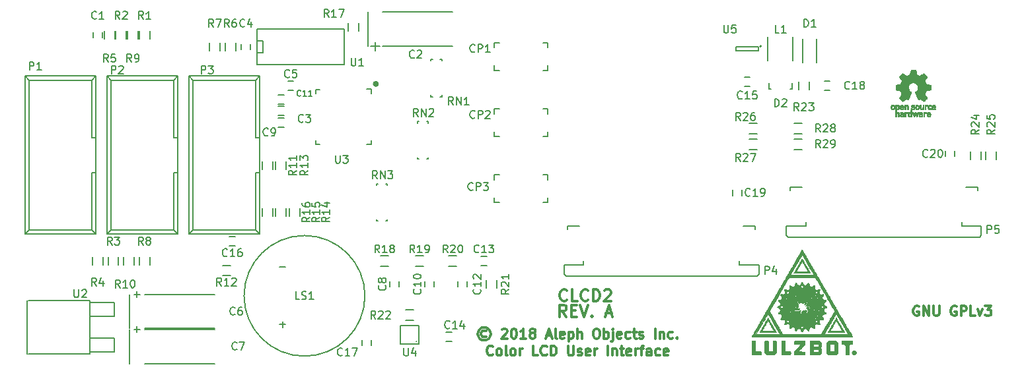
<source format=gbr>
G04 #@! TF.FileFunction,Legend,Top*
%FSLAX46Y46*%
G04 Gerber Fmt 4.6, Leading zero omitted, Abs format (unit mm)*
G04 Created by KiCad (PCBNEW 4.0.5+dfsg1-4) date Tue May 29 15:03:41 2018*
%MOMM*%
%LPD*%
G01*
G04 APERTURE LIST*
%ADD10C,0.100000*%
%ADD11C,0.300000*%
%ADD12C,0.150000*%
%ADD13C,0.400000*%
%ADD14C,0.010000*%
G04 APERTURE END LIST*
D10*
D11*
X142642858Y-93535714D02*
X142571429Y-93607143D01*
X142357143Y-93678571D01*
X142214286Y-93678571D01*
X142000001Y-93607143D01*
X141857143Y-93464286D01*
X141785715Y-93321429D01*
X141714286Y-93035714D01*
X141714286Y-92821429D01*
X141785715Y-92535714D01*
X141857143Y-92392857D01*
X142000001Y-92250000D01*
X142214286Y-92178571D01*
X142357143Y-92178571D01*
X142571429Y-92250000D01*
X142642858Y-92321429D01*
X144000001Y-93678571D02*
X143285715Y-93678571D01*
X143285715Y-92178571D01*
X145357144Y-93535714D02*
X145285715Y-93607143D01*
X145071429Y-93678571D01*
X144928572Y-93678571D01*
X144714287Y-93607143D01*
X144571429Y-93464286D01*
X144500001Y-93321429D01*
X144428572Y-93035714D01*
X144428572Y-92821429D01*
X144500001Y-92535714D01*
X144571429Y-92392857D01*
X144714287Y-92250000D01*
X144928572Y-92178571D01*
X145071429Y-92178571D01*
X145285715Y-92250000D01*
X145357144Y-92321429D01*
X146000001Y-93678571D02*
X146000001Y-92178571D01*
X146357144Y-92178571D01*
X146571429Y-92250000D01*
X146714287Y-92392857D01*
X146785715Y-92535714D01*
X146857144Y-92821429D01*
X146857144Y-93035714D01*
X146785715Y-93321429D01*
X146714287Y-93464286D01*
X146571429Y-93607143D01*
X146357144Y-93678571D01*
X146000001Y-93678571D01*
X147428572Y-92321429D02*
X147500001Y-92250000D01*
X147642858Y-92178571D01*
X148000001Y-92178571D01*
X148142858Y-92250000D01*
X148214287Y-92321429D01*
X148285715Y-92464286D01*
X148285715Y-92607143D01*
X148214287Y-92821429D01*
X147357144Y-93678571D01*
X148285715Y-93678571D01*
X187714286Y-94375000D02*
X187595238Y-94315476D01*
X187416667Y-94315476D01*
X187238095Y-94375000D01*
X187119048Y-94494048D01*
X187059524Y-94613095D01*
X187000000Y-94851190D01*
X187000000Y-95029762D01*
X187059524Y-95267857D01*
X187119048Y-95386905D01*
X187238095Y-95505952D01*
X187416667Y-95565476D01*
X187535715Y-95565476D01*
X187714286Y-95505952D01*
X187773810Y-95446429D01*
X187773810Y-95029762D01*
X187535715Y-95029762D01*
X188309524Y-95565476D02*
X188309524Y-94315476D01*
X189023810Y-95565476D01*
X189023810Y-94315476D01*
X189619048Y-94315476D02*
X189619048Y-95327381D01*
X189678572Y-95446429D01*
X189738096Y-95505952D01*
X189857143Y-95565476D01*
X190095239Y-95565476D01*
X190214286Y-95505952D01*
X190273810Y-95446429D01*
X190333334Y-95327381D01*
X190333334Y-94315476D01*
X192535715Y-94375000D02*
X192416667Y-94315476D01*
X192238096Y-94315476D01*
X192059524Y-94375000D01*
X191940477Y-94494048D01*
X191880953Y-94613095D01*
X191821429Y-94851190D01*
X191821429Y-95029762D01*
X191880953Y-95267857D01*
X191940477Y-95386905D01*
X192059524Y-95505952D01*
X192238096Y-95565476D01*
X192357144Y-95565476D01*
X192535715Y-95505952D01*
X192595239Y-95446429D01*
X192595239Y-95029762D01*
X192357144Y-95029762D01*
X193130953Y-95565476D02*
X193130953Y-94315476D01*
X193607144Y-94315476D01*
X193726191Y-94375000D01*
X193785715Y-94434524D01*
X193845239Y-94553571D01*
X193845239Y-94732143D01*
X193785715Y-94851190D01*
X193726191Y-94910714D01*
X193607144Y-94970238D01*
X193130953Y-94970238D01*
X194976191Y-95565476D02*
X194380953Y-95565476D01*
X194380953Y-94315476D01*
X195273810Y-94732143D02*
X195571429Y-95565476D01*
X195869049Y-94732143D01*
X196226191Y-94315476D02*
X197000001Y-94315476D01*
X196583334Y-94791667D01*
X196761906Y-94791667D01*
X196880953Y-94851190D01*
X196940477Y-94910714D01*
X197000001Y-95029762D01*
X197000001Y-95327381D01*
X196940477Y-95446429D01*
X196880953Y-95505952D01*
X196761906Y-95565476D01*
X196404763Y-95565476D01*
X196285715Y-95505952D01*
X196226191Y-95446429D01*
X142571429Y-95678571D02*
X142071429Y-94964286D01*
X141714286Y-95678571D02*
X141714286Y-94178571D01*
X142285714Y-94178571D01*
X142428572Y-94250000D01*
X142500000Y-94321429D01*
X142571429Y-94464286D01*
X142571429Y-94678571D01*
X142500000Y-94821429D01*
X142428572Y-94892857D01*
X142285714Y-94964286D01*
X141714286Y-94964286D01*
X143214286Y-94892857D02*
X143714286Y-94892857D01*
X143928572Y-95678571D02*
X143214286Y-95678571D01*
X143214286Y-94178571D01*
X143928572Y-94178571D01*
X144357143Y-94178571D02*
X144857143Y-95678571D01*
X145357143Y-94178571D01*
X145857143Y-95535714D02*
X145928571Y-95607143D01*
X145857143Y-95678571D01*
X145785714Y-95607143D01*
X145857143Y-95535714D01*
X145857143Y-95678571D01*
X147642857Y-95250000D02*
X148357143Y-95250000D01*
X147500000Y-95678571D02*
X148000000Y-94178571D01*
X148500000Y-95678571D01*
X132273810Y-97525595D02*
X132154762Y-97466071D01*
X131916667Y-97466071D01*
X131797619Y-97525595D01*
X131678572Y-97644643D01*
X131619048Y-97763690D01*
X131619048Y-98001786D01*
X131678572Y-98120833D01*
X131797619Y-98239881D01*
X131916667Y-98299405D01*
X132154762Y-98299405D01*
X132273810Y-98239881D01*
X132035715Y-97049405D02*
X131738096Y-97108929D01*
X131440476Y-97287500D01*
X131261905Y-97585119D01*
X131202381Y-97882738D01*
X131261905Y-98180357D01*
X131440476Y-98477976D01*
X131738096Y-98656548D01*
X132035715Y-98716071D01*
X132333334Y-98656548D01*
X132630953Y-98477976D01*
X132809524Y-98180357D01*
X132869048Y-97882738D01*
X132809524Y-97585119D01*
X132630953Y-97287500D01*
X132333334Y-97108929D01*
X132035715Y-97049405D01*
X134297619Y-97347024D02*
X134357143Y-97287500D01*
X134476191Y-97227976D01*
X134773810Y-97227976D01*
X134892857Y-97287500D01*
X134952381Y-97347024D01*
X135011905Y-97466071D01*
X135011905Y-97585119D01*
X134952381Y-97763690D01*
X134238095Y-98477976D01*
X135011905Y-98477976D01*
X135785714Y-97227976D02*
X135904762Y-97227976D01*
X136023810Y-97287500D01*
X136083333Y-97347024D01*
X136142857Y-97466071D01*
X136202381Y-97704167D01*
X136202381Y-98001786D01*
X136142857Y-98239881D01*
X136083333Y-98358929D01*
X136023810Y-98418452D01*
X135904762Y-98477976D01*
X135785714Y-98477976D01*
X135666667Y-98418452D01*
X135607143Y-98358929D01*
X135547619Y-98239881D01*
X135488095Y-98001786D01*
X135488095Y-97704167D01*
X135547619Y-97466071D01*
X135607143Y-97347024D01*
X135666667Y-97287500D01*
X135785714Y-97227976D01*
X137392857Y-98477976D02*
X136678571Y-98477976D01*
X137035714Y-98477976D02*
X137035714Y-97227976D01*
X136916666Y-97406548D01*
X136797619Y-97525595D01*
X136678571Y-97585119D01*
X138107142Y-97763690D02*
X137988095Y-97704167D01*
X137928571Y-97644643D01*
X137869047Y-97525595D01*
X137869047Y-97466071D01*
X137928571Y-97347024D01*
X137988095Y-97287500D01*
X138107142Y-97227976D01*
X138345238Y-97227976D01*
X138464285Y-97287500D01*
X138523809Y-97347024D01*
X138583333Y-97466071D01*
X138583333Y-97525595D01*
X138523809Y-97644643D01*
X138464285Y-97704167D01*
X138345238Y-97763690D01*
X138107142Y-97763690D01*
X137988095Y-97823214D01*
X137928571Y-97882738D01*
X137869047Y-98001786D01*
X137869047Y-98239881D01*
X137928571Y-98358929D01*
X137988095Y-98418452D01*
X138107142Y-98477976D01*
X138345238Y-98477976D01*
X138464285Y-98418452D01*
X138523809Y-98358929D01*
X138583333Y-98239881D01*
X138583333Y-98001786D01*
X138523809Y-97882738D01*
X138464285Y-97823214D01*
X138345238Y-97763690D01*
X140011904Y-98120833D02*
X140607142Y-98120833D01*
X139892857Y-98477976D02*
X140309523Y-97227976D01*
X140726190Y-98477976D01*
X141321428Y-98477976D02*
X141202381Y-98418452D01*
X141142857Y-98299405D01*
X141142857Y-97227976D01*
X142273810Y-98418452D02*
X142154762Y-98477976D01*
X141916667Y-98477976D01*
X141797619Y-98418452D01*
X141738095Y-98299405D01*
X141738095Y-97823214D01*
X141797619Y-97704167D01*
X141916667Y-97644643D01*
X142154762Y-97644643D01*
X142273810Y-97704167D01*
X142333333Y-97823214D01*
X142333333Y-97942262D01*
X141738095Y-98061310D01*
X142869048Y-97644643D02*
X142869048Y-98894643D01*
X142869048Y-97704167D02*
X142988096Y-97644643D01*
X143226191Y-97644643D01*
X143345239Y-97704167D01*
X143404762Y-97763690D01*
X143464286Y-97882738D01*
X143464286Y-98239881D01*
X143404762Y-98358929D01*
X143345239Y-98418452D01*
X143226191Y-98477976D01*
X142988096Y-98477976D01*
X142869048Y-98418452D01*
X144000000Y-98477976D02*
X144000000Y-97227976D01*
X144535714Y-98477976D02*
X144535714Y-97823214D01*
X144476191Y-97704167D01*
X144357143Y-97644643D01*
X144178571Y-97644643D01*
X144059524Y-97704167D01*
X144000000Y-97763690D01*
X146321428Y-97227976D02*
X146559524Y-97227976D01*
X146678571Y-97287500D01*
X146797619Y-97406548D01*
X146857143Y-97644643D01*
X146857143Y-98061310D01*
X146797619Y-98299405D01*
X146678571Y-98418452D01*
X146559524Y-98477976D01*
X146321428Y-98477976D01*
X146202381Y-98418452D01*
X146083333Y-98299405D01*
X146023809Y-98061310D01*
X146023809Y-97644643D01*
X146083333Y-97406548D01*
X146202381Y-97287500D01*
X146321428Y-97227976D01*
X147392857Y-98477976D02*
X147392857Y-97227976D01*
X147392857Y-97704167D02*
X147511905Y-97644643D01*
X147750000Y-97644643D01*
X147869048Y-97704167D01*
X147928571Y-97763690D01*
X147988095Y-97882738D01*
X147988095Y-98239881D01*
X147928571Y-98358929D01*
X147869048Y-98418452D01*
X147750000Y-98477976D01*
X147511905Y-98477976D01*
X147392857Y-98418452D01*
X148523809Y-97644643D02*
X148523809Y-98716071D01*
X148464285Y-98835119D01*
X148345238Y-98894643D01*
X148285714Y-98894643D01*
X148523809Y-97227976D02*
X148464285Y-97287500D01*
X148523809Y-97347024D01*
X148583333Y-97287500D01*
X148523809Y-97227976D01*
X148523809Y-97347024D01*
X149595238Y-98418452D02*
X149476190Y-98477976D01*
X149238095Y-98477976D01*
X149119047Y-98418452D01*
X149059523Y-98299405D01*
X149059523Y-97823214D01*
X149119047Y-97704167D01*
X149238095Y-97644643D01*
X149476190Y-97644643D01*
X149595238Y-97704167D01*
X149654761Y-97823214D01*
X149654761Y-97942262D01*
X149059523Y-98061310D01*
X150726190Y-98418452D02*
X150607143Y-98477976D01*
X150369047Y-98477976D01*
X150250000Y-98418452D01*
X150190476Y-98358929D01*
X150130952Y-98239881D01*
X150130952Y-97882738D01*
X150190476Y-97763690D01*
X150250000Y-97704167D01*
X150369047Y-97644643D01*
X150607143Y-97644643D01*
X150726190Y-97704167D01*
X151083334Y-97644643D02*
X151559524Y-97644643D01*
X151261905Y-97227976D02*
X151261905Y-98299405D01*
X151321429Y-98418452D01*
X151440476Y-98477976D01*
X151559524Y-98477976D01*
X151916667Y-98418452D02*
X152035715Y-98477976D01*
X152273810Y-98477976D01*
X152392858Y-98418452D01*
X152452382Y-98299405D01*
X152452382Y-98239881D01*
X152392858Y-98120833D01*
X152273810Y-98061310D01*
X152095239Y-98061310D01*
X151976191Y-98001786D01*
X151916667Y-97882738D01*
X151916667Y-97823214D01*
X151976191Y-97704167D01*
X152095239Y-97644643D01*
X152273810Y-97644643D01*
X152392858Y-97704167D01*
X153940477Y-98477976D02*
X153940477Y-97227976D01*
X154535715Y-97644643D02*
X154535715Y-98477976D01*
X154535715Y-97763690D02*
X154595239Y-97704167D01*
X154714286Y-97644643D01*
X154892858Y-97644643D01*
X155011906Y-97704167D01*
X155071429Y-97823214D01*
X155071429Y-98477976D01*
X156202381Y-98418452D02*
X156083334Y-98477976D01*
X155845238Y-98477976D01*
X155726191Y-98418452D01*
X155666667Y-98358929D01*
X155607143Y-98239881D01*
X155607143Y-97882738D01*
X155666667Y-97763690D01*
X155726191Y-97704167D01*
X155845238Y-97644643D01*
X156083334Y-97644643D01*
X156202381Y-97704167D01*
X156738096Y-98358929D02*
X156797620Y-98418452D01*
X156738096Y-98477976D01*
X156678572Y-98418452D01*
X156738096Y-98358929D01*
X156738096Y-98477976D01*
X133136904Y-100533929D02*
X133077380Y-100593452D01*
X132898809Y-100652976D01*
X132779761Y-100652976D01*
X132601189Y-100593452D01*
X132482142Y-100474405D01*
X132422618Y-100355357D01*
X132363094Y-100117262D01*
X132363094Y-99938690D01*
X132422618Y-99700595D01*
X132482142Y-99581548D01*
X132601189Y-99462500D01*
X132779761Y-99402976D01*
X132898809Y-99402976D01*
X133077380Y-99462500D01*
X133136904Y-99522024D01*
X133851189Y-100652976D02*
X133732142Y-100593452D01*
X133672618Y-100533929D01*
X133613094Y-100414881D01*
X133613094Y-100057738D01*
X133672618Y-99938690D01*
X133732142Y-99879167D01*
X133851189Y-99819643D01*
X134029761Y-99819643D01*
X134148809Y-99879167D01*
X134208332Y-99938690D01*
X134267856Y-100057738D01*
X134267856Y-100414881D01*
X134208332Y-100533929D01*
X134148809Y-100593452D01*
X134029761Y-100652976D01*
X133851189Y-100652976D01*
X134982141Y-100652976D02*
X134863094Y-100593452D01*
X134803570Y-100474405D01*
X134803570Y-99402976D01*
X135636903Y-100652976D02*
X135517856Y-100593452D01*
X135458332Y-100533929D01*
X135398808Y-100414881D01*
X135398808Y-100057738D01*
X135458332Y-99938690D01*
X135517856Y-99879167D01*
X135636903Y-99819643D01*
X135815475Y-99819643D01*
X135934523Y-99879167D01*
X135994046Y-99938690D01*
X136053570Y-100057738D01*
X136053570Y-100414881D01*
X135994046Y-100533929D01*
X135934523Y-100593452D01*
X135815475Y-100652976D01*
X135636903Y-100652976D01*
X136589284Y-100652976D02*
X136589284Y-99819643D01*
X136589284Y-100057738D02*
X136648808Y-99938690D01*
X136708332Y-99879167D01*
X136827379Y-99819643D01*
X136946427Y-99819643D01*
X138910713Y-100652976D02*
X138315475Y-100652976D01*
X138315475Y-99402976D01*
X140041666Y-100533929D02*
X139982142Y-100593452D01*
X139803571Y-100652976D01*
X139684523Y-100652976D01*
X139505951Y-100593452D01*
X139386904Y-100474405D01*
X139327380Y-100355357D01*
X139267856Y-100117262D01*
X139267856Y-99938690D01*
X139327380Y-99700595D01*
X139386904Y-99581548D01*
X139505951Y-99462500D01*
X139684523Y-99402976D01*
X139803571Y-99402976D01*
X139982142Y-99462500D01*
X140041666Y-99522024D01*
X140577380Y-100652976D02*
X140577380Y-99402976D01*
X140874999Y-99402976D01*
X141053571Y-99462500D01*
X141172618Y-99581548D01*
X141232142Y-99700595D01*
X141291666Y-99938690D01*
X141291666Y-100117262D01*
X141232142Y-100355357D01*
X141172618Y-100474405D01*
X141053571Y-100593452D01*
X140874999Y-100652976D01*
X140577380Y-100652976D01*
X142779761Y-99402976D02*
X142779761Y-100414881D01*
X142839285Y-100533929D01*
X142898809Y-100593452D01*
X143017856Y-100652976D01*
X143255952Y-100652976D01*
X143374999Y-100593452D01*
X143434523Y-100533929D01*
X143494047Y-100414881D01*
X143494047Y-99402976D01*
X144029761Y-100593452D02*
X144148809Y-100652976D01*
X144386904Y-100652976D01*
X144505952Y-100593452D01*
X144565476Y-100474405D01*
X144565476Y-100414881D01*
X144505952Y-100295833D01*
X144386904Y-100236310D01*
X144208333Y-100236310D01*
X144089285Y-100176786D01*
X144029761Y-100057738D01*
X144029761Y-99998214D01*
X144089285Y-99879167D01*
X144208333Y-99819643D01*
X144386904Y-99819643D01*
X144505952Y-99879167D01*
X145577381Y-100593452D02*
X145458333Y-100652976D01*
X145220238Y-100652976D01*
X145101190Y-100593452D01*
X145041666Y-100474405D01*
X145041666Y-99998214D01*
X145101190Y-99879167D01*
X145220238Y-99819643D01*
X145458333Y-99819643D01*
X145577381Y-99879167D01*
X145636904Y-99998214D01*
X145636904Y-100117262D01*
X145041666Y-100236310D01*
X146172619Y-100652976D02*
X146172619Y-99819643D01*
X146172619Y-100057738D02*
X146232143Y-99938690D01*
X146291667Y-99879167D01*
X146410714Y-99819643D01*
X146529762Y-99819643D01*
X147898810Y-100652976D02*
X147898810Y-99402976D01*
X148494048Y-99819643D02*
X148494048Y-100652976D01*
X148494048Y-99938690D02*
X148553572Y-99879167D01*
X148672619Y-99819643D01*
X148851191Y-99819643D01*
X148970239Y-99879167D01*
X149029762Y-99998214D01*
X149029762Y-100652976D01*
X149446429Y-99819643D02*
X149922619Y-99819643D01*
X149625000Y-99402976D02*
X149625000Y-100474405D01*
X149684524Y-100593452D01*
X149803571Y-100652976D01*
X149922619Y-100652976D01*
X150815477Y-100593452D02*
X150696429Y-100652976D01*
X150458334Y-100652976D01*
X150339286Y-100593452D01*
X150279762Y-100474405D01*
X150279762Y-99998214D01*
X150339286Y-99879167D01*
X150458334Y-99819643D01*
X150696429Y-99819643D01*
X150815477Y-99879167D01*
X150875000Y-99998214D01*
X150875000Y-100117262D01*
X150279762Y-100236310D01*
X151410715Y-100652976D02*
X151410715Y-99819643D01*
X151410715Y-100057738D02*
X151470239Y-99938690D01*
X151529763Y-99879167D01*
X151648810Y-99819643D01*
X151767858Y-99819643D01*
X152005954Y-99819643D02*
X152482144Y-99819643D01*
X152184525Y-100652976D02*
X152184525Y-99581548D01*
X152244049Y-99462500D01*
X152363096Y-99402976D01*
X152482144Y-99402976D01*
X153434525Y-100652976D02*
X153434525Y-99998214D01*
X153375002Y-99879167D01*
X153255954Y-99819643D01*
X153017859Y-99819643D01*
X152898811Y-99879167D01*
X153434525Y-100593452D02*
X153315478Y-100652976D01*
X153017859Y-100652976D01*
X152898811Y-100593452D01*
X152839287Y-100474405D01*
X152839287Y-100355357D01*
X152898811Y-100236310D01*
X153017859Y-100176786D01*
X153315478Y-100176786D01*
X153434525Y-100117262D01*
X154565477Y-100593452D02*
X154446430Y-100652976D01*
X154208334Y-100652976D01*
X154089287Y-100593452D01*
X154029763Y-100533929D01*
X153970239Y-100414881D01*
X153970239Y-100057738D01*
X154029763Y-99938690D01*
X154089287Y-99879167D01*
X154208334Y-99819643D01*
X154446430Y-99819643D01*
X154565477Y-99879167D01*
X155577383Y-100593452D02*
X155458335Y-100652976D01*
X155220240Y-100652976D01*
X155101192Y-100593452D01*
X155041668Y-100474405D01*
X155041668Y-99998214D01*
X155101192Y-99879167D01*
X155220240Y-99819643D01*
X155458335Y-99819643D01*
X155577383Y-99879167D01*
X155636906Y-99998214D01*
X155636906Y-100117262D01*
X155041668Y-100236310D01*
D12*
X117439360Y-60952040D02*
X118638240Y-60952040D01*
X118064200Y-60426260D02*
X118064200Y-61526080D01*
X128000880Y-56550360D02*
X118999120Y-56550360D01*
X118999120Y-60949640D02*
X128000880Y-60949640D01*
X117096660Y-56550360D02*
X117096660Y-60949640D01*
X73180000Y-85080000D02*
X73180000Y-64760000D01*
X73730000Y-84540000D02*
X73730000Y-65320000D01*
X82280000Y-85080000D02*
X82280000Y-64760000D01*
X81730000Y-84540000D02*
X81730000Y-77170000D01*
X81730000Y-72670000D02*
X81730000Y-65320000D01*
X81730000Y-77170000D02*
X82280000Y-77170000D01*
X81730000Y-72670000D02*
X82280000Y-72670000D01*
X73180000Y-85080000D02*
X82280000Y-85080000D01*
X73730000Y-84540000D02*
X81730000Y-84540000D01*
X73180000Y-64760000D02*
X82280000Y-64760000D01*
X73730000Y-65320000D02*
X81730000Y-65320000D01*
X73180000Y-85080000D02*
X73730000Y-84540000D01*
X73180000Y-64760000D02*
X73730000Y-65320000D01*
X82280000Y-85080000D02*
X81730000Y-84540000D01*
X82280000Y-64760000D02*
X81730000Y-65320000D01*
X144250000Y-84000000D02*
X142750000Y-84000000D01*
X142750000Y-84000000D02*
X142750000Y-84500000D01*
X165250000Y-84000000D02*
X166750000Y-84000000D01*
X166750000Y-84000000D02*
X166750000Y-84500000D01*
X164750000Y-88500000D02*
X164750000Y-89000000D01*
X164750000Y-89000000D02*
X167250000Y-89000000D01*
X167250000Y-89000000D02*
X167250000Y-90250000D01*
X167250000Y-90250000D02*
X167000000Y-90500000D01*
X167000000Y-90500000D02*
X142500000Y-90500000D01*
X142500000Y-90500000D02*
X142250000Y-90250000D01*
X142250000Y-90250000D02*
X142250000Y-89000000D01*
X142250000Y-89000000D02*
X144750000Y-89000000D01*
X144750000Y-89000000D02*
X144750000Y-88500000D01*
X97500880Y-92800360D02*
X88499120Y-92800360D01*
X88499120Y-97199640D02*
X97500880Y-97199640D01*
X86596660Y-92800360D02*
X86596660Y-97199640D01*
X97500880Y-97300360D02*
X88499120Y-97300360D01*
X88499120Y-101699640D02*
X97500880Y-101699640D01*
X86596660Y-97300360D02*
X86596660Y-101699640D01*
X83680000Y-85080000D02*
X83680000Y-64760000D01*
X84230000Y-84540000D02*
X84230000Y-65320000D01*
X92780000Y-85080000D02*
X92780000Y-64760000D01*
X92230000Y-84540000D02*
X92230000Y-77170000D01*
X92230000Y-72670000D02*
X92230000Y-65320000D01*
X92230000Y-77170000D02*
X92780000Y-77170000D01*
X92230000Y-72670000D02*
X92780000Y-72670000D01*
X83680000Y-85080000D02*
X92780000Y-85080000D01*
X84230000Y-84540000D02*
X92230000Y-84540000D01*
X83680000Y-64760000D02*
X92780000Y-64760000D01*
X84230000Y-65320000D02*
X92230000Y-65320000D01*
X83680000Y-85080000D02*
X84230000Y-84540000D01*
X83680000Y-64760000D02*
X84230000Y-65320000D01*
X92780000Y-85080000D02*
X92230000Y-84540000D01*
X92780000Y-64760000D02*
X92230000Y-65320000D01*
D13*
X118330278Y-65775000D02*
G75*
G03X118330278Y-65775000I-180278J0D01*
G01*
D12*
X110450000Y-73575000D02*
X110450000Y-73000000D01*
X110450000Y-73575000D02*
X111000000Y-73575000D01*
X110475000Y-66475000D02*
X110475000Y-67000000D01*
X111000000Y-66475000D02*
X110475000Y-66475000D01*
X117525000Y-66450000D02*
X117000000Y-66450000D01*
X117525000Y-66450000D02*
X117525000Y-67000000D01*
X117000000Y-73550000D02*
X117550000Y-73550000D01*
X117550000Y-73550000D02*
X117550000Y-73000000D01*
X118200000Y-83200000D02*
X118200000Y-83400000D01*
X118200000Y-83400000D02*
X118400000Y-83400000D01*
X119600000Y-83200000D02*
X119600000Y-83400000D01*
X119600000Y-83400000D02*
X119400000Y-83400000D01*
X118400000Y-78600000D02*
X118200000Y-78600000D01*
X118200000Y-78600000D02*
X118200000Y-78800000D01*
X119600000Y-78800000D02*
X119600000Y-78600000D01*
X119600000Y-78600000D02*
X119400000Y-78600000D01*
X123450000Y-75200000D02*
X123450000Y-75400000D01*
X123450000Y-75400000D02*
X123650000Y-75400000D01*
X124850000Y-75200000D02*
X124850000Y-75400000D01*
X124850000Y-75400000D02*
X124650000Y-75400000D01*
X123650000Y-70600000D02*
X123450000Y-70600000D01*
X123450000Y-70600000D02*
X123450000Y-70800000D01*
X124850000Y-70800000D02*
X124850000Y-70600000D01*
X124850000Y-70600000D02*
X124650000Y-70600000D01*
X125200000Y-67200000D02*
X125200000Y-67400000D01*
X125200000Y-67400000D02*
X125400000Y-67400000D01*
X126600000Y-67200000D02*
X126600000Y-67400000D01*
X126600000Y-67400000D02*
X126400000Y-67400000D01*
X125400000Y-62600000D02*
X125200000Y-62600000D01*
X125200000Y-62600000D02*
X125200000Y-62800000D01*
X126600000Y-62800000D02*
X126600000Y-62600000D01*
X126600000Y-62600000D02*
X126400000Y-62600000D01*
X116747000Y-93000000D02*
G75*
G03X116747000Y-93000000I-7747000J0D01*
G01*
X140179000Y-63393000D02*
X140179000Y-64028000D01*
X140179000Y-64028000D02*
X139544000Y-64028000D01*
X133321000Y-64028000D02*
X133956000Y-64028000D01*
X133321000Y-64028000D02*
X133321000Y-63393000D01*
X139544000Y-60472000D02*
X140179000Y-60472000D01*
X140179000Y-60472000D02*
X140179000Y-61107000D01*
X133321000Y-60472000D02*
X133321000Y-61107000D01*
X133321000Y-60472000D02*
X133956000Y-60472000D01*
X140179000Y-71893000D02*
X140179000Y-72528000D01*
X140179000Y-72528000D02*
X139544000Y-72528000D01*
X133321000Y-72528000D02*
X133956000Y-72528000D01*
X133321000Y-72528000D02*
X133321000Y-71893000D01*
X139544000Y-68972000D02*
X140179000Y-68972000D01*
X140179000Y-68972000D02*
X140179000Y-69607000D01*
X133321000Y-68972000D02*
X133321000Y-69607000D01*
X133321000Y-68972000D02*
X133956000Y-68972000D01*
X140179000Y-80393000D02*
X140179000Y-81028000D01*
X140179000Y-81028000D02*
X139544000Y-81028000D01*
X133321000Y-81028000D02*
X133956000Y-81028000D01*
X133321000Y-81028000D02*
X133321000Y-80393000D01*
X139544000Y-77472000D02*
X140179000Y-77472000D01*
X140179000Y-77472000D02*
X140179000Y-78107000D01*
X133321000Y-77472000D02*
X133321000Y-78107000D01*
X133321000Y-77472000D02*
X133956000Y-77472000D01*
X168500180Y-66400240D02*
X168500180Y-65699200D01*
X168700840Y-66400240D02*
X168500180Y-66400240D01*
X171499820Y-66400240D02*
X171250900Y-66400240D01*
X171499820Y-65699200D02*
X171499820Y-66400240D01*
X168700840Y-66400240D02*
X168749100Y-66400240D01*
X171600000Y-62750000D02*
X171600000Y-59750000D01*
X168400000Y-62750000D02*
X168400000Y-59750000D01*
X172850000Y-63000000D02*
X172850000Y-60000000D01*
X174650000Y-63000000D02*
X174650000Y-60000000D01*
X83100000Y-59150000D02*
X83100000Y-59850000D01*
X81900000Y-59850000D02*
X81900000Y-59150000D01*
X105650000Y-68650000D02*
X106350000Y-68650000D01*
X106350000Y-69850000D02*
X105650000Y-69850000D01*
X102100000Y-60650000D02*
X102100000Y-61350000D01*
X100900000Y-61350000D02*
X100900000Y-60650000D01*
X119900000Y-91850000D02*
X119900000Y-91150000D01*
X121100000Y-91150000D02*
X121100000Y-91850000D01*
X105650000Y-70150000D02*
X106350000Y-70150000D01*
X106350000Y-71350000D02*
X105650000Y-71350000D01*
X124400000Y-91850000D02*
X124400000Y-91150000D01*
X125600000Y-91150000D02*
X125600000Y-91850000D01*
X105650000Y-67150000D02*
X106350000Y-67150000D01*
X106350000Y-68350000D02*
X105650000Y-68350000D01*
X128650000Y-91850000D02*
X128650000Y-91150000D01*
X129850000Y-91150000D02*
X129850000Y-91850000D01*
X131650000Y-87900000D02*
X132350000Y-87900000D01*
X132350000Y-89100000D02*
X131650000Y-89100000D01*
X127850000Y-98850000D02*
X127150000Y-98850000D01*
X127150000Y-97650000D02*
X127850000Y-97650000D01*
X165400000Y-64900000D02*
X166100000Y-64900000D01*
X166100000Y-66100000D02*
X165400000Y-66100000D01*
X99400000Y-85400000D02*
X100100000Y-85400000D01*
X100100000Y-86600000D02*
X99400000Y-86600000D01*
X117600000Y-98650000D02*
X117600000Y-99350000D01*
X116400000Y-99350000D02*
X116400000Y-98650000D01*
X87825000Y-60000000D02*
X87825000Y-59000000D01*
X89175000Y-59000000D02*
X89175000Y-60000000D01*
X84825000Y-60000000D02*
X84825000Y-59000000D01*
X86175000Y-59000000D02*
X86175000Y-60000000D01*
X83825000Y-89000000D02*
X83825000Y-88000000D01*
X85175000Y-88000000D02*
X85175000Y-89000000D01*
X83175000Y-88000000D02*
X83175000Y-89000000D01*
X81825000Y-89000000D02*
X81825000Y-88000000D01*
X83325000Y-60000000D02*
X83325000Y-59000000D01*
X84675000Y-59000000D02*
X84675000Y-60000000D01*
X98825000Y-61500000D02*
X98825000Y-60500000D01*
X100175000Y-60500000D02*
X100175000Y-61500000D01*
X96825000Y-61500000D02*
X96825000Y-60500000D01*
X98175000Y-60500000D02*
X98175000Y-61500000D01*
X89175000Y-88000000D02*
X89175000Y-89000000D01*
X87825000Y-89000000D02*
X87825000Y-88000000D01*
X86325000Y-60000000D02*
X86325000Y-59000000D01*
X87675000Y-59000000D02*
X87675000Y-60000000D01*
X87175000Y-88000000D02*
X87175000Y-89000000D01*
X85825000Y-89000000D02*
X85825000Y-88000000D01*
X104925000Y-75750000D02*
X104925000Y-76750000D01*
X103575000Y-76750000D02*
X103575000Y-75750000D01*
X99500000Y-90425000D02*
X98500000Y-90425000D01*
X98500000Y-89075000D02*
X99500000Y-89075000D01*
X106675000Y-75750000D02*
X106675000Y-76750000D01*
X105325000Y-76750000D02*
X105325000Y-75750000D01*
X108425000Y-81750000D02*
X108425000Y-82750000D01*
X107075000Y-82750000D02*
X107075000Y-81750000D01*
X106675000Y-81750000D02*
X106675000Y-82750000D01*
X105325000Y-82750000D02*
X105325000Y-81750000D01*
X104925000Y-81750000D02*
X104925000Y-82750000D01*
X103575000Y-82750000D02*
X103575000Y-81750000D01*
X115925000Y-58000000D02*
X115925000Y-59000000D01*
X114575000Y-59000000D02*
X114575000Y-58000000D01*
X119750000Y-89175000D02*
X118750000Y-89175000D01*
X118750000Y-87825000D02*
X119750000Y-87825000D01*
X124250000Y-89175000D02*
X123250000Y-89175000D01*
X123250000Y-87825000D02*
X124250000Y-87825000D01*
X128500000Y-89175000D02*
X127500000Y-89175000D01*
X127500000Y-87825000D02*
X128500000Y-87825000D01*
X132325000Y-92000000D02*
X132325000Y-91000000D01*
X133675000Y-91000000D02*
X133675000Y-92000000D01*
X122000000Y-94825000D02*
X123000000Y-94825000D01*
X123000000Y-96175000D02*
X122000000Y-96175000D01*
X173675000Y-65500000D02*
X173675000Y-66500000D01*
X172325000Y-66500000D02*
X172325000Y-65500000D01*
X194325000Y-75500000D02*
X194325000Y-74500000D01*
X195675000Y-74500000D02*
X195675000Y-75500000D01*
X196325000Y-75500000D02*
X196325000Y-74500000D01*
X197675000Y-74500000D02*
X197675000Y-75500000D01*
X102912000Y-58714000D02*
X114088000Y-58714000D01*
X102912000Y-63286000D02*
X102912000Y-58714000D01*
X114088000Y-63286000D02*
X102912000Y-63286000D01*
X114088000Y-58714000D02*
X114088000Y-63286000D01*
X103674000Y-61762000D02*
X102912000Y-61762000D01*
X103674000Y-60238000D02*
X103674000Y-61762000D01*
X102912000Y-60238000D02*
X103674000Y-60238000D01*
X73602000Y-93571000D02*
X75380000Y-93571000D01*
X73475000Y-100429000D02*
X73475000Y-93571000D01*
X81476000Y-100429000D02*
X73602000Y-100429000D01*
X81476000Y-93571000D02*
X81476000Y-100429000D01*
X75380000Y-93571000D02*
X81476000Y-93571000D01*
X84651000Y-98397000D02*
X81476000Y-98397000D01*
X84651000Y-100175000D02*
X84651000Y-98397000D01*
X81476000Y-100175000D02*
X84651000Y-100175000D01*
X84651000Y-93825000D02*
X81476000Y-93825000D01*
X84651000Y-95603000D02*
X84651000Y-93825000D01*
X81476000Y-95603000D02*
X84651000Y-95603000D01*
X123350000Y-98850000D02*
G75*
G03X123350000Y-98850000I-50000J0D01*
G01*
X121300000Y-99200000D02*
X121300000Y-96800000D01*
X121300000Y-96800000D02*
X123700000Y-96800000D01*
X123700000Y-96800000D02*
X123700000Y-99200000D01*
X123700000Y-99200000D02*
X121300000Y-99200000D01*
X167200000Y-61000000D02*
X164300000Y-61000000D01*
X164300000Y-61000000D02*
X164300000Y-61500000D01*
X164300000Y-61500000D02*
X167200000Y-61500000D01*
X167200000Y-61500000D02*
X167200000Y-61000000D01*
X167550000Y-60950000D02*
G75*
G03X167550000Y-60950000I-100000J0D01*
G01*
X167000000Y-72175000D02*
X166000000Y-72175000D01*
X166000000Y-70825000D02*
X167000000Y-70825000D01*
X176350000Y-66600000D02*
X175650000Y-66600000D01*
X175650000Y-65400000D02*
X176350000Y-65400000D01*
X165100000Y-79400000D02*
X165100000Y-80100000D01*
X163900000Y-80100000D02*
X163900000Y-79400000D01*
X172750000Y-79000000D02*
X171250000Y-79000000D01*
X171250000Y-79000000D02*
X171250000Y-79500000D01*
X193750000Y-79000000D02*
X195250000Y-79000000D01*
X195250000Y-79000000D02*
X195250000Y-79500000D01*
X193250000Y-83500000D02*
X193250000Y-84000000D01*
X193250000Y-84000000D02*
X195750000Y-84000000D01*
X195750000Y-84000000D02*
X195750000Y-85250000D01*
X195750000Y-85250000D02*
X195500000Y-85500000D01*
X195500000Y-85500000D02*
X171000000Y-85500000D01*
X171000000Y-85500000D02*
X170750000Y-85250000D01*
X170750000Y-85250000D02*
X170750000Y-84000000D01*
X170750000Y-84000000D02*
X173250000Y-84000000D01*
X173250000Y-84000000D02*
X173250000Y-83500000D01*
X166000000Y-72825000D02*
X167000000Y-72825000D01*
X167000000Y-74175000D02*
X166000000Y-74175000D01*
X172750000Y-72175000D02*
X171750000Y-72175000D01*
X171750000Y-70825000D02*
X172750000Y-70825000D01*
X171750000Y-72825000D02*
X172750000Y-72825000D01*
X172750000Y-74175000D02*
X171750000Y-74175000D01*
X106900000Y-65400000D02*
X107600000Y-65400000D01*
X107600000Y-66600000D02*
X106900000Y-66600000D01*
X94180000Y-85080000D02*
X94180000Y-64760000D01*
X94730000Y-84540000D02*
X94730000Y-65320000D01*
X103280000Y-85080000D02*
X103280000Y-64760000D01*
X102730000Y-84540000D02*
X102730000Y-77170000D01*
X102730000Y-72670000D02*
X102730000Y-65320000D01*
X102730000Y-77170000D02*
X103280000Y-77170000D01*
X102730000Y-72670000D02*
X103280000Y-72670000D01*
X94180000Y-85080000D02*
X103280000Y-85080000D01*
X94730000Y-84540000D02*
X102730000Y-84540000D01*
X94180000Y-64760000D02*
X103280000Y-64760000D01*
X94730000Y-65320000D02*
X102730000Y-65320000D01*
X94180000Y-85080000D02*
X94730000Y-84540000D01*
X94180000Y-64760000D02*
X94730000Y-65320000D01*
X103280000Y-85080000D02*
X102730000Y-84540000D01*
X103280000Y-64760000D02*
X102730000Y-65320000D01*
X192350000Y-74400000D02*
X192350000Y-75100000D01*
X191150000Y-75100000D02*
X191150000Y-74400000D01*
D14*
G36*
X166535333Y-98795024D02*
X166591778Y-98796251D01*
X166643375Y-98798528D01*
X166686014Y-98801816D01*
X166715587Y-98806074D01*
X166726798Y-98809937D01*
X166730780Y-98813449D01*
X166734206Y-98818726D01*
X166737132Y-98827269D01*
X166739613Y-98840579D01*
X166741705Y-98860154D01*
X166743466Y-98887495D01*
X166744950Y-98924103D01*
X166746215Y-98971476D01*
X166747315Y-99031115D01*
X166748308Y-99104521D01*
X166749249Y-99193192D01*
X166750195Y-99298630D01*
X166751202Y-99422334D01*
X166751600Y-99472877D01*
X166756680Y-100121400D01*
X167103114Y-100126480D01*
X167200925Y-100128076D01*
X167280218Y-100129771D01*
X167342791Y-100131657D01*
X167390447Y-100133831D01*
X167424985Y-100136386D01*
X167448206Y-100139416D01*
X167461910Y-100143015D01*
X167466334Y-100145504D01*
X167472320Y-100152831D01*
X167476717Y-100165311D01*
X167479760Y-100185779D01*
X167481682Y-100217070D01*
X167482717Y-100262021D01*
X167483097Y-100323467D01*
X167483120Y-100349212D01*
X167482620Y-100424842D01*
X167481064Y-100481567D01*
X167478368Y-100520775D01*
X167474449Y-100543857D01*
X167470927Y-100551168D01*
X167463024Y-100553953D01*
X167444542Y-100556304D01*
X167414288Y-100558245D01*
X167371074Y-100559799D01*
X167313707Y-100560990D01*
X167240997Y-100561841D01*
X167151754Y-100562375D01*
X167044786Y-100562617D01*
X166918904Y-100562589D01*
X166894347Y-100562557D01*
X166788895Y-100562318D01*
X166689401Y-100561919D01*
X166597746Y-100561379D01*
X166515810Y-100560719D01*
X166445474Y-100559956D01*
X166388617Y-100559112D01*
X166347120Y-100558204D01*
X166322864Y-100557252D01*
X166317260Y-100556631D01*
X166314933Y-100551799D01*
X166312889Y-100538586D01*
X166311111Y-100515922D01*
X166309586Y-100482736D01*
X166308296Y-100437958D01*
X166307226Y-100380519D01*
X166306361Y-100309347D01*
X166305685Y-100223373D01*
X166305183Y-100121526D01*
X166304838Y-100002737D01*
X166304636Y-99865935D01*
X166304561Y-99710050D01*
X166304560Y-99684030D01*
X166304570Y-99531300D01*
X166304620Y-99397605D01*
X166304740Y-99281661D01*
X166304956Y-99182184D01*
X166305299Y-99097889D01*
X166305797Y-99027491D01*
X166306479Y-98969707D01*
X166307373Y-98923251D01*
X166308509Y-98886840D01*
X166309914Y-98859188D01*
X166311619Y-98839012D01*
X166313650Y-98825026D01*
X166316038Y-98815947D01*
X166318812Y-98810490D01*
X166321998Y-98807370D01*
X166324212Y-98806037D01*
X166343258Y-98801415D01*
X166378003Y-98798043D01*
X166424337Y-98795880D01*
X166478150Y-98794887D01*
X166535333Y-98795024D01*
X166535333Y-98795024D01*
G37*
X166535333Y-98795024D02*
X166591778Y-98796251D01*
X166643375Y-98798528D01*
X166686014Y-98801816D01*
X166715587Y-98806074D01*
X166726798Y-98809937D01*
X166730780Y-98813449D01*
X166734206Y-98818726D01*
X166737132Y-98827269D01*
X166739613Y-98840579D01*
X166741705Y-98860154D01*
X166743466Y-98887495D01*
X166744950Y-98924103D01*
X166746215Y-98971476D01*
X166747315Y-99031115D01*
X166748308Y-99104521D01*
X166749249Y-99193192D01*
X166750195Y-99298630D01*
X166751202Y-99422334D01*
X166751600Y-99472877D01*
X166756680Y-100121400D01*
X167103114Y-100126480D01*
X167200925Y-100128076D01*
X167280218Y-100129771D01*
X167342791Y-100131657D01*
X167390447Y-100133831D01*
X167424985Y-100136386D01*
X167448206Y-100139416D01*
X167461910Y-100143015D01*
X167466334Y-100145504D01*
X167472320Y-100152831D01*
X167476717Y-100165311D01*
X167479760Y-100185779D01*
X167481682Y-100217070D01*
X167482717Y-100262021D01*
X167483097Y-100323467D01*
X167483120Y-100349212D01*
X167482620Y-100424842D01*
X167481064Y-100481567D01*
X167478368Y-100520775D01*
X167474449Y-100543857D01*
X167470927Y-100551168D01*
X167463024Y-100553953D01*
X167444542Y-100556304D01*
X167414288Y-100558245D01*
X167371074Y-100559799D01*
X167313707Y-100560990D01*
X167240997Y-100561841D01*
X167151754Y-100562375D01*
X167044786Y-100562617D01*
X166918904Y-100562589D01*
X166894347Y-100562557D01*
X166788895Y-100562318D01*
X166689401Y-100561919D01*
X166597746Y-100561379D01*
X166515810Y-100560719D01*
X166445474Y-100559956D01*
X166388617Y-100559112D01*
X166347120Y-100558204D01*
X166322864Y-100557252D01*
X166317260Y-100556631D01*
X166314933Y-100551799D01*
X166312889Y-100538586D01*
X166311111Y-100515922D01*
X166309586Y-100482736D01*
X166308296Y-100437958D01*
X166307226Y-100380519D01*
X166306361Y-100309347D01*
X166305685Y-100223373D01*
X166305183Y-100121526D01*
X166304838Y-100002737D01*
X166304636Y-99865935D01*
X166304561Y-99710050D01*
X166304560Y-99684030D01*
X166304570Y-99531300D01*
X166304620Y-99397605D01*
X166304740Y-99281661D01*
X166304956Y-99182184D01*
X166305299Y-99097889D01*
X166305797Y-99027491D01*
X166306479Y-98969707D01*
X166307373Y-98923251D01*
X166308509Y-98886840D01*
X166309914Y-98859188D01*
X166311619Y-98839012D01*
X166313650Y-98825026D01*
X166316038Y-98815947D01*
X166318812Y-98810490D01*
X166321998Y-98807370D01*
X166324212Y-98806037D01*
X166343258Y-98801415D01*
X166378003Y-98798043D01*
X166424337Y-98795880D01*
X166478150Y-98794887D01*
X166535333Y-98795024D01*
G36*
X169294545Y-98795740D02*
X169344052Y-98796576D01*
X169379348Y-98798293D01*
X169403488Y-98801156D01*
X169419524Y-98805429D01*
X169430510Y-98811376D01*
X169433001Y-98813300D01*
X169454734Y-98831080D01*
X169451907Y-99565093D01*
X169449080Y-100299107D01*
X169319497Y-100428693D01*
X169189915Y-100558280D01*
X168730217Y-100560331D01*
X168634806Y-100560562D01*
X168545135Y-100560403D01*
X168463357Y-100559885D01*
X168391624Y-100559039D01*
X168332089Y-100557895D01*
X168286902Y-100556486D01*
X168258216Y-100554842D01*
X168248706Y-100553426D01*
X168229730Y-100541061D01*
X168200939Y-100516785D01*
X168165382Y-100483747D01*
X168126110Y-100445096D01*
X168086173Y-100403982D01*
X168048620Y-100363552D01*
X168016502Y-100326957D01*
X167992869Y-100297346D01*
X167980770Y-100277867D01*
X167980184Y-100276177D01*
X167978529Y-100260342D01*
X167976980Y-100225755D01*
X167975559Y-100173985D01*
X167974285Y-100106600D01*
X167973178Y-100025168D01*
X167972258Y-99931257D01*
X167971545Y-99826436D01*
X167971060Y-99712273D01*
X167970821Y-99590335D01*
X167970800Y-99539807D01*
X167970812Y-99403206D01*
X167970877Y-99285474D01*
X167971036Y-99185161D01*
X167971328Y-99100815D01*
X167971795Y-99030986D01*
X167972477Y-98974222D01*
X167973415Y-98929074D01*
X167974651Y-98894090D01*
X167976223Y-98867819D01*
X167978174Y-98848811D01*
X167980544Y-98835615D01*
X167983374Y-98826780D01*
X167986704Y-98820854D01*
X167990575Y-98816388D01*
X167991120Y-98815840D01*
X167999642Y-98808641D01*
X168010714Y-98803371D01*
X168027376Y-98799731D01*
X168052667Y-98797424D01*
X168089628Y-98796151D01*
X168141300Y-98795617D01*
X168198674Y-98795520D01*
X168266811Y-98795771D01*
X168317457Y-98796673D01*
X168353436Y-98798448D01*
X168377572Y-98801317D01*
X168392689Y-98805502D01*
X168401611Y-98811226D01*
X168401874Y-98811485D01*
X168405163Y-98816494D01*
X168407974Y-98825433D01*
X168410344Y-98839790D01*
X168412308Y-98861054D01*
X168413904Y-98890715D01*
X168415167Y-98930261D01*
X168416136Y-98981183D01*
X168416847Y-99044969D01*
X168417336Y-99123108D01*
X168417640Y-99217089D01*
X168417795Y-99328403D01*
X168417839Y-99458537D01*
X168417840Y-99459465D01*
X168417886Y-99590082D01*
X168418051Y-99701879D01*
X168418370Y-99796356D01*
X168418879Y-99875013D01*
X168419614Y-99939350D01*
X168420613Y-99990866D01*
X168421910Y-100031062D01*
X168423543Y-100061438D01*
X168425547Y-100083493D01*
X168427959Y-100098728D01*
X168430815Y-100108642D01*
X168433656Y-100114059D01*
X168438948Y-100120911D01*
X168445681Y-100126214D01*
X168456302Y-100130167D01*
X168473258Y-100132969D01*
X168498996Y-100134817D01*
X168535964Y-100135910D01*
X168586608Y-100136445D01*
X168653377Y-100136623D01*
X168712330Y-100136640D01*
X168793885Y-100136493D01*
X168857481Y-100135962D01*
X168905477Y-100134912D01*
X168940232Y-100133208D01*
X168964106Y-100130715D01*
X168979458Y-100127297D01*
X168988647Y-100122820D01*
X168991154Y-100120674D01*
X168994429Y-100115683D01*
X168997231Y-100106772D01*
X168999594Y-100092459D01*
X169001555Y-100071261D01*
X169003151Y-100041696D01*
X169004417Y-100002283D01*
X169005389Y-99951538D01*
X169006105Y-99887980D01*
X169006599Y-99810127D01*
X169006909Y-99716496D01*
X169007070Y-99605605D01*
X169007119Y-99475972D01*
X169007120Y-99466928D01*
X169007144Y-99337099D01*
X169007245Y-99226074D01*
X169007466Y-99132336D01*
X169007850Y-99054371D01*
X169008441Y-98990661D01*
X169009281Y-98939692D01*
X169010412Y-98899947D01*
X169011879Y-98869910D01*
X169013725Y-98848066D01*
X169015991Y-98832897D01*
X169018722Y-98822889D01*
X169021960Y-98816525D01*
X169025700Y-98812334D01*
X169035076Y-98806213D01*
X169049637Y-98801747D01*
X169072338Y-98798691D01*
X169106137Y-98796799D01*
X169153990Y-98795825D01*
X169218853Y-98795522D01*
X169227774Y-98795520D01*
X169294545Y-98795740D01*
X169294545Y-98795740D01*
G37*
X169294545Y-98795740D02*
X169344052Y-98796576D01*
X169379348Y-98798293D01*
X169403488Y-98801156D01*
X169419524Y-98805429D01*
X169430510Y-98811376D01*
X169433001Y-98813300D01*
X169454734Y-98831080D01*
X169451907Y-99565093D01*
X169449080Y-100299107D01*
X169319497Y-100428693D01*
X169189915Y-100558280D01*
X168730217Y-100560331D01*
X168634806Y-100560562D01*
X168545135Y-100560403D01*
X168463357Y-100559885D01*
X168391624Y-100559039D01*
X168332089Y-100557895D01*
X168286902Y-100556486D01*
X168258216Y-100554842D01*
X168248706Y-100553426D01*
X168229730Y-100541061D01*
X168200939Y-100516785D01*
X168165382Y-100483747D01*
X168126110Y-100445096D01*
X168086173Y-100403982D01*
X168048620Y-100363552D01*
X168016502Y-100326957D01*
X167992869Y-100297346D01*
X167980770Y-100277867D01*
X167980184Y-100276177D01*
X167978529Y-100260342D01*
X167976980Y-100225755D01*
X167975559Y-100173985D01*
X167974285Y-100106600D01*
X167973178Y-100025168D01*
X167972258Y-99931257D01*
X167971545Y-99826436D01*
X167971060Y-99712273D01*
X167970821Y-99590335D01*
X167970800Y-99539807D01*
X167970812Y-99403206D01*
X167970877Y-99285474D01*
X167971036Y-99185161D01*
X167971328Y-99100815D01*
X167971795Y-99030986D01*
X167972477Y-98974222D01*
X167973415Y-98929074D01*
X167974651Y-98894090D01*
X167976223Y-98867819D01*
X167978174Y-98848811D01*
X167980544Y-98835615D01*
X167983374Y-98826780D01*
X167986704Y-98820854D01*
X167990575Y-98816388D01*
X167991120Y-98815840D01*
X167999642Y-98808641D01*
X168010714Y-98803371D01*
X168027376Y-98799731D01*
X168052667Y-98797424D01*
X168089628Y-98796151D01*
X168141300Y-98795617D01*
X168198674Y-98795520D01*
X168266811Y-98795771D01*
X168317457Y-98796673D01*
X168353436Y-98798448D01*
X168377572Y-98801317D01*
X168392689Y-98805502D01*
X168401611Y-98811226D01*
X168401874Y-98811485D01*
X168405163Y-98816494D01*
X168407974Y-98825433D01*
X168410344Y-98839790D01*
X168412308Y-98861054D01*
X168413904Y-98890715D01*
X168415167Y-98930261D01*
X168416136Y-98981183D01*
X168416847Y-99044969D01*
X168417336Y-99123108D01*
X168417640Y-99217089D01*
X168417795Y-99328403D01*
X168417839Y-99458537D01*
X168417840Y-99459465D01*
X168417886Y-99590082D01*
X168418051Y-99701879D01*
X168418370Y-99796356D01*
X168418879Y-99875013D01*
X168419614Y-99939350D01*
X168420613Y-99990866D01*
X168421910Y-100031062D01*
X168423543Y-100061438D01*
X168425547Y-100083493D01*
X168427959Y-100098728D01*
X168430815Y-100108642D01*
X168433656Y-100114059D01*
X168438948Y-100120911D01*
X168445681Y-100126214D01*
X168456302Y-100130167D01*
X168473258Y-100132969D01*
X168498996Y-100134817D01*
X168535964Y-100135910D01*
X168586608Y-100136445D01*
X168653377Y-100136623D01*
X168712330Y-100136640D01*
X168793885Y-100136493D01*
X168857481Y-100135962D01*
X168905477Y-100134912D01*
X168940232Y-100133208D01*
X168964106Y-100130715D01*
X168979458Y-100127297D01*
X168988647Y-100122820D01*
X168991154Y-100120674D01*
X168994429Y-100115683D01*
X168997231Y-100106772D01*
X168999594Y-100092459D01*
X169001555Y-100071261D01*
X169003151Y-100041696D01*
X169004417Y-100002283D01*
X169005389Y-99951538D01*
X169006105Y-99887980D01*
X169006599Y-99810127D01*
X169006909Y-99716496D01*
X169007070Y-99605605D01*
X169007119Y-99475972D01*
X169007120Y-99466928D01*
X169007144Y-99337099D01*
X169007245Y-99226074D01*
X169007466Y-99132336D01*
X169007850Y-99054371D01*
X169008441Y-98990661D01*
X169009281Y-98939692D01*
X169010412Y-98899947D01*
X169011879Y-98869910D01*
X169013725Y-98848066D01*
X169015991Y-98832897D01*
X169018722Y-98822889D01*
X169021960Y-98816525D01*
X169025700Y-98812334D01*
X169035076Y-98806213D01*
X169049637Y-98801747D01*
X169072338Y-98798691D01*
X169106137Y-98796799D01*
X169153990Y-98795825D01*
X169218853Y-98795522D01*
X169227774Y-98795520D01*
X169294545Y-98795740D01*
G36*
X170387145Y-98795091D02*
X170439772Y-98797224D01*
X170483587Y-98800674D01*
X170514434Y-98805441D01*
X170526638Y-98809936D01*
X170530620Y-98813448D01*
X170534046Y-98818725D01*
X170536972Y-98827268D01*
X170539453Y-98840577D01*
X170541545Y-98860152D01*
X170543306Y-98887494D01*
X170544790Y-98924101D01*
X170546055Y-98971474D01*
X170547155Y-99031113D01*
X170548148Y-99104518D01*
X170549089Y-99193190D01*
X170550035Y-99298627D01*
X170551042Y-99422331D01*
X170551440Y-99472876D01*
X170556520Y-100121400D01*
X170902954Y-100126480D01*
X171000765Y-100128076D01*
X171080058Y-100129771D01*
X171142631Y-100131657D01*
X171190287Y-100133831D01*
X171224825Y-100136386D01*
X171248046Y-100139416D01*
X171261750Y-100143015D01*
X171266174Y-100145504D01*
X171272160Y-100152831D01*
X171276557Y-100165311D01*
X171279600Y-100185779D01*
X171281522Y-100217070D01*
X171282557Y-100262021D01*
X171282937Y-100323467D01*
X171282960Y-100349212D01*
X171282460Y-100424842D01*
X171280904Y-100481567D01*
X171278208Y-100520775D01*
X171274289Y-100543857D01*
X171270767Y-100551168D01*
X171258439Y-100553589D01*
X171228035Y-100555765D01*
X171181802Y-100557690D01*
X171121982Y-100559359D01*
X171050821Y-100560770D01*
X170970562Y-100561916D01*
X170883449Y-100562794D01*
X170791727Y-100563400D01*
X170697640Y-100563728D01*
X170603432Y-100563775D01*
X170511348Y-100563537D01*
X170423630Y-100563009D01*
X170342524Y-100562186D01*
X170270274Y-100561065D01*
X170209124Y-100559640D01*
X170161318Y-100557908D01*
X170129100Y-100555865D01*
X170114715Y-100553505D01*
X170114560Y-100553415D01*
X170111835Y-100549809D01*
X170109449Y-100541830D01*
X170107381Y-100528233D01*
X170105608Y-100507773D01*
X170104109Y-100479202D01*
X170102861Y-100441277D01*
X170101843Y-100392752D01*
X170101033Y-100332381D01*
X170100410Y-100258919D01*
X170099950Y-100171121D01*
X170099634Y-100067741D01*
X170099438Y-99947533D01*
X170099341Y-99809253D01*
X170099320Y-99684071D01*
X170099330Y-99532057D01*
X170099382Y-99399066D01*
X170099503Y-99283803D01*
X170099725Y-99184971D01*
X170100074Y-99101273D01*
X170100582Y-99031413D01*
X170101276Y-98974094D01*
X170102187Y-98928022D01*
X170103344Y-98891898D01*
X170104776Y-98864426D01*
X170106511Y-98844311D01*
X170108580Y-98830256D01*
X170111012Y-98820964D01*
X170113835Y-98815139D01*
X170117080Y-98811485D01*
X170119041Y-98809940D01*
X170137273Y-98804174D01*
X170171627Y-98799725D01*
X170217946Y-98796591D01*
X170272076Y-98794775D01*
X170329861Y-98794275D01*
X170387145Y-98795091D01*
X170387145Y-98795091D01*
G37*
X170387145Y-98795091D02*
X170439772Y-98797224D01*
X170483587Y-98800674D01*
X170514434Y-98805441D01*
X170526638Y-98809936D01*
X170530620Y-98813448D01*
X170534046Y-98818725D01*
X170536972Y-98827268D01*
X170539453Y-98840577D01*
X170541545Y-98860152D01*
X170543306Y-98887494D01*
X170544790Y-98924101D01*
X170546055Y-98971474D01*
X170547155Y-99031113D01*
X170548148Y-99104518D01*
X170549089Y-99193190D01*
X170550035Y-99298627D01*
X170551042Y-99422331D01*
X170551440Y-99472876D01*
X170556520Y-100121400D01*
X170902954Y-100126480D01*
X171000765Y-100128076D01*
X171080058Y-100129771D01*
X171142631Y-100131657D01*
X171190287Y-100133831D01*
X171224825Y-100136386D01*
X171248046Y-100139416D01*
X171261750Y-100143015D01*
X171266174Y-100145504D01*
X171272160Y-100152831D01*
X171276557Y-100165311D01*
X171279600Y-100185779D01*
X171281522Y-100217070D01*
X171282557Y-100262021D01*
X171282937Y-100323467D01*
X171282960Y-100349212D01*
X171282460Y-100424842D01*
X171280904Y-100481567D01*
X171278208Y-100520775D01*
X171274289Y-100543857D01*
X171270767Y-100551168D01*
X171258439Y-100553589D01*
X171228035Y-100555765D01*
X171181802Y-100557690D01*
X171121982Y-100559359D01*
X171050821Y-100560770D01*
X170970562Y-100561916D01*
X170883449Y-100562794D01*
X170791727Y-100563400D01*
X170697640Y-100563728D01*
X170603432Y-100563775D01*
X170511348Y-100563537D01*
X170423630Y-100563009D01*
X170342524Y-100562186D01*
X170270274Y-100561065D01*
X170209124Y-100559640D01*
X170161318Y-100557908D01*
X170129100Y-100555865D01*
X170114715Y-100553505D01*
X170114560Y-100553415D01*
X170111835Y-100549809D01*
X170109449Y-100541830D01*
X170107381Y-100528233D01*
X170105608Y-100507773D01*
X170104109Y-100479202D01*
X170102861Y-100441277D01*
X170101843Y-100392752D01*
X170101033Y-100332381D01*
X170100410Y-100258919D01*
X170099950Y-100171121D01*
X170099634Y-100067741D01*
X170099438Y-99947533D01*
X170099341Y-99809253D01*
X170099320Y-99684071D01*
X170099330Y-99532057D01*
X170099382Y-99399066D01*
X170099503Y-99283803D01*
X170099725Y-99184971D01*
X170100074Y-99101273D01*
X170100582Y-99031413D01*
X170101276Y-98974094D01*
X170102187Y-98928022D01*
X170103344Y-98891898D01*
X170104776Y-98864426D01*
X170106511Y-98844311D01*
X170108580Y-98830256D01*
X170111012Y-98820964D01*
X170113835Y-98815139D01*
X170117080Y-98811485D01*
X170119041Y-98809940D01*
X170137273Y-98804174D01*
X170171627Y-98799725D01*
X170217946Y-98796591D01*
X170272076Y-98794775D01*
X170329861Y-98794275D01*
X170387145Y-98795091D01*
G36*
X172169570Y-98796739D02*
X172271417Y-98797065D01*
X172391297Y-98797550D01*
X172457486Y-98797836D01*
X172586890Y-98798417D01*
X172697491Y-98798982D01*
X172790804Y-98799586D01*
X172868345Y-98800279D01*
X172931631Y-98801114D01*
X172982178Y-98802145D01*
X173021503Y-98803423D01*
X173051120Y-98805000D01*
X173072546Y-98806929D01*
X173087298Y-98809264D01*
X173096892Y-98812055D01*
X173102843Y-98815355D01*
X173106668Y-98819218D01*
X173107502Y-98820321D01*
X173113191Y-98833082D01*
X173117272Y-98855207D01*
X173119951Y-98889384D01*
X173121432Y-98938299D01*
X173121917Y-99004639D01*
X173121920Y-99010160D01*
X173121355Y-99068769D01*
X173119794Y-99121832D01*
X173117436Y-99165329D01*
X173114479Y-99195240D01*
X173112245Y-99205722D01*
X173101403Y-99223312D01*
X173076962Y-99255193D01*
X173039305Y-99300913D01*
X172988817Y-99360020D01*
X172925882Y-99432061D01*
X172850884Y-99516585D01*
X172795997Y-99577840D01*
X172772212Y-99604395D01*
X172737204Y-99643615D01*
X172693234Y-99692962D01*
X172642561Y-99749897D01*
X172587444Y-99811881D01*
X172530144Y-99876378D01*
X172502033Y-99908040D01*
X172276576Y-100162040D01*
X172686548Y-100164618D01*
X172789312Y-100165327D01*
X172873634Y-100166096D01*
X172941391Y-100167011D01*
X172994462Y-100168161D01*
X173034723Y-100169633D01*
X173064053Y-100171514D01*
X173084329Y-100173894D01*
X173097430Y-100176858D01*
X173105232Y-100180495D01*
X173109220Y-100184340D01*
X173114648Y-100199891D01*
X173118495Y-100230681D01*
X173120866Y-100278244D01*
X173121869Y-100344117D01*
X173121920Y-100366456D01*
X173121608Y-100430252D01*
X173120497Y-100476753D01*
X173118319Y-100508976D01*
X173114809Y-100529938D01*
X173109700Y-100542659D01*
X173105954Y-100547394D01*
X173100993Y-100550646D01*
X173092128Y-100553431D01*
X173077886Y-100555784D01*
X173056797Y-100557741D01*
X173027392Y-100559336D01*
X172988198Y-100560605D01*
X172937746Y-100561584D01*
X172874564Y-100562307D01*
X172797182Y-100562811D01*
X172704130Y-100563131D01*
X172593937Y-100563301D01*
X172465131Y-100563359D01*
X172442506Y-100563360D01*
X172303471Y-100563265D01*
X172183641Y-100562967D01*
X172081900Y-100562445D01*
X171997133Y-100561678D01*
X171928224Y-100560646D01*
X171874060Y-100559329D01*
X171833524Y-100557705D01*
X171805502Y-100555754D01*
X171788879Y-100553455D01*
X171782832Y-100551168D01*
X171778263Y-100536575D01*
X171774762Y-100505645D01*
X171772321Y-100462332D01*
X171770928Y-100410589D01*
X171770576Y-100354371D01*
X171771254Y-100297631D01*
X171772953Y-100244324D01*
X171775664Y-100198404D01*
X171779377Y-100163825D01*
X171783798Y-100145137D01*
X171794359Y-100129289D01*
X171816392Y-100101444D01*
X171847500Y-100064452D01*
X171885282Y-100021164D01*
X171927341Y-99974434D01*
X171928120Y-99973581D01*
X171970702Y-99926965D01*
X172009769Y-99884135D01*
X172042778Y-99847887D01*
X172067185Y-99821013D01*
X172080446Y-99806306D01*
X172080520Y-99806223D01*
X172093731Y-99791512D01*
X172118005Y-99764629D01*
X172150744Y-99728442D01*
X172189353Y-99685825D01*
X172227840Y-99643385D01*
X172279449Y-99586487D01*
X172338988Y-99520817D01*
X172400752Y-99452671D01*
X172459034Y-99388344D01*
X172489048Y-99355206D01*
X172623256Y-99207000D01*
X172219808Y-99204520D01*
X172118697Y-99203873D01*
X172035961Y-99203222D01*
X171969654Y-99202457D01*
X171917832Y-99201467D01*
X171878549Y-99200141D01*
X171849860Y-99198368D01*
X171829821Y-99196038D01*
X171816486Y-99193039D01*
X171807911Y-99189261D01*
X171802149Y-99184594D01*
X171798580Y-99180534D01*
X171791741Y-99169744D01*
X171786880Y-99154373D01*
X171783676Y-99131128D01*
X171781810Y-99096719D01*
X171780961Y-99047852D01*
X171780800Y-98997594D01*
X171780987Y-98936352D01*
X171781802Y-98892094D01*
X171783620Y-98861484D01*
X171786818Y-98841187D01*
X171791773Y-98827868D01*
X171798860Y-98818192D01*
X171801343Y-98815616D01*
X171805925Y-98811438D01*
X171811689Y-98807877D01*
X171820169Y-98804891D01*
X171832896Y-98802439D01*
X171851402Y-98800480D01*
X171877218Y-98798971D01*
X171911877Y-98797872D01*
X171956910Y-98797141D01*
X172013848Y-98796736D01*
X172084224Y-98796616D01*
X172169570Y-98796739D01*
X172169570Y-98796739D01*
G37*
X172169570Y-98796739D02*
X172271417Y-98797065D01*
X172391297Y-98797550D01*
X172457486Y-98797836D01*
X172586890Y-98798417D01*
X172697491Y-98798982D01*
X172790804Y-98799586D01*
X172868345Y-98800279D01*
X172931631Y-98801114D01*
X172982178Y-98802145D01*
X173021503Y-98803423D01*
X173051120Y-98805000D01*
X173072546Y-98806929D01*
X173087298Y-98809264D01*
X173096892Y-98812055D01*
X173102843Y-98815355D01*
X173106668Y-98819218D01*
X173107502Y-98820321D01*
X173113191Y-98833082D01*
X173117272Y-98855207D01*
X173119951Y-98889384D01*
X173121432Y-98938299D01*
X173121917Y-99004639D01*
X173121920Y-99010160D01*
X173121355Y-99068769D01*
X173119794Y-99121832D01*
X173117436Y-99165329D01*
X173114479Y-99195240D01*
X173112245Y-99205722D01*
X173101403Y-99223312D01*
X173076962Y-99255193D01*
X173039305Y-99300913D01*
X172988817Y-99360020D01*
X172925882Y-99432061D01*
X172850884Y-99516585D01*
X172795997Y-99577840D01*
X172772212Y-99604395D01*
X172737204Y-99643615D01*
X172693234Y-99692962D01*
X172642561Y-99749897D01*
X172587444Y-99811881D01*
X172530144Y-99876378D01*
X172502033Y-99908040D01*
X172276576Y-100162040D01*
X172686548Y-100164618D01*
X172789312Y-100165327D01*
X172873634Y-100166096D01*
X172941391Y-100167011D01*
X172994462Y-100168161D01*
X173034723Y-100169633D01*
X173064053Y-100171514D01*
X173084329Y-100173894D01*
X173097430Y-100176858D01*
X173105232Y-100180495D01*
X173109220Y-100184340D01*
X173114648Y-100199891D01*
X173118495Y-100230681D01*
X173120866Y-100278244D01*
X173121869Y-100344117D01*
X173121920Y-100366456D01*
X173121608Y-100430252D01*
X173120497Y-100476753D01*
X173118319Y-100508976D01*
X173114809Y-100529938D01*
X173109700Y-100542659D01*
X173105954Y-100547394D01*
X173100993Y-100550646D01*
X173092128Y-100553431D01*
X173077886Y-100555784D01*
X173056797Y-100557741D01*
X173027392Y-100559336D01*
X172988198Y-100560605D01*
X172937746Y-100561584D01*
X172874564Y-100562307D01*
X172797182Y-100562811D01*
X172704130Y-100563131D01*
X172593937Y-100563301D01*
X172465131Y-100563359D01*
X172442506Y-100563360D01*
X172303471Y-100563265D01*
X172183641Y-100562967D01*
X172081900Y-100562445D01*
X171997133Y-100561678D01*
X171928224Y-100560646D01*
X171874060Y-100559329D01*
X171833524Y-100557705D01*
X171805502Y-100555754D01*
X171788879Y-100553455D01*
X171782832Y-100551168D01*
X171778263Y-100536575D01*
X171774762Y-100505645D01*
X171772321Y-100462332D01*
X171770928Y-100410589D01*
X171770576Y-100354371D01*
X171771254Y-100297631D01*
X171772953Y-100244324D01*
X171775664Y-100198404D01*
X171779377Y-100163825D01*
X171783798Y-100145137D01*
X171794359Y-100129289D01*
X171816392Y-100101444D01*
X171847500Y-100064452D01*
X171885282Y-100021164D01*
X171927341Y-99974434D01*
X171928120Y-99973581D01*
X171970702Y-99926965D01*
X172009769Y-99884135D01*
X172042778Y-99847887D01*
X172067185Y-99821013D01*
X172080446Y-99806306D01*
X172080520Y-99806223D01*
X172093731Y-99791512D01*
X172118005Y-99764629D01*
X172150744Y-99728442D01*
X172189353Y-99685825D01*
X172227840Y-99643385D01*
X172279449Y-99586487D01*
X172338988Y-99520817D01*
X172400752Y-99452671D01*
X172459034Y-99388344D01*
X172489048Y-99355206D01*
X172623256Y-99207000D01*
X172219808Y-99204520D01*
X172118697Y-99203873D01*
X172035961Y-99203222D01*
X171969654Y-99202457D01*
X171917832Y-99201467D01*
X171878549Y-99200141D01*
X171849860Y-99198368D01*
X171829821Y-99196038D01*
X171816486Y-99193039D01*
X171807911Y-99189261D01*
X171802149Y-99184594D01*
X171798580Y-99180534D01*
X171791741Y-99169744D01*
X171786880Y-99154373D01*
X171783676Y-99131128D01*
X171781810Y-99096719D01*
X171780961Y-99047852D01*
X171780800Y-98997594D01*
X171780987Y-98936352D01*
X171781802Y-98892094D01*
X171783620Y-98861484D01*
X171786818Y-98841187D01*
X171791773Y-98827868D01*
X171798860Y-98818192D01*
X171801343Y-98815616D01*
X171805925Y-98811438D01*
X171811689Y-98807877D01*
X171820169Y-98804891D01*
X171832896Y-98802439D01*
X171851402Y-98800480D01*
X171877218Y-98798971D01*
X171911877Y-98797872D01*
X171956910Y-98797141D01*
X172013848Y-98796736D01*
X172084224Y-98796616D01*
X172169570Y-98796739D01*
G36*
X174077150Y-98796386D02*
X174166287Y-98796655D01*
X174272734Y-98797128D01*
X174380073Y-98797665D01*
X174504069Y-98798342D01*
X174609343Y-98799048D01*
X174697494Y-98799833D01*
X174770120Y-98800751D01*
X174828820Y-98801853D01*
X174875192Y-98803192D01*
X174910835Y-98804820D01*
X174937346Y-98806790D01*
X174956325Y-98809154D01*
X174969370Y-98811964D01*
X174978078Y-98815273D01*
X174981658Y-98817364D01*
X175002498Y-98833905D01*
X175032354Y-98860862D01*
X175068161Y-98895107D01*
X175106854Y-98933510D01*
X175145365Y-98972945D01*
X175180630Y-99010281D01*
X175209581Y-99042391D01*
X175229154Y-99066146D01*
X175235918Y-99076810D01*
X175239786Y-99097482D01*
X175242634Y-99133653D01*
X175244488Y-99181157D01*
X175245371Y-99235829D01*
X175245308Y-99293505D01*
X175244324Y-99350020D01*
X175242443Y-99401208D01*
X175239689Y-99442904D01*
X175236088Y-99470944D01*
X175233549Y-99479447D01*
X175222243Y-99497108D01*
X175201863Y-99525803D01*
X175175939Y-99560631D01*
X175162429Y-99578259D01*
X175133029Y-99618999D01*
X175112660Y-99652985D01*
X175103474Y-99676529D01*
X175103167Y-99679859D01*
X175110207Y-99701198D01*
X175130254Y-99734282D01*
X175161780Y-99776658D01*
X175169170Y-99785838D01*
X175197822Y-99823299D01*
X175221454Y-99858444D01*
X175236879Y-99886302D01*
X175240912Y-99897676D01*
X175242608Y-99917625D01*
X175243746Y-99953959D01*
X175244279Y-100002749D01*
X175244159Y-100060064D01*
X175243488Y-100113833D01*
X175240280Y-100299151D01*
X175110695Y-100428715D01*
X174981110Y-100558280D01*
X174382198Y-100561055D01*
X174256927Y-100561619D01*
X174150420Y-100562030D01*
X174061124Y-100562243D01*
X173987483Y-100562216D01*
X173927942Y-100561904D01*
X173880946Y-100561265D01*
X173844941Y-100560253D01*
X173818371Y-100558826D01*
X173799682Y-100556940D01*
X173787319Y-100554552D01*
X173779728Y-100551617D01*
X173775352Y-100548092D01*
X173772643Y-100543943D01*
X173770437Y-100530058D01*
X173768490Y-100497042D01*
X173766803Y-100444750D01*
X173765372Y-100373037D01*
X173764196Y-100281758D01*
X173763273Y-100170770D01*
X173762601Y-100039927D01*
X173762179Y-99889084D01*
X173762132Y-99842000D01*
X174168400Y-99842000D01*
X174168400Y-100177280D01*
X174838960Y-100177280D01*
X174838960Y-99842000D01*
X174168400Y-99842000D01*
X173762132Y-99842000D01*
X173762005Y-99718098D01*
X173762000Y-99680107D01*
X173762007Y-99529635D01*
X173762052Y-99398163D01*
X173762164Y-99284373D01*
X173762365Y-99191760D01*
X174168400Y-99191760D01*
X174168400Y-99496560D01*
X174838960Y-99496560D01*
X174838960Y-99191760D01*
X174168400Y-99191760D01*
X173762365Y-99191760D01*
X173762376Y-99186946D01*
X173762720Y-99104562D01*
X173763226Y-99035903D01*
X173763927Y-98979650D01*
X173764854Y-98934482D01*
X173766039Y-98899082D01*
X173767513Y-98872130D01*
X173769308Y-98852307D01*
X173771456Y-98838293D01*
X173773988Y-98828771D01*
X173776936Y-98822420D01*
X173780331Y-98817922D01*
X173782714Y-98815445D01*
X173787526Y-98811038D01*
X173793507Y-98807316D01*
X173802272Y-98804229D01*
X173815436Y-98801730D01*
X173834611Y-98799770D01*
X173861411Y-98798303D01*
X173897452Y-98797278D01*
X173944346Y-98796649D01*
X174003707Y-98796368D01*
X174077150Y-98796386D01*
X174077150Y-98796386D01*
G37*
X174077150Y-98796386D02*
X174166287Y-98796655D01*
X174272734Y-98797128D01*
X174380073Y-98797665D01*
X174504069Y-98798342D01*
X174609343Y-98799048D01*
X174697494Y-98799833D01*
X174770120Y-98800751D01*
X174828820Y-98801853D01*
X174875192Y-98803192D01*
X174910835Y-98804820D01*
X174937346Y-98806790D01*
X174956325Y-98809154D01*
X174969370Y-98811964D01*
X174978078Y-98815273D01*
X174981658Y-98817364D01*
X175002498Y-98833905D01*
X175032354Y-98860862D01*
X175068161Y-98895107D01*
X175106854Y-98933510D01*
X175145365Y-98972945D01*
X175180630Y-99010281D01*
X175209581Y-99042391D01*
X175229154Y-99066146D01*
X175235918Y-99076810D01*
X175239786Y-99097482D01*
X175242634Y-99133653D01*
X175244488Y-99181157D01*
X175245371Y-99235829D01*
X175245308Y-99293505D01*
X175244324Y-99350020D01*
X175242443Y-99401208D01*
X175239689Y-99442904D01*
X175236088Y-99470944D01*
X175233549Y-99479447D01*
X175222243Y-99497108D01*
X175201863Y-99525803D01*
X175175939Y-99560631D01*
X175162429Y-99578259D01*
X175133029Y-99618999D01*
X175112660Y-99652985D01*
X175103474Y-99676529D01*
X175103167Y-99679859D01*
X175110207Y-99701198D01*
X175130254Y-99734282D01*
X175161780Y-99776658D01*
X175169170Y-99785838D01*
X175197822Y-99823299D01*
X175221454Y-99858444D01*
X175236879Y-99886302D01*
X175240912Y-99897676D01*
X175242608Y-99917625D01*
X175243746Y-99953959D01*
X175244279Y-100002749D01*
X175244159Y-100060064D01*
X175243488Y-100113833D01*
X175240280Y-100299151D01*
X175110695Y-100428715D01*
X174981110Y-100558280D01*
X174382198Y-100561055D01*
X174256927Y-100561619D01*
X174150420Y-100562030D01*
X174061124Y-100562243D01*
X173987483Y-100562216D01*
X173927942Y-100561904D01*
X173880946Y-100561265D01*
X173844941Y-100560253D01*
X173818371Y-100558826D01*
X173799682Y-100556940D01*
X173787319Y-100554552D01*
X173779728Y-100551617D01*
X173775352Y-100548092D01*
X173772643Y-100543943D01*
X173770437Y-100530058D01*
X173768490Y-100497042D01*
X173766803Y-100444750D01*
X173765372Y-100373037D01*
X173764196Y-100281758D01*
X173763273Y-100170770D01*
X173762601Y-100039927D01*
X173762179Y-99889084D01*
X173762132Y-99842000D01*
X174168400Y-99842000D01*
X174168400Y-100177280D01*
X174838960Y-100177280D01*
X174838960Y-99842000D01*
X174168400Y-99842000D01*
X173762132Y-99842000D01*
X173762005Y-99718098D01*
X173762000Y-99680107D01*
X173762007Y-99529635D01*
X173762052Y-99398163D01*
X173762164Y-99284373D01*
X173762365Y-99191760D01*
X174168400Y-99191760D01*
X174168400Y-99496560D01*
X174838960Y-99496560D01*
X174838960Y-99191760D01*
X174168400Y-99191760D01*
X173762365Y-99191760D01*
X173762376Y-99186946D01*
X173762720Y-99104562D01*
X173763226Y-99035903D01*
X173763927Y-98979650D01*
X173764854Y-98934482D01*
X173766039Y-98899082D01*
X173767513Y-98872130D01*
X173769308Y-98852307D01*
X173771456Y-98838293D01*
X173773988Y-98828771D01*
X173776936Y-98822420D01*
X173780331Y-98817922D01*
X173782714Y-98815445D01*
X173787526Y-98811038D01*
X173793507Y-98807316D01*
X173802272Y-98804229D01*
X173815436Y-98801730D01*
X173834611Y-98799770D01*
X173861411Y-98798303D01*
X173897452Y-98797278D01*
X173944346Y-98796649D01*
X174003707Y-98796368D01*
X174077150Y-98796386D01*
G36*
X176766491Y-98796492D02*
X176844252Y-98797211D01*
X176914264Y-98798308D01*
X176973726Y-98799787D01*
X177019836Y-98801652D01*
X177049793Y-98803907D01*
X177057687Y-98805147D01*
X177081485Y-98816454D01*
X177115178Y-98840043D01*
X177155441Y-98872762D01*
X177198950Y-98911462D01*
X177242380Y-98952992D01*
X177282406Y-98994202D01*
X177315704Y-99031941D01*
X177338949Y-99063059D01*
X177347733Y-99080000D01*
X177350457Y-99094324D01*
X177352709Y-99120403D01*
X177354504Y-99159321D01*
X177355858Y-99212165D01*
X177356786Y-99280017D01*
X177357304Y-99363964D01*
X177357426Y-99465090D01*
X177357169Y-99584481D01*
X177356632Y-99707335D01*
X177353560Y-100299110D01*
X177223977Y-100428695D01*
X177094395Y-100558280D01*
X176634697Y-100560580D01*
X176521827Y-100561042D01*
X176427570Y-100561173D01*
X176350224Y-100560930D01*
X176288084Y-100560274D01*
X176239446Y-100559162D01*
X176202607Y-100557555D01*
X176175862Y-100555410D01*
X176157508Y-100552687D01*
X176145841Y-100549345D01*
X176144520Y-100548768D01*
X176122062Y-100534004D01*
X176090611Y-100507573D01*
X176053335Y-100472781D01*
X176013402Y-100432939D01*
X175973981Y-100391352D01*
X175938242Y-100351330D01*
X175909352Y-100316180D01*
X175890481Y-100289211D01*
X175885201Y-100278048D01*
X175883097Y-100260468D01*
X175881193Y-100223991D01*
X175879512Y-100170041D01*
X175878078Y-100100042D01*
X175876914Y-100015416D01*
X175876045Y-99917586D01*
X175875492Y-99807976D01*
X175875281Y-99688010D01*
X175875280Y-99676640D01*
X175875361Y-99550501D01*
X175875628Y-99443161D01*
X175876117Y-99353101D01*
X175876865Y-99278800D01*
X175877669Y-99232400D01*
X176322320Y-99232400D01*
X176322320Y-100136640D01*
X176911600Y-100136640D01*
X176911600Y-99232400D01*
X176322320Y-99232400D01*
X175877669Y-99232400D01*
X175877906Y-99218738D01*
X175879278Y-99171396D01*
X175881016Y-99135253D01*
X175883155Y-99108790D01*
X175885732Y-99090486D01*
X175888784Y-99078821D01*
X175889462Y-99077133D01*
X175901503Y-99058790D01*
X175925360Y-99029753D01*
X175958115Y-98993323D01*
X175996852Y-98952800D01*
X176019002Y-98930602D01*
X176064683Y-98886115D01*
X176099369Y-98854094D01*
X176126029Y-98832247D01*
X176147638Y-98818281D01*
X176167166Y-98809906D01*
X176180080Y-98806390D01*
X176201540Y-98803883D01*
X176240461Y-98801719D01*
X176294040Y-98799901D01*
X176359477Y-98798434D01*
X176433971Y-98797321D01*
X176514720Y-98796566D01*
X176598924Y-98796174D01*
X176683781Y-98796148D01*
X176766491Y-98796492D01*
X176766491Y-98796492D01*
G37*
X176766491Y-98796492D02*
X176844252Y-98797211D01*
X176914264Y-98798308D01*
X176973726Y-98799787D01*
X177019836Y-98801652D01*
X177049793Y-98803907D01*
X177057687Y-98805147D01*
X177081485Y-98816454D01*
X177115178Y-98840043D01*
X177155441Y-98872762D01*
X177198950Y-98911462D01*
X177242380Y-98952992D01*
X177282406Y-98994202D01*
X177315704Y-99031941D01*
X177338949Y-99063059D01*
X177347733Y-99080000D01*
X177350457Y-99094324D01*
X177352709Y-99120403D01*
X177354504Y-99159321D01*
X177355858Y-99212165D01*
X177356786Y-99280017D01*
X177357304Y-99363964D01*
X177357426Y-99465090D01*
X177357169Y-99584481D01*
X177356632Y-99707335D01*
X177353560Y-100299110D01*
X177223977Y-100428695D01*
X177094395Y-100558280D01*
X176634697Y-100560580D01*
X176521827Y-100561042D01*
X176427570Y-100561173D01*
X176350224Y-100560930D01*
X176288084Y-100560274D01*
X176239446Y-100559162D01*
X176202607Y-100557555D01*
X176175862Y-100555410D01*
X176157508Y-100552687D01*
X176145841Y-100549345D01*
X176144520Y-100548768D01*
X176122062Y-100534004D01*
X176090611Y-100507573D01*
X176053335Y-100472781D01*
X176013402Y-100432939D01*
X175973981Y-100391352D01*
X175938242Y-100351330D01*
X175909352Y-100316180D01*
X175890481Y-100289211D01*
X175885201Y-100278048D01*
X175883097Y-100260468D01*
X175881193Y-100223991D01*
X175879512Y-100170041D01*
X175878078Y-100100042D01*
X175876914Y-100015416D01*
X175876045Y-99917586D01*
X175875492Y-99807976D01*
X175875281Y-99688010D01*
X175875280Y-99676640D01*
X175875361Y-99550501D01*
X175875628Y-99443161D01*
X175876117Y-99353101D01*
X175876865Y-99278800D01*
X175877669Y-99232400D01*
X176322320Y-99232400D01*
X176322320Y-100136640D01*
X176911600Y-100136640D01*
X176911600Y-99232400D01*
X176322320Y-99232400D01*
X175877669Y-99232400D01*
X175877906Y-99218738D01*
X175879278Y-99171396D01*
X175881016Y-99135253D01*
X175883155Y-99108790D01*
X175885732Y-99090486D01*
X175888784Y-99078821D01*
X175889462Y-99077133D01*
X175901503Y-99058790D01*
X175925360Y-99029753D01*
X175958115Y-98993323D01*
X175996852Y-98952800D01*
X176019002Y-98930602D01*
X176064683Y-98886115D01*
X176099369Y-98854094D01*
X176126029Y-98832247D01*
X176147638Y-98818281D01*
X176167166Y-98809906D01*
X176180080Y-98806390D01*
X176201540Y-98803883D01*
X176240461Y-98801719D01*
X176294040Y-98799901D01*
X176359477Y-98798434D01*
X176433971Y-98797321D01*
X176514720Y-98796566D01*
X176598924Y-98796174D01*
X176683781Y-98796148D01*
X176766491Y-98796492D01*
G36*
X178685677Y-98795491D02*
X178781663Y-98795929D01*
X178872246Y-98796606D01*
X178955284Y-98797520D01*
X179028632Y-98798674D01*
X179090148Y-98800069D01*
X179137687Y-98801704D01*
X179169107Y-98803583D01*
X179181698Y-98805428D01*
X179207760Y-98815337D01*
X179207760Y-99011676D01*
X179207286Y-99088469D01*
X179205811Y-99146380D01*
X179203252Y-99186823D01*
X179199525Y-99211216D01*
X179195568Y-99220208D01*
X179183033Y-99225008D01*
X179155423Y-99228541D01*
X179111339Y-99230889D01*
X179049383Y-99232136D01*
X178991700Y-99232400D01*
X178924034Y-99232959D01*
X178866102Y-99234542D01*
X178820746Y-99237009D01*
X178790807Y-99240216D01*
X178780372Y-99242917D01*
X178776371Y-99245603D01*
X178772954Y-99250056D01*
X178770073Y-99257784D01*
X178767684Y-99270292D01*
X178765740Y-99289090D01*
X178764196Y-99315684D01*
X178763006Y-99351582D01*
X178762123Y-99398291D01*
X178761502Y-99457318D01*
X178761097Y-99530170D01*
X178760863Y-99618356D01*
X178760752Y-99723382D01*
X178760721Y-99846756D01*
X178760720Y-99888745D01*
X178760547Y-100038522D01*
X178760031Y-100169294D01*
X178759175Y-100280870D01*
X178757982Y-100373059D01*
X178756454Y-100445671D01*
X178754596Y-100498515D01*
X178752410Y-100531401D01*
X178750202Y-100543707D01*
X178745423Y-100550441D01*
X178737467Y-100555435D01*
X178723562Y-100558950D01*
X178700937Y-100561241D01*
X178666819Y-100562568D01*
X178618436Y-100563187D01*
X178553017Y-100563357D01*
X178538874Y-100563360D01*
X178461294Y-100562903D01*
X178402584Y-100561479D01*
X178361314Y-100559005D01*
X178336053Y-100555399D01*
X178325872Y-100551168D01*
X178323235Y-100543482D01*
X178320970Y-100525335D01*
X178319055Y-100495604D01*
X178317469Y-100453166D01*
X178316191Y-100396899D01*
X178315200Y-100325680D01*
X178314475Y-100238386D01*
X178313995Y-100133896D01*
X178313738Y-100011086D01*
X178313680Y-99901653D01*
X178313637Y-99770810D01*
X178313483Y-99658804D01*
X178313184Y-99564152D01*
X178312702Y-99485372D01*
X178312001Y-99420980D01*
X178311045Y-99369495D01*
X178309798Y-99329434D01*
X178308223Y-99299313D01*
X178306285Y-99277650D01*
X178303946Y-99262962D01*
X178301171Y-99253767D01*
X178297924Y-99248581D01*
X178297714Y-99248365D01*
X178289171Y-99242690D01*
X178274674Y-99238500D01*
X178251461Y-99235585D01*
X178216771Y-99233737D01*
X178167843Y-99232748D01*
X178101914Y-99232408D01*
X178086386Y-99232400D01*
X178009765Y-99231922D01*
X177952030Y-99230436D01*
X177911768Y-99227857D01*
X177887568Y-99224103D01*
X177878831Y-99220207D01*
X177874084Y-99207825D01*
X177870576Y-99180523D01*
X177868224Y-99136887D01*
X177866946Y-99075505D01*
X177866640Y-99012285D01*
X177866760Y-98944400D01*
X177867300Y-98894023D01*
X177868527Y-98858344D01*
X177870709Y-98834551D01*
X177874114Y-98819833D01*
X177879010Y-98811379D01*
X177885665Y-98806378D01*
X177886292Y-98806037D01*
X177900238Y-98803932D01*
X177932359Y-98802053D01*
X177980513Y-98800401D01*
X178042555Y-98798978D01*
X178116342Y-98797784D01*
X178199730Y-98796820D01*
X178290577Y-98796088D01*
X178386738Y-98795587D01*
X178486071Y-98795320D01*
X178586432Y-98795288D01*
X178685677Y-98795491D01*
X178685677Y-98795491D01*
G37*
X178685677Y-98795491D02*
X178781663Y-98795929D01*
X178872246Y-98796606D01*
X178955284Y-98797520D01*
X179028632Y-98798674D01*
X179090148Y-98800069D01*
X179137687Y-98801704D01*
X179169107Y-98803583D01*
X179181698Y-98805428D01*
X179207760Y-98815337D01*
X179207760Y-99011676D01*
X179207286Y-99088469D01*
X179205811Y-99146380D01*
X179203252Y-99186823D01*
X179199525Y-99211216D01*
X179195568Y-99220208D01*
X179183033Y-99225008D01*
X179155423Y-99228541D01*
X179111339Y-99230889D01*
X179049383Y-99232136D01*
X178991700Y-99232400D01*
X178924034Y-99232959D01*
X178866102Y-99234542D01*
X178820746Y-99237009D01*
X178790807Y-99240216D01*
X178780372Y-99242917D01*
X178776371Y-99245603D01*
X178772954Y-99250056D01*
X178770073Y-99257784D01*
X178767684Y-99270292D01*
X178765740Y-99289090D01*
X178764196Y-99315684D01*
X178763006Y-99351582D01*
X178762123Y-99398291D01*
X178761502Y-99457318D01*
X178761097Y-99530170D01*
X178760863Y-99618356D01*
X178760752Y-99723382D01*
X178760721Y-99846756D01*
X178760720Y-99888745D01*
X178760547Y-100038522D01*
X178760031Y-100169294D01*
X178759175Y-100280870D01*
X178757982Y-100373059D01*
X178756454Y-100445671D01*
X178754596Y-100498515D01*
X178752410Y-100531401D01*
X178750202Y-100543707D01*
X178745423Y-100550441D01*
X178737467Y-100555435D01*
X178723562Y-100558950D01*
X178700937Y-100561241D01*
X178666819Y-100562568D01*
X178618436Y-100563187D01*
X178553017Y-100563357D01*
X178538874Y-100563360D01*
X178461294Y-100562903D01*
X178402584Y-100561479D01*
X178361314Y-100559005D01*
X178336053Y-100555399D01*
X178325872Y-100551168D01*
X178323235Y-100543482D01*
X178320970Y-100525335D01*
X178319055Y-100495604D01*
X178317469Y-100453166D01*
X178316191Y-100396899D01*
X178315200Y-100325680D01*
X178314475Y-100238386D01*
X178313995Y-100133896D01*
X178313738Y-100011086D01*
X178313680Y-99901653D01*
X178313637Y-99770810D01*
X178313483Y-99658804D01*
X178313184Y-99564152D01*
X178312702Y-99485372D01*
X178312001Y-99420980D01*
X178311045Y-99369495D01*
X178309798Y-99329434D01*
X178308223Y-99299313D01*
X178306285Y-99277650D01*
X178303946Y-99262962D01*
X178301171Y-99253767D01*
X178297924Y-99248581D01*
X178297714Y-99248365D01*
X178289171Y-99242690D01*
X178274674Y-99238500D01*
X178251461Y-99235585D01*
X178216771Y-99233737D01*
X178167843Y-99232748D01*
X178101914Y-99232408D01*
X178086386Y-99232400D01*
X178009765Y-99231922D01*
X177952030Y-99230436D01*
X177911768Y-99227857D01*
X177887568Y-99224103D01*
X177878831Y-99220207D01*
X177874084Y-99207825D01*
X177870576Y-99180523D01*
X177868224Y-99136887D01*
X177866946Y-99075505D01*
X177866640Y-99012285D01*
X177866760Y-98944400D01*
X177867300Y-98894023D01*
X177868527Y-98858344D01*
X177870709Y-98834551D01*
X177874114Y-98819833D01*
X177879010Y-98811379D01*
X177885665Y-98806378D01*
X177886292Y-98806037D01*
X177900238Y-98803932D01*
X177932359Y-98802053D01*
X177980513Y-98800401D01*
X178042555Y-98798978D01*
X178116342Y-98797784D01*
X178199730Y-98796820D01*
X178290577Y-98796088D01*
X178386738Y-98795587D01*
X178486071Y-98795320D01*
X178586432Y-98795288D01*
X178685677Y-98795491D01*
G36*
X179434302Y-100037393D02*
X179488948Y-100045376D01*
X179532730Y-100061691D01*
X179573387Y-100089981D01*
X179601234Y-100115944D01*
X179643275Y-100171430D01*
X179668104Y-100234241D01*
X179675631Y-100300756D01*
X179665761Y-100367353D01*
X179638404Y-100430411D01*
X179610218Y-100468906D01*
X179557549Y-100515446D01*
X179496829Y-100546863D01*
X179432009Y-100562155D01*
X179367037Y-100560319D01*
X179313775Y-100544153D01*
X179258150Y-100510682D01*
X179209260Y-100465943D01*
X179174376Y-100417001D01*
X179158197Y-100369987D01*
X179151338Y-100313045D01*
X179152967Y-100274198D01*
X179191790Y-100274198D01*
X179193998Y-100334962D01*
X179214937Y-100393964D01*
X179254465Y-100448364D01*
X179259000Y-100453008D01*
X179311628Y-100495129D01*
X179366757Y-100517578D01*
X179426776Y-100521002D01*
X179475523Y-100511732D01*
X179516716Y-100492313D01*
X179558469Y-100459518D01*
X179594649Y-100419157D01*
X179619128Y-100377039D01*
X179620016Y-100374781D01*
X179632780Y-100314428D01*
X179627636Y-100252922D01*
X179606187Y-100194783D01*
X179570035Y-100144535D01*
X179526061Y-100109684D01*
X179463539Y-100083664D01*
X179400496Y-100077285D01*
X179339491Y-100090100D01*
X179283081Y-100121666D01*
X179244145Y-100158749D01*
X179208458Y-100214513D01*
X179191790Y-100274198D01*
X179152967Y-100274198D01*
X179153804Y-100254251D01*
X179165600Y-100201682D01*
X179174239Y-100181666D01*
X179216705Y-100121806D01*
X179271561Y-100076573D01*
X179335843Y-100047613D01*
X179406587Y-100036570D01*
X179434302Y-100037393D01*
X179434302Y-100037393D01*
G37*
X179434302Y-100037393D02*
X179488948Y-100045376D01*
X179532730Y-100061691D01*
X179573387Y-100089981D01*
X179601234Y-100115944D01*
X179643275Y-100171430D01*
X179668104Y-100234241D01*
X179675631Y-100300756D01*
X179665761Y-100367353D01*
X179638404Y-100430411D01*
X179610218Y-100468906D01*
X179557549Y-100515446D01*
X179496829Y-100546863D01*
X179432009Y-100562155D01*
X179367037Y-100560319D01*
X179313775Y-100544153D01*
X179258150Y-100510682D01*
X179209260Y-100465943D01*
X179174376Y-100417001D01*
X179158197Y-100369987D01*
X179151338Y-100313045D01*
X179152967Y-100274198D01*
X179191790Y-100274198D01*
X179193998Y-100334962D01*
X179214937Y-100393964D01*
X179254465Y-100448364D01*
X179259000Y-100453008D01*
X179311628Y-100495129D01*
X179366757Y-100517578D01*
X179426776Y-100521002D01*
X179475523Y-100511732D01*
X179516716Y-100492313D01*
X179558469Y-100459518D01*
X179594649Y-100419157D01*
X179619128Y-100377039D01*
X179620016Y-100374781D01*
X179632780Y-100314428D01*
X179627636Y-100252922D01*
X179606187Y-100194783D01*
X179570035Y-100144535D01*
X179526061Y-100109684D01*
X179463539Y-100083664D01*
X179400496Y-100077285D01*
X179339491Y-100090100D01*
X179283081Y-100121666D01*
X179244145Y-100158749D01*
X179208458Y-100214513D01*
X179191790Y-100274198D01*
X179152967Y-100274198D01*
X179153804Y-100254251D01*
X179165600Y-100201682D01*
X179174239Y-100181666D01*
X179216705Y-100121806D01*
X179271561Y-100076573D01*
X179335843Y-100047613D01*
X179406587Y-100036570D01*
X179434302Y-100037393D01*
G36*
X172758326Y-87062635D02*
X172763221Y-87069177D01*
X172771304Y-87081534D01*
X172783276Y-87100897D01*
X172799836Y-87128456D01*
X172821686Y-87165401D01*
X172849526Y-87212923D01*
X172884055Y-87272212D01*
X172925975Y-87344458D01*
X172975987Y-87430851D01*
X173034790Y-87532581D01*
X173096734Y-87639840D01*
X173140918Y-87716341D01*
X173187359Y-87796704D01*
X173233496Y-87876501D01*
X173276770Y-87951306D01*
X173314621Y-88016693D01*
X173340572Y-88061480D01*
X173367220Y-88107500D01*
X173402223Y-88168044D01*
X173443798Y-88240022D01*
X173490162Y-88320347D01*
X173539534Y-88405931D01*
X173590131Y-88493685D01*
X173640171Y-88580521D01*
X173645516Y-88589800D01*
X173720501Y-88719968D01*
X173786904Y-88835226D01*
X173846284Y-88938271D01*
X173900195Y-89031802D01*
X173950196Y-89118520D01*
X173997841Y-89201122D01*
X174044690Y-89282308D01*
X174092296Y-89364777D01*
X174142219Y-89451228D01*
X174196013Y-89544360D01*
X174216833Y-89580400D01*
X174267294Y-89667749D01*
X174324623Y-89766993D01*
X174385528Y-89872431D01*
X174446714Y-89978360D01*
X174504889Y-90079079D01*
X174556758Y-90168887D01*
X174557216Y-90169680D01*
X174608784Y-90258949D01*
X174666493Y-90358818D01*
X174727099Y-90463673D01*
X174787357Y-90567902D01*
X174844022Y-90665891D01*
X174893850Y-90752028D01*
X174894922Y-90753880D01*
X174931709Y-90817487D01*
X174977028Y-90895893D01*
X175029258Y-90986293D01*
X175086780Y-91085883D01*
X175147975Y-91191858D01*
X175211223Y-91301414D01*
X175274904Y-91411747D01*
X175337399Y-91520051D01*
X175367231Y-91571760D01*
X175428548Y-91678036D01*
X175491850Y-91787721D01*
X175555515Y-91898010D01*
X175617926Y-92006098D01*
X175677461Y-92109182D01*
X175732502Y-92204456D01*
X175781429Y-92289116D01*
X175822622Y-92360358D01*
X175839563Y-92389640D01*
X175888703Y-92474590D01*
X175942735Y-92568055D01*
X175998611Y-92664758D01*
X176053282Y-92759425D01*
X176103702Y-92846779D01*
X176144755Y-92917960D01*
X176215687Y-93040966D01*
X176288607Y-93167347D01*
X176361792Y-93294123D01*
X176433521Y-93418309D01*
X176502070Y-93536924D01*
X176565716Y-93646987D01*
X176622737Y-93745515D01*
X176671408Y-93829525D01*
X176673052Y-93832360D01*
X176699700Y-93878380D01*
X176734703Y-93938924D01*
X176776278Y-94010902D01*
X176822642Y-94091227D01*
X176872014Y-94176811D01*
X176922611Y-94264565D01*
X176972651Y-94351401D01*
X176977996Y-94360680D01*
X177052874Y-94490663D01*
X177119037Y-94605503D01*
X177177906Y-94707664D01*
X177230905Y-94799611D01*
X177279456Y-94883812D01*
X177324980Y-94962732D01*
X177368900Y-95038837D01*
X177412640Y-95114592D01*
X177457620Y-95192463D01*
X177505263Y-95274917D01*
X177546461Y-95346200D01*
X177625235Y-95482499D01*
X177712926Y-95634249D01*
X177808290Y-95799298D01*
X177910088Y-95975497D01*
X178017077Y-96160697D01*
X178128016Y-96352748D01*
X178241662Y-96549500D01*
X178356776Y-96748804D01*
X178472114Y-96948510D01*
X178586436Y-97146469D01*
X178698500Y-97340530D01*
X178807064Y-97528545D01*
X178910887Y-97708364D01*
X179008727Y-97877836D01*
X179079449Y-98000351D01*
X179113442Y-98059454D01*
X179144144Y-98113242D01*
X179170045Y-98159036D01*
X179189633Y-98194154D01*
X179201397Y-98215915D01*
X179204028Y-98221331D01*
X179202962Y-98222372D01*
X179198642Y-98223366D01*
X179190617Y-98224313D01*
X179178434Y-98225216D01*
X179161639Y-98226074D01*
X179139779Y-98226889D01*
X179112402Y-98227662D01*
X179079055Y-98228395D01*
X179039284Y-98229087D01*
X178992637Y-98229741D01*
X178938661Y-98230357D01*
X178876903Y-98230937D01*
X178806910Y-98231481D01*
X178728229Y-98231991D01*
X178640407Y-98232467D01*
X178542992Y-98232911D01*
X178435529Y-98233325D01*
X178317567Y-98233708D01*
X178188652Y-98234062D01*
X178048331Y-98234388D01*
X177896152Y-98234687D01*
X177731662Y-98234961D01*
X177554407Y-98235209D01*
X177363935Y-98235435D01*
X177159792Y-98235637D01*
X176941527Y-98235819D01*
X176708685Y-98235980D01*
X176460814Y-98236122D01*
X176197461Y-98236245D01*
X175918173Y-98236352D01*
X175622497Y-98236442D01*
X175309981Y-98236518D01*
X174980170Y-98236579D01*
X174632613Y-98236628D01*
X174266857Y-98236666D01*
X173882447Y-98236692D01*
X173478933Y-98236709D01*
X173055859Y-98236718D01*
X172756160Y-98236720D01*
X172321917Y-98236718D01*
X171907532Y-98236711D01*
X171512543Y-98236698D01*
X171136487Y-98236678D01*
X170778903Y-98236649D01*
X170439327Y-98236611D01*
X170117299Y-98236562D01*
X169812356Y-98236500D01*
X169524036Y-98236425D01*
X169251876Y-98236335D01*
X168995414Y-98236229D01*
X168754189Y-98236106D01*
X168527738Y-98235965D01*
X168315598Y-98235804D01*
X168117309Y-98235621D01*
X167932407Y-98235417D01*
X167760431Y-98235189D01*
X167600918Y-98234937D01*
X167453406Y-98234658D01*
X167317433Y-98234352D01*
X167192536Y-98234018D01*
X167078255Y-98233654D01*
X166974126Y-98233259D01*
X166879687Y-98232833D01*
X166794477Y-98232372D01*
X166718032Y-98231877D01*
X166649891Y-98231346D01*
X166589593Y-98230778D01*
X166536673Y-98230172D01*
X166490671Y-98229525D01*
X166451124Y-98228838D01*
X166417571Y-98228109D01*
X166389548Y-98227337D01*
X166366594Y-98226519D01*
X166348246Y-98225656D01*
X166334043Y-98224746D01*
X166323522Y-98223788D01*
X166316222Y-98222779D01*
X166311679Y-98221720D01*
X166309432Y-98220609D01*
X166309019Y-98219445D01*
X166309051Y-98219348D01*
X166315709Y-98206499D01*
X166332200Y-98176792D01*
X166358124Y-98130925D01*
X166393081Y-98069594D01*
X166436670Y-97993497D01*
X166488491Y-97903331D01*
X166489580Y-97901440D01*
X166865204Y-97901440D01*
X169891508Y-97901440D01*
X169877076Y-97878580D01*
X169869327Y-97865561D01*
X169852438Y-97836671D01*
X169827416Y-97793646D01*
X169795264Y-97738221D01*
X169756990Y-97672131D01*
X169713597Y-97597111D01*
X169666092Y-97514897D01*
X169615480Y-97427223D01*
X169595990Y-97393440D01*
X169537311Y-97291714D01*
X169475527Y-97184610D01*
X169412590Y-97075510D01*
X169350453Y-96967800D01*
X169291068Y-96864864D01*
X169236387Y-96770085D01*
X169188362Y-96686849D01*
X169156391Y-96631440D01*
X169112080Y-96554644D01*
X169068068Y-96478360D01*
X169026144Y-96405691D01*
X168988100Y-96339740D01*
X168955726Y-96283612D01*
X168930812Y-96240411D01*
X168921623Y-96224472D01*
X168827651Y-96061520D01*
X168743481Y-95915709D01*
X168668824Y-95786542D01*
X168603390Y-95673523D01*
X168546889Y-95576154D01*
X168499033Y-95493941D01*
X168459532Y-95426385D01*
X168428097Y-95372990D01*
X168404438Y-95333261D01*
X168388265Y-95306700D01*
X168379290Y-95292811D01*
X168377188Y-95290343D01*
X168370907Y-95298757D01*
X168356039Y-95322380D01*
X168334053Y-95358765D01*
X168306416Y-95405462D01*
X168274598Y-95460025D01*
X168253800Y-95496060D01*
X168195525Y-95597345D01*
X168131817Y-95707943D01*
X168061984Y-95829054D01*
X167985332Y-95961879D01*
X167901169Y-96107616D01*
X167808802Y-96267467D01*
X167707539Y-96442630D01*
X167610098Y-96611120D01*
X167553565Y-96708888D01*
X167489435Y-96819846D01*
X167420258Y-96939578D01*
X167348585Y-97063669D01*
X167276965Y-97187702D01*
X167207949Y-97307263D01*
X167144087Y-97417936D01*
X167121588Y-97456940D01*
X166865204Y-97901440D01*
X166489580Y-97901440D01*
X166548143Y-97799792D01*
X166615226Y-97683579D01*
X166689339Y-97555387D01*
X166770082Y-97415914D01*
X166833153Y-97307080D01*
X166860705Y-97259500D01*
X166896294Y-97197961D01*
X166937812Y-97126109D01*
X166983153Y-97047593D01*
X167030210Y-96966060D01*
X167076875Y-96885158D01*
X167094286Y-96854960D01*
X167144126Y-96768526D01*
X167201104Y-96669752D01*
X167262192Y-96563885D01*
X167324358Y-96456178D01*
X167384573Y-96351880D01*
X167439806Y-96256242D01*
X167454897Y-96230120D01*
X167498242Y-96155088D01*
X167549833Y-96065773D01*
X167607756Y-95965488D01*
X167670098Y-95857549D01*
X167734943Y-95745269D01*
X167800378Y-95631962D01*
X167864490Y-95520943D01*
X167925363Y-95415525D01*
X167927260Y-95412240D01*
X167991010Y-95301844D01*
X168060533Y-95181468D01*
X168133491Y-95055159D01*
X168190218Y-94956958D01*
X168570240Y-94956958D01*
X168573955Y-94966167D01*
X168585348Y-94988217D01*
X168604793Y-95023767D01*
X168632660Y-95073474D01*
X168669322Y-95137997D01*
X168715151Y-95217996D01*
X168770519Y-95314127D01*
X168835799Y-95427050D01*
X168841930Y-95437640D01*
X168860934Y-95470486D01*
X168889230Y-95519428D01*
X168925950Y-95582964D01*
X168970227Y-95659593D01*
X169021193Y-95747811D01*
X169077982Y-95846118D01*
X169139725Y-95953011D01*
X169205556Y-96066989D01*
X169274606Y-96186548D01*
X169346009Y-96310187D01*
X169418897Y-96436405D01*
X169492403Y-96563699D01*
X169565660Y-96690567D01*
X169637799Y-96815507D01*
X169707954Y-96937017D01*
X169775257Y-97053595D01*
X169838841Y-97163740D01*
X169897838Y-97265948D01*
X169951382Y-97358719D01*
X169998604Y-97440550D01*
X170012457Y-97464560D01*
X170059859Y-97546661D01*
X170104533Y-97623932D01*
X170145373Y-97694464D01*
X170181269Y-97756350D01*
X170211114Y-97807679D01*
X170233801Y-97846544D01*
X170248221Y-97871036D01*
X170252786Y-97878580D01*
X170267428Y-97901440D01*
X175230120Y-97901312D01*
X175233592Y-97895291D01*
X175611120Y-97895291D01*
X175621094Y-97895995D01*
X175650276Y-97896677D01*
X175697552Y-97897331D01*
X175761811Y-97897954D01*
X175841938Y-97898540D01*
X175936823Y-97899085D01*
X176045351Y-97899585D01*
X176166410Y-97900035D01*
X176298888Y-97900431D01*
X176441672Y-97900768D01*
X176593649Y-97901042D01*
X176753706Y-97901248D01*
X176920731Y-97901381D01*
X177093611Y-97901438D01*
X177129477Y-97901440D01*
X178647835Y-97901440D01*
X178599063Y-97817620D01*
X178581313Y-97787016D01*
X178555232Y-97741911D01*
X178522616Y-97685418D01*
X178485262Y-97620654D01*
X178444967Y-97550730D01*
X178403528Y-97478763D01*
X178395353Y-97464560D01*
X178352210Y-97389629D01*
X178308330Y-97313494D01*
X178265854Y-97239863D01*
X178226920Y-97172442D01*
X178193668Y-97114936D01*
X178168238Y-97071053D01*
X178166650Y-97068320D01*
X178116855Y-96982497D01*
X178058570Y-96881871D01*
X177991503Y-96765936D01*
X177915361Y-96634185D01*
X177829851Y-96486113D01*
X177734682Y-96321214D01*
X177676268Y-96219960D01*
X177626718Y-96134079D01*
X177575005Y-96044478D01*
X177523293Y-95954910D01*
X177473750Y-95869125D01*
X177428542Y-95790876D01*
X177389836Y-95723913D01*
X177368231Y-95686560D01*
X177330255Y-95620839D01*
X177291293Y-95553256D01*
X177254027Y-95488473D01*
X177221137Y-95431152D01*
X177195306Y-95385955D01*
X177191817Y-95379827D01*
X177164012Y-95332319D01*
X177143810Y-95301317D01*
X177129890Y-95285073D01*
X177120930Y-95281838D01*
X177118855Y-95283307D01*
X177110549Y-95295513D01*
X177093911Y-95322501D01*
X177070657Y-95361392D01*
X177042507Y-95409307D01*
X177011178Y-95463367D01*
X177005523Y-95473200D01*
X176976988Y-95522826D01*
X176939758Y-95587508D01*
X176894886Y-95665422D01*
X176843422Y-95754746D01*
X176786419Y-95853655D01*
X176724928Y-95960325D01*
X176660002Y-96072935D01*
X176592691Y-96189659D01*
X176524049Y-96308675D01*
X176455127Y-96428159D01*
X176386976Y-96546288D01*
X176320648Y-96661238D01*
X176257196Y-96771185D01*
X176197672Y-96874306D01*
X176143126Y-96968778D01*
X176094611Y-97052778D01*
X176053179Y-97124480D01*
X176019881Y-97182064D01*
X175997500Y-97220720D01*
X175918430Y-97357209D01*
X175849267Y-97476755D01*
X175789666Y-97579961D01*
X175739281Y-97667428D01*
X175697768Y-97739757D01*
X175664782Y-97797552D01*
X175639978Y-97841414D01*
X175623012Y-97871944D01*
X175613539Y-97889745D01*
X175611120Y-97895291D01*
X175233592Y-97895291D01*
X175407313Y-97594036D01*
X175488358Y-97453512D01*
X175573548Y-97305829D01*
X175661065Y-97154144D01*
X175749085Y-97001609D01*
X175835790Y-96851382D01*
X175919358Y-96706616D01*
X175997968Y-96570465D01*
X176069799Y-96446087D01*
X176124129Y-96352040D01*
X176210443Y-96202640D01*
X176289161Y-96066359D01*
X176362866Y-95938725D01*
X176434138Y-95815268D01*
X176505559Y-95691519D01*
X176537734Y-95635760D01*
X176575598Y-95570150D01*
X176617047Y-95498353D01*
X176658251Y-95426999D01*
X176695380Y-95362723D01*
X176713735Y-95330960D01*
X176766980Y-95238791D01*
X176810904Y-95162638D01*
X176846383Y-95100940D01*
X176874294Y-95052136D01*
X176895513Y-95014666D01*
X176910917Y-94986970D01*
X176921383Y-94967487D01*
X176927788Y-94954658D01*
X176931007Y-94946921D01*
X176931919Y-94942716D01*
X176931920Y-94942615D01*
X176926809Y-94931439D01*
X176911561Y-94902948D01*
X176886301Y-94857361D01*
X176851157Y-94794900D01*
X176806253Y-94715786D01*
X176751716Y-94620241D01*
X176687672Y-94508484D01*
X176614248Y-94380738D01*
X176531568Y-94237224D01*
X176439760Y-94078162D01*
X176385783Y-93984760D01*
X176292558Y-93823487D01*
X176195829Y-93656123D01*
X176096513Y-93484251D01*
X175995522Y-93309455D01*
X175893772Y-93133319D01*
X175792176Y-92957424D01*
X175691648Y-92783355D01*
X175593103Y-92612696D01*
X175497455Y-92447028D01*
X175405618Y-92287937D01*
X175318506Y-92137004D01*
X175237034Y-91995814D01*
X175162115Y-91865949D01*
X175094665Y-91748993D01*
X175035596Y-91646530D01*
X174987756Y-91563496D01*
X174944842Y-91489011D01*
X174902661Y-91415856D01*
X174859669Y-91341358D01*
X174814321Y-91262845D01*
X174765073Y-91177646D01*
X174710382Y-91083087D01*
X174648703Y-90976497D01*
X174578492Y-90855203D01*
X174572770Y-90845320D01*
X174466894Y-90662440D01*
X171050090Y-90657300D01*
X170980064Y-90776710D01*
X170958618Y-90813440D01*
X170928714Y-90864890D01*
X170892026Y-90928166D01*
X170850230Y-91000374D01*
X170805000Y-91078621D01*
X170758012Y-91160013D01*
X170713923Y-91236480D01*
X170666908Y-91318043D01*
X170620184Y-91399045D01*
X170575408Y-91476618D01*
X170534237Y-91547892D01*
X170498328Y-91609999D01*
X170469337Y-91660070D01*
X170449829Y-91693680D01*
X170428748Y-91729982D01*
X170399192Y-91780979D01*
X170362840Y-91843767D01*
X170321373Y-91915441D01*
X170276472Y-91993096D01*
X170229817Y-92073828D01*
X170188247Y-92145800D01*
X170090945Y-92314308D01*
X169992643Y-92484553D01*
X169894073Y-92655265D01*
X169795970Y-92825174D01*
X169699066Y-92993010D01*
X169604094Y-93157503D01*
X169511788Y-93317383D01*
X169422881Y-93471380D01*
X169338105Y-93618224D01*
X169258195Y-93756644D01*
X169183883Y-93885372D01*
X169115903Y-94003137D01*
X169054988Y-94108669D01*
X169001871Y-94200697D01*
X168957285Y-94277953D01*
X168921963Y-94339165D01*
X168915412Y-94350520D01*
X168869759Y-94429639D01*
X168822881Y-94510859D01*
X168776914Y-94590480D01*
X168733994Y-94664804D01*
X168696256Y-94730132D01*
X168665836Y-94782766D01*
X168657833Y-94796605D01*
X168629129Y-94846728D01*
X168604373Y-94890900D01*
X168585231Y-94926071D01*
X168573369Y-94949192D01*
X168570240Y-94956958D01*
X168190218Y-94956958D01*
X168207545Y-94926964D01*
X168280357Y-94800931D01*
X168349588Y-94681107D01*
X168412902Y-94571540D01*
X168458432Y-94492760D01*
X168512758Y-94398750D01*
X168568246Y-94302696D01*
X168623194Y-94207549D01*
X168675897Y-94116259D01*
X168724651Y-94031779D01*
X168767753Y-93957061D01*
X168803499Y-93895054D01*
X168822055Y-93862840D01*
X168862648Y-93792388D01*
X168906475Y-93716427D01*
X168950272Y-93640605D01*
X168990775Y-93570571D01*
X169024723Y-93511973D01*
X169027470Y-93507240D01*
X169060228Y-93450730D01*
X169099967Y-93382091D01*
X169143520Y-93306796D01*
X169187721Y-93230321D01*
X169229404Y-93158141D01*
X169236087Y-93146560D01*
X169276990Y-93075679D01*
X169320915Y-92999563D01*
X169364705Y-92923685D01*
X169405202Y-92853516D01*
X169439247Y-92794530D01*
X169444240Y-92785880D01*
X169480662Y-92722775D01*
X169523067Y-92649300D01*
X169567283Y-92572683D01*
X169609137Y-92500154D01*
X169628938Y-92465840D01*
X169664513Y-92404196D01*
X169701492Y-92340132D01*
X169736768Y-92279033D01*
X169767230Y-92226285D01*
X169784379Y-92196600D01*
X169829144Y-92119110D01*
X169883926Y-92024245D01*
X169948593Y-91912233D01*
X170023014Y-91783304D01*
X170068877Y-91703840D01*
X170089696Y-91667776D01*
X170119203Y-91616680D01*
X170155919Y-91553112D01*
X170198364Y-91479633D01*
X170245058Y-91398803D01*
X170294524Y-91313183D01*
X170345280Y-91225334D01*
X170374064Y-91175520D01*
X170429735Y-91079157D01*
X170489036Y-90976485D01*
X170549742Y-90871357D01*
X170609628Y-90767625D01*
X170666471Y-90669143D01*
X170718045Y-90579764D01*
X170762127Y-90503340D01*
X170769981Y-90489720D01*
X170814367Y-90412771D01*
X170866439Y-90322549D01*
X170866709Y-90322080D01*
X171240662Y-90322080D01*
X174271657Y-90322080D01*
X174251859Y-90289060D01*
X174243304Y-90274467D01*
X174225545Y-90243914D01*
X174199532Y-90199041D01*
X174166214Y-90141489D01*
X174126539Y-90072899D01*
X174081457Y-89994912D01*
X174031917Y-89909169D01*
X173978868Y-89817310D01*
X173924219Y-89722640D01*
X173862886Y-89616373D01*
X173799579Y-89506698D01*
X173735918Y-89396419D01*
X173673521Y-89288339D01*
X173614008Y-89185262D01*
X173558996Y-89089992D01*
X173510105Y-89005332D01*
X173468952Y-88934087D01*
X173452009Y-88904760D01*
X173402928Y-88819789D01*
X173348952Y-88726300D01*
X173293127Y-88629574D01*
X173238500Y-88534889D01*
X173188117Y-88447525D01*
X173147143Y-88376440D01*
X173104779Y-88302975D01*
X173060658Y-88226573D01*
X173017307Y-88151601D01*
X172977255Y-88082429D01*
X172943029Y-88023426D01*
X172923800Y-87990360D01*
X172891982Y-87935534D01*
X172860344Y-87880672D01*
X172831835Y-87830911D01*
X172809404Y-87791389D01*
X172802501Y-87779072D01*
X172783339Y-87746892D01*
X172767052Y-87723553D01*
X172756572Y-87713156D01*
X172755275Y-87713032D01*
X172748888Y-87722111D01*
X172733198Y-87747417D01*
X172709023Y-87787558D01*
X172677181Y-87841141D01*
X172638492Y-87906775D01*
X172593774Y-87983066D01*
X172543845Y-88068622D01*
X172489524Y-88162051D01*
X172431630Y-88261960D01*
X172377231Y-88356120D01*
X172313733Y-88466177D01*
X172250822Y-88575201D01*
X172189610Y-88681267D01*
X172131208Y-88782450D01*
X172076727Y-88876824D01*
X172027279Y-88962465D01*
X171983975Y-89037448D01*
X171947927Y-89099848D01*
X171920244Y-89147739D01*
X171907992Y-89168920D01*
X171872492Y-89230302D01*
X171830034Y-89303795D01*
X171783795Y-89383893D01*
X171736950Y-89465093D01*
X171692678Y-89541894D01*
X171679274Y-89565160D01*
X171616702Y-89673751D01*
X171556358Y-89778399D01*
X171499128Y-89877572D01*
X171445897Y-89969738D01*
X171397552Y-90053365D01*
X171354978Y-90126922D01*
X171319062Y-90188877D01*
X171290689Y-90237699D01*
X171270745Y-90271856D01*
X171260574Y-90289060D01*
X171240662Y-90322080D01*
X170866709Y-90322080D01*
X170923707Y-90223367D01*
X170983678Y-90119540D01*
X171043862Y-90015381D01*
X171101766Y-89915204D01*
X171145553Y-89839480D01*
X171191077Y-89760760D01*
X171241760Y-89673100D01*
X171296631Y-89578182D01*
X171354718Y-89477688D01*
X171415049Y-89373300D01*
X171476653Y-89266701D01*
X171538556Y-89159572D01*
X171599788Y-89053597D01*
X171659376Y-88950458D01*
X171716348Y-88851836D01*
X171769733Y-88759415D01*
X171818558Y-88674876D01*
X171861851Y-88599902D01*
X171898641Y-88536175D01*
X171927956Y-88485378D01*
X171948823Y-88449192D01*
X171958537Y-88432320D01*
X171975676Y-88402542D01*
X172001902Y-88357034D01*
X172036139Y-88297658D01*
X172077313Y-88226278D01*
X172124346Y-88144758D01*
X172176163Y-88054962D01*
X172231688Y-87958755D01*
X172289845Y-87858000D01*
X172349558Y-87754560D01*
X172409751Y-87650301D01*
X172469349Y-87547086D01*
X172527274Y-87446779D01*
X172582452Y-87351243D01*
X172633806Y-87262344D01*
X172680260Y-87181944D01*
X172713622Y-87124220D01*
X172732253Y-87093227D01*
X172747210Y-87070615D01*
X172755537Y-87060823D01*
X172755918Y-87060720D01*
X172758326Y-87062635D01*
X172758326Y-87062635D01*
G37*
X172758326Y-87062635D02*
X172763221Y-87069177D01*
X172771304Y-87081534D01*
X172783276Y-87100897D01*
X172799836Y-87128456D01*
X172821686Y-87165401D01*
X172849526Y-87212923D01*
X172884055Y-87272212D01*
X172925975Y-87344458D01*
X172975987Y-87430851D01*
X173034790Y-87532581D01*
X173096734Y-87639840D01*
X173140918Y-87716341D01*
X173187359Y-87796704D01*
X173233496Y-87876501D01*
X173276770Y-87951306D01*
X173314621Y-88016693D01*
X173340572Y-88061480D01*
X173367220Y-88107500D01*
X173402223Y-88168044D01*
X173443798Y-88240022D01*
X173490162Y-88320347D01*
X173539534Y-88405931D01*
X173590131Y-88493685D01*
X173640171Y-88580521D01*
X173645516Y-88589800D01*
X173720501Y-88719968D01*
X173786904Y-88835226D01*
X173846284Y-88938271D01*
X173900195Y-89031802D01*
X173950196Y-89118520D01*
X173997841Y-89201122D01*
X174044690Y-89282308D01*
X174092296Y-89364777D01*
X174142219Y-89451228D01*
X174196013Y-89544360D01*
X174216833Y-89580400D01*
X174267294Y-89667749D01*
X174324623Y-89766993D01*
X174385528Y-89872431D01*
X174446714Y-89978360D01*
X174504889Y-90079079D01*
X174556758Y-90168887D01*
X174557216Y-90169680D01*
X174608784Y-90258949D01*
X174666493Y-90358818D01*
X174727099Y-90463673D01*
X174787357Y-90567902D01*
X174844022Y-90665891D01*
X174893850Y-90752028D01*
X174894922Y-90753880D01*
X174931709Y-90817487D01*
X174977028Y-90895893D01*
X175029258Y-90986293D01*
X175086780Y-91085883D01*
X175147975Y-91191858D01*
X175211223Y-91301414D01*
X175274904Y-91411747D01*
X175337399Y-91520051D01*
X175367231Y-91571760D01*
X175428548Y-91678036D01*
X175491850Y-91787721D01*
X175555515Y-91898010D01*
X175617926Y-92006098D01*
X175677461Y-92109182D01*
X175732502Y-92204456D01*
X175781429Y-92289116D01*
X175822622Y-92360358D01*
X175839563Y-92389640D01*
X175888703Y-92474590D01*
X175942735Y-92568055D01*
X175998611Y-92664758D01*
X176053282Y-92759425D01*
X176103702Y-92846779D01*
X176144755Y-92917960D01*
X176215687Y-93040966D01*
X176288607Y-93167347D01*
X176361792Y-93294123D01*
X176433521Y-93418309D01*
X176502070Y-93536924D01*
X176565716Y-93646987D01*
X176622737Y-93745515D01*
X176671408Y-93829525D01*
X176673052Y-93832360D01*
X176699700Y-93878380D01*
X176734703Y-93938924D01*
X176776278Y-94010902D01*
X176822642Y-94091227D01*
X176872014Y-94176811D01*
X176922611Y-94264565D01*
X176972651Y-94351401D01*
X176977996Y-94360680D01*
X177052874Y-94490663D01*
X177119037Y-94605503D01*
X177177906Y-94707664D01*
X177230905Y-94799611D01*
X177279456Y-94883812D01*
X177324980Y-94962732D01*
X177368900Y-95038837D01*
X177412640Y-95114592D01*
X177457620Y-95192463D01*
X177505263Y-95274917D01*
X177546461Y-95346200D01*
X177625235Y-95482499D01*
X177712926Y-95634249D01*
X177808290Y-95799298D01*
X177910088Y-95975497D01*
X178017077Y-96160697D01*
X178128016Y-96352748D01*
X178241662Y-96549500D01*
X178356776Y-96748804D01*
X178472114Y-96948510D01*
X178586436Y-97146469D01*
X178698500Y-97340530D01*
X178807064Y-97528545D01*
X178910887Y-97708364D01*
X179008727Y-97877836D01*
X179079449Y-98000351D01*
X179113442Y-98059454D01*
X179144144Y-98113242D01*
X179170045Y-98159036D01*
X179189633Y-98194154D01*
X179201397Y-98215915D01*
X179204028Y-98221331D01*
X179202962Y-98222372D01*
X179198642Y-98223366D01*
X179190617Y-98224313D01*
X179178434Y-98225216D01*
X179161639Y-98226074D01*
X179139779Y-98226889D01*
X179112402Y-98227662D01*
X179079055Y-98228395D01*
X179039284Y-98229087D01*
X178992637Y-98229741D01*
X178938661Y-98230357D01*
X178876903Y-98230937D01*
X178806910Y-98231481D01*
X178728229Y-98231991D01*
X178640407Y-98232467D01*
X178542992Y-98232911D01*
X178435529Y-98233325D01*
X178317567Y-98233708D01*
X178188652Y-98234062D01*
X178048331Y-98234388D01*
X177896152Y-98234687D01*
X177731662Y-98234961D01*
X177554407Y-98235209D01*
X177363935Y-98235435D01*
X177159792Y-98235637D01*
X176941527Y-98235819D01*
X176708685Y-98235980D01*
X176460814Y-98236122D01*
X176197461Y-98236245D01*
X175918173Y-98236352D01*
X175622497Y-98236442D01*
X175309981Y-98236518D01*
X174980170Y-98236579D01*
X174632613Y-98236628D01*
X174266857Y-98236666D01*
X173882447Y-98236692D01*
X173478933Y-98236709D01*
X173055859Y-98236718D01*
X172756160Y-98236720D01*
X172321917Y-98236718D01*
X171907532Y-98236711D01*
X171512543Y-98236698D01*
X171136487Y-98236678D01*
X170778903Y-98236649D01*
X170439327Y-98236611D01*
X170117299Y-98236562D01*
X169812356Y-98236500D01*
X169524036Y-98236425D01*
X169251876Y-98236335D01*
X168995414Y-98236229D01*
X168754189Y-98236106D01*
X168527738Y-98235965D01*
X168315598Y-98235804D01*
X168117309Y-98235621D01*
X167932407Y-98235417D01*
X167760431Y-98235189D01*
X167600918Y-98234937D01*
X167453406Y-98234658D01*
X167317433Y-98234352D01*
X167192536Y-98234018D01*
X167078255Y-98233654D01*
X166974126Y-98233259D01*
X166879687Y-98232833D01*
X166794477Y-98232372D01*
X166718032Y-98231877D01*
X166649891Y-98231346D01*
X166589593Y-98230778D01*
X166536673Y-98230172D01*
X166490671Y-98229525D01*
X166451124Y-98228838D01*
X166417571Y-98228109D01*
X166389548Y-98227337D01*
X166366594Y-98226519D01*
X166348246Y-98225656D01*
X166334043Y-98224746D01*
X166323522Y-98223788D01*
X166316222Y-98222779D01*
X166311679Y-98221720D01*
X166309432Y-98220609D01*
X166309019Y-98219445D01*
X166309051Y-98219348D01*
X166315709Y-98206499D01*
X166332200Y-98176792D01*
X166358124Y-98130925D01*
X166393081Y-98069594D01*
X166436670Y-97993497D01*
X166488491Y-97903331D01*
X166489580Y-97901440D01*
X166865204Y-97901440D01*
X169891508Y-97901440D01*
X169877076Y-97878580D01*
X169869327Y-97865561D01*
X169852438Y-97836671D01*
X169827416Y-97793646D01*
X169795264Y-97738221D01*
X169756990Y-97672131D01*
X169713597Y-97597111D01*
X169666092Y-97514897D01*
X169615480Y-97427223D01*
X169595990Y-97393440D01*
X169537311Y-97291714D01*
X169475527Y-97184610D01*
X169412590Y-97075510D01*
X169350453Y-96967800D01*
X169291068Y-96864864D01*
X169236387Y-96770085D01*
X169188362Y-96686849D01*
X169156391Y-96631440D01*
X169112080Y-96554644D01*
X169068068Y-96478360D01*
X169026144Y-96405691D01*
X168988100Y-96339740D01*
X168955726Y-96283612D01*
X168930812Y-96240411D01*
X168921623Y-96224472D01*
X168827651Y-96061520D01*
X168743481Y-95915709D01*
X168668824Y-95786542D01*
X168603390Y-95673523D01*
X168546889Y-95576154D01*
X168499033Y-95493941D01*
X168459532Y-95426385D01*
X168428097Y-95372990D01*
X168404438Y-95333261D01*
X168388265Y-95306700D01*
X168379290Y-95292811D01*
X168377188Y-95290343D01*
X168370907Y-95298757D01*
X168356039Y-95322380D01*
X168334053Y-95358765D01*
X168306416Y-95405462D01*
X168274598Y-95460025D01*
X168253800Y-95496060D01*
X168195525Y-95597345D01*
X168131817Y-95707943D01*
X168061984Y-95829054D01*
X167985332Y-95961879D01*
X167901169Y-96107616D01*
X167808802Y-96267467D01*
X167707539Y-96442630D01*
X167610098Y-96611120D01*
X167553565Y-96708888D01*
X167489435Y-96819846D01*
X167420258Y-96939578D01*
X167348585Y-97063669D01*
X167276965Y-97187702D01*
X167207949Y-97307263D01*
X167144087Y-97417936D01*
X167121588Y-97456940D01*
X166865204Y-97901440D01*
X166489580Y-97901440D01*
X166548143Y-97799792D01*
X166615226Y-97683579D01*
X166689339Y-97555387D01*
X166770082Y-97415914D01*
X166833153Y-97307080D01*
X166860705Y-97259500D01*
X166896294Y-97197961D01*
X166937812Y-97126109D01*
X166983153Y-97047593D01*
X167030210Y-96966060D01*
X167076875Y-96885158D01*
X167094286Y-96854960D01*
X167144126Y-96768526D01*
X167201104Y-96669752D01*
X167262192Y-96563885D01*
X167324358Y-96456178D01*
X167384573Y-96351880D01*
X167439806Y-96256242D01*
X167454897Y-96230120D01*
X167498242Y-96155088D01*
X167549833Y-96065773D01*
X167607756Y-95965488D01*
X167670098Y-95857549D01*
X167734943Y-95745269D01*
X167800378Y-95631962D01*
X167864490Y-95520943D01*
X167925363Y-95415525D01*
X167927260Y-95412240D01*
X167991010Y-95301844D01*
X168060533Y-95181468D01*
X168133491Y-95055159D01*
X168190218Y-94956958D01*
X168570240Y-94956958D01*
X168573955Y-94966167D01*
X168585348Y-94988217D01*
X168604793Y-95023767D01*
X168632660Y-95073474D01*
X168669322Y-95137997D01*
X168715151Y-95217996D01*
X168770519Y-95314127D01*
X168835799Y-95427050D01*
X168841930Y-95437640D01*
X168860934Y-95470486D01*
X168889230Y-95519428D01*
X168925950Y-95582964D01*
X168970227Y-95659593D01*
X169021193Y-95747811D01*
X169077982Y-95846118D01*
X169139725Y-95953011D01*
X169205556Y-96066989D01*
X169274606Y-96186548D01*
X169346009Y-96310187D01*
X169418897Y-96436405D01*
X169492403Y-96563699D01*
X169565660Y-96690567D01*
X169637799Y-96815507D01*
X169707954Y-96937017D01*
X169775257Y-97053595D01*
X169838841Y-97163740D01*
X169897838Y-97265948D01*
X169951382Y-97358719D01*
X169998604Y-97440550D01*
X170012457Y-97464560D01*
X170059859Y-97546661D01*
X170104533Y-97623932D01*
X170145373Y-97694464D01*
X170181269Y-97756350D01*
X170211114Y-97807679D01*
X170233801Y-97846544D01*
X170248221Y-97871036D01*
X170252786Y-97878580D01*
X170267428Y-97901440D01*
X175230120Y-97901312D01*
X175233592Y-97895291D01*
X175611120Y-97895291D01*
X175621094Y-97895995D01*
X175650276Y-97896677D01*
X175697552Y-97897331D01*
X175761811Y-97897954D01*
X175841938Y-97898540D01*
X175936823Y-97899085D01*
X176045351Y-97899585D01*
X176166410Y-97900035D01*
X176298888Y-97900431D01*
X176441672Y-97900768D01*
X176593649Y-97901042D01*
X176753706Y-97901248D01*
X176920731Y-97901381D01*
X177093611Y-97901438D01*
X177129477Y-97901440D01*
X178647835Y-97901440D01*
X178599063Y-97817620D01*
X178581313Y-97787016D01*
X178555232Y-97741911D01*
X178522616Y-97685418D01*
X178485262Y-97620654D01*
X178444967Y-97550730D01*
X178403528Y-97478763D01*
X178395353Y-97464560D01*
X178352210Y-97389629D01*
X178308330Y-97313494D01*
X178265854Y-97239863D01*
X178226920Y-97172442D01*
X178193668Y-97114936D01*
X178168238Y-97071053D01*
X178166650Y-97068320D01*
X178116855Y-96982497D01*
X178058570Y-96881871D01*
X177991503Y-96765936D01*
X177915361Y-96634185D01*
X177829851Y-96486113D01*
X177734682Y-96321214D01*
X177676268Y-96219960D01*
X177626718Y-96134079D01*
X177575005Y-96044478D01*
X177523293Y-95954910D01*
X177473750Y-95869125D01*
X177428542Y-95790876D01*
X177389836Y-95723913D01*
X177368231Y-95686560D01*
X177330255Y-95620839D01*
X177291293Y-95553256D01*
X177254027Y-95488473D01*
X177221137Y-95431152D01*
X177195306Y-95385955D01*
X177191817Y-95379827D01*
X177164012Y-95332319D01*
X177143810Y-95301317D01*
X177129890Y-95285073D01*
X177120930Y-95281838D01*
X177118855Y-95283307D01*
X177110549Y-95295513D01*
X177093911Y-95322501D01*
X177070657Y-95361392D01*
X177042507Y-95409307D01*
X177011178Y-95463367D01*
X177005523Y-95473200D01*
X176976988Y-95522826D01*
X176939758Y-95587508D01*
X176894886Y-95665422D01*
X176843422Y-95754746D01*
X176786419Y-95853655D01*
X176724928Y-95960325D01*
X176660002Y-96072935D01*
X176592691Y-96189659D01*
X176524049Y-96308675D01*
X176455127Y-96428159D01*
X176386976Y-96546288D01*
X176320648Y-96661238D01*
X176257196Y-96771185D01*
X176197672Y-96874306D01*
X176143126Y-96968778D01*
X176094611Y-97052778D01*
X176053179Y-97124480D01*
X176019881Y-97182064D01*
X175997500Y-97220720D01*
X175918430Y-97357209D01*
X175849267Y-97476755D01*
X175789666Y-97579961D01*
X175739281Y-97667428D01*
X175697768Y-97739757D01*
X175664782Y-97797552D01*
X175639978Y-97841414D01*
X175623012Y-97871944D01*
X175613539Y-97889745D01*
X175611120Y-97895291D01*
X175233592Y-97895291D01*
X175407313Y-97594036D01*
X175488358Y-97453512D01*
X175573548Y-97305829D01*
X175661065Y-97154144D01*
X175749085Y-97001609D01*
X175835790Y-96851382D01*
X175919358Y-96706616D01*
X175997968Y-96570465D01*
X176069799Y-96446087D01*
X176124129Y-96352040D01*
X176210443Y-96202640D01*
X176289161Y-96066359D01*
X176362866Y-95938725D01*
X176434138Y-95815268D01*
X176505559Y-95691519D01*
X176537734Y-95635760D01*
X176575598Y-95570150D01*
X176617047Y-95498353D01*
X176658251Y-95426999D01*
X176695380Y-95362723D01*
X176713735Y-95330960D01*
X176766980Y-95238791D01*
X176810904Y-95162638D01*
X176846383Y-95100940D01*
X176874294Y-95052136D01*
X176895513Y-95014666D01*
X176910917Y-94986970D01*
X176921383Y-94967487D01*
X176927788Y-94954658D01*
X176931007Y-94946921D01*
X176931919Y-94942716D01*
X176931920Y-94942615D01*
X176926809Y-94931439D01*
X176911561Y-94902948D01*
X176886301Y-94857361D01*
X176851157Y-94794900D01*
X176806253Y-94715786D01*
X176751716Y-94620241D01*
X176687672Y-94508484D01*
X176614248Y-94380738D01*
X176531568Y-94237224D01*
X176439760Y-94078162D01*
X176385783Y-93984760D01*
X176292558Y-93823487D01*
X176195829Y-93656123D01*
X176096513Y-93484251D01*
X175995522Y-93309455D01*
X175893772Y-93133319D01*
X175792176Y-92957424D01*
X175691648Y-92783355D01*
X175593103Y-92612696D01*
X175497455Y-92447028D01*
X175405618Y-92287937D01*
X175318506Y-92137004D01*
X175237034Y-91995814D01*
X175162115Y-91865949D01*
X175094665Y-91748993D01*
X175035596Y-91646530D01*
X174987756Y-91563496D01*
X174944842Y-91489011D01*
X174902661Y-91415856D01*
X174859669Y-91341358D01*
X174814321Y-91262845D01*
X174765073Y-91177646D01*
X174710382Y-91083087D01*
X174648703Y-90976497D01*
X174578492Y-90855203D01*
X174572770Y-90845320D01*
X174466894Y-90662440D01*
X171050090Y-90657300D01*
X170980064Y-90776710D01*
X170958618Y-90813440D01*
X170928714Y-90864890D01*
X170892026Y-90928166D01*
X170850230Y-91000374D01*
X170805000Y-91078621D01*
X170758012Y-91160013D01*
X170713923Y-91236480D01*
X170666908Y-91318043D01*
X170620184Y-91399045D01*
X170575408Y-91476618D01*
X170534237Y-91547892D01*
X170498328Y-91609999D01*
X170469337Y-91660070D01*
X170449829Y-91693680D01*
X170428748Y-91729982D01*
X170399192Y-91780979D01*
X170362840Y-91843767D01*
X170321373Y-91915441D01*
X170276472Y-91993096D01*
X170229817Y-92073828D01*
X170188247Y-92145800D01*
X170090945Y-92314308D01*
X169992643Y-92484553D01*
X169894073Y-92655265D01*
X169795970Y-92825174D01*
X169699066Y-92993010D01*
X169604094Y-93157503D01*
X169511788Y-93317383D01*
X169422881Y-93471380D01*
X169338105Y-93618224D01*
X169258195Y-93756644D01*
X169183883Y-93885372D01*
X169115903Y-94003137D01*
X169054988Y-94108669D01*
X169001871Y-94200697D01*
X168957285Y-94277953D01*
X168921963Y-94339165D01*
X168915412Y-94350520D01*
X168869759Y-94429639D01*
X168822881Y-94510859D01*
X168776914Y-94590480D01*
X168733994Y-94664804D01*
X168696256Y-94730132D01*
X168665836Y-94782766D01*
X168657833Y-94796605D01*
X168629129Y-94846728D01*
X168604373Y-94890900D01*
X168585231Y-94926071D01*
X168573369Y-94949192D01*
X168570240Y-94956958D01*
X168190218Y-94956958D01*
X168207545Y-94926964D01*
X168280357Y-94800931D01*
X168349588Y-94681107D01*
X168412902Y-94571540D01*
X168458432Y-94492760D01*
X168512758Y-94398750D01*
X168568246Y-94302696D01*
X168623194Y-94207549D01*
X168675897Y-94116259D01*
X168724651Y-94031779D01*
X168767753Y-93957061D01*
X168803499Y-93895054D01*
X168822055Y-93862840D01*
X168862648Y-93792388D01*
X168906475Y-93716427D01*
X168950272Y-93640605D01*
X168990775Y-93570571D01*
X169024723Y-93511973D01*
X169027470Y-93507240D01*
X169060228Y-93450730D01*
X169099967Y-93382091D01*
X169143520Y-93306796D01*
X169187721Y-93230321D01*
X169229404Y-93158141D01*
X169236087Y-93146560D01*
X169276990Y-93075679D01*
X169320915Y-92999563D01*
X169364705Y-92923685D01*
X169405202Y-92853516D01*
X169439247Y-92794530D01*
X169444240Y-92785880D01*
X169480662Y-92722775D01*
X169523067Y-92649300D01*
X169567283Y-92572683D01*
X169609137Y-92500154D01*
X169628938Y-92465840D01*
X169664513Y-92404196D01*
X169701492Y-92340132D01*
X169736768Y-92279033D01*
X169767230Y-92226285D01*
X169784379Y-92196600D01*
X169829144Y-92119110D01*
X169883926Y-92024245D01*
X169948593Y-91912233D01*
X170023014Y-91783304D01*
X170068877Y-91703840D01*
X170089696Y-91667776D01*
X170119203Y-91616680D01*
X170155919Y-91553112D01*
X170198364Y-91479633D01*
X170245058Y-91398803D01*
X170294524Y-91313183D01*
X170345280Y-91225334D01*
X170374064Y-91175520D01*
X170429735Y-91079157D01*
X170489036Y-90976485D01*
X170549742Y-90871357D01*
X170609628Y-90767625D01*
X170666471Y-90669143D01*
X170718045Y-90579764D01*
X170762127Y-90503340D01*
X170769981Y-90489720D01*
X170814367Y-90412771D01*
X170866439Y-90322549D01*
X170866709Y-90322080D01*
X171240662Y-90322080D01*
X174271657Y-90322080D01*
X174251859Y-90289060D01*
X174243304Y-90274467D01*
X174225545Y-90243914D01*
X174199532Y-90199041D01*
X174166214Y-90141489D01*
X174126539Y-90072899D01*
X174081457Y-89994912D01*
X174031917Y-89909169D01*
X173978868Y-89817310D01*
X173924219Y-89722640D01*
X173862886Y-89616373D01*
X173799579Y-89506698D01*
X173735918Y-89396419D01*
X173673521Y-89288339D01*
X173614008Y-89185262D01*
X173558996Y-89089992D01*
X173510105Y-89005332D01*
X173468952Y-88934087D01*
X173452009Y-88904760D01*
X173402928Y-88819789D01*
X173348952Y-88726300D01*
X173293127Y-88629574D01*
X173238500Y-88534889D01*
X173188117Y-88447525D01*
X173147143Y-88376440D01*
X173104779Y-88302975D01*
X173060658Y-88226573D01*
X173017307Y-88151601D01*
X172977255Y-88082429D01*
X172943029Y-88023426D01*
X172923800Y-87990360D01*
X172891982Y-87935534D01*
X172860344Y-87880672D01*
X172831835Y-87830911D01*
X172809404Y-87791389D01*
X172802501Y-87779072D01*
X172783339Y-87746892D01*
X172767052Y-87723553D01*
X172756572Y-87713156D01*
X172755275Y-87713032D01*
X172748888Y-87722111D01*
X172733198Y-87747417D01*
X172709023Y-87787558D01*
X172677181Y-87841141D01*
X172638492Y-87906775D01*
X172593774Y-87983066D01*
X172543845Y-88068622D01*
X172489524Y-88162051D01*
X172431630Y-88261960D01*
X172377231Y-88356120D01*
X172313733Y-88466177D01*
X172250822Y-88575201D01*
X172189610Y-88681267D01*
X172131208Y-88782450D01*
X172076727Y-88876824D01*
X172027279Y-88962465D01*
X171983975Y-89037448D01*
X171947927Y-89099848D01*
X171920244Y-89147739D01*
X171907992Y-89168920D01*
X171872492Y-89230302D01*
X171830034Y-89303795D01*
X171783795Y-89383893D01*
X171736950Y-89465093D01*
X171692678Y-89541894D01*
X171679274Y-89565160D01*
X171616702Y-89673751D01*
X171556358Y-89778399D01*
X171499128Y-89877572D01*
X171445897Y-89969738D01*
X171397552Y-90053365D01*
X171354978Y-90126922D01*
X171319062Y-90188877D01*
X171290689Y-90237699D01*
X171270745Y-90271856D01*
X171260574Y-90289060D01*
X171240662Y-90322080D01*
X170866709Y-90322080D01*
X170923707Y-90223367D01*
X170983678Y-90119540D01*
X171043862Y-90015381D01*
X171101766Y-89915204D01*
X171145553Y-89839480D01*
X171191077Y-89760760D01*
X171241760Y-89673100D01*
X171296631Y-89578182D01*
X171354718Y-89477688D01*
X171415049Y-89373300D01*
X171476653Y-89266701D01*
X171538556Y-89159572D01*
X171599788Y-89053597D01*
X171659376Y-88950458D01*
X171716348Y-88851836D01*
X171769733Y-88759415D01*
X171818558Y-88674876D01*
X171861851Y-88599902D01*
X171898641Y-88536175D01*
X171927956Y-88485378D01*
X171948823Y-88449192D01*
X171958537Y-88432320D01*
X171975676Y-88402542D01*
X172001902Y-88357034D01*
X172036139Y-88297658D01*
X172077313Y-88226278D01*
X172124346Y-88144758D01*
X172176163Y-88054962D01*
X172231688Y-87958755D01*
X172289845Y-87858000D01*
X172349558Y-87754560D01*
X172409751Y-87650301D01*
X172469349Y-87547086D01*
X172527274Y-87446779D01*
X172582452Y-87351243D01*
X172633806Y-87262344D01*
X172680260Y-87181944D01*
X172713622Y-87124220D01*
X172732253Y-87093227D01*
X172747210Y-87070615D01*
X172755537Y-87060823D01*
X172755918Y-87060720D01*
X172758326Y-87062635D01*
G36*
X179440046Y-100149427D02*
X179481954Y-100158067D01*
X179509283Y-100173854D01*
X179524604Y-100197924D01*
X179528274Y-100211795D01*
X179527812Y-100252603D01*
X179511052Y-100284789D01*
X179492752Y-100298925D01*
X179483451Y-100305478D01*
X179481600Y-100314482D01*
X179488450Y-100330201D01*
X179505250Y-100356901D01*
X179513305Y-100369019D01*
X179533026Y-100399386D01*
X179547287Y-100422936D01*
X179553176Y-100434846D01*
X179553200Y-100435101D01*
X179544368Y-100439582D01*
X179523208Y-100441440D01*
X179503021Y-100438093D01*
X179485323Y-100425333D01*
X179464837Y-100399076D01*
X179460834Y-100393180D01*
X179432974Y-100354631D01*
X179410635Y-100331536D01*
X179390593Y-100321007D01*
X179378538Y-100319520D01*
X179368191Y-100322368D01*
X179362600Y-100333915D01*
X179360408Y-100358665D01*
X179360160Y-100380480D01*
X179360160Y-100441440D01*
X179299200Y-100441440D01*
X179299200Y-100187440D01*
X179360160Y-100187440D01*
X179360160Y-100278880D01*
X179400074Y-100278880D01*
X179431519Y-100274754D01*
X179454375Y-100264348D01*
X179455954Y-100262914D01*
X179469909Y-100243384D01*
X179468621Y-100222708D01*
X179461402Y-100207092D01*
X179448355Y-100193805D01*
X179424340Y-100188095D01*
X179405522Y-100187440D01*
X179360160Y-100187440D01*
X179299200Y-100187440D01*
X179299200Y-100146800D01*
X179380984Y-100146800D01*
X179440046Y-100149427D01*
X179440046Y-100149427D01*
G37*
X179440046Y-100149427D02*
X179481954Y-100158067D01*
X179509283Y-100173854D01*
X179524604Y-100197924D01*
X179528274Y-100211795D01*
X179527812Y-100252603D01*
X179511052Y-100284789D01*
X179492752Y-100298925D01*
X179483451Y-100305478D01*
X179481600Y-100314482D01*
X179488450Y-100330201D01*
X179505250Y-100356901D01*
X179513305Y-100369019D01*
X179533026Y-100399386D01*
X179547287Y-100422936D01*
X179553176Y-100434846D01*
X179553200Y-100435101D01*
X179544368Y-100439582D01*
X179523208Y-100441440D01*
X179503021Y-100438093D01*
X179485323Y-100425333D01*
X179464837Y-100399076D01*
X179460834Y-100393180D01*
X179432974Y-100354631D01*
X179410635Y-100331536D01*
X179390593Y-100321007D01*
X179378538Y-100319520D01*
X179368191Y-100322368D01*
X179362600Y-100333915D01*
X179360408Y-100358665D01*
X179360160Y-100380480D01*
X179360160Y-100441440D01*
X179299200Y-100441440D01*
X179299200Y-100187440D01*
X179360160Y-100187440D01*
X179360160Y-100278880D01*
X179400074Y-100278880D01*
X179431519Y-100274754D01*
X179454375Y-100264348D01*
X179455954Y-100262914D01*
X179469909Y-100243384D01*
X179468621Y-100222708D01*
X179461402Y-100207092D01*
X179448355Y-100193805D01*
X179424340Y-100188095D01*
X179405522Y-100187440D01*
X179360160Y-100187440D01*
X179299200Y-100187440D01*
X179299200Y-100146800D01*
X179380984Y-100146800D01*
X179440046Y-100149427D01*
G36*
X168383697Y-95837638D02*
X168398905Y-95862378D01*
X168422617Y-95901949D01*
X168454019Y-95954958D01*
X168492292Y-96020016D01*
X168536623Y-96095733D01*
X168586193Y-96180717D01*
X168640187Y-96273579D01*
X168697789Y-96372928D01*
X168748651Y-96460871D01*
X168813988Y-96573966D01*
X168880378Y-96688876D01*
X168946479Y-96803280D01*
X169010948Y-96914856D01*
X169072446Y-97021282D01*
X169129630Y-97120236D01*
X169181158Y-97209398D01*
X169225690Y-97286445D01*
X169261883Y-97349056D01*
X169272634Y-97367651D01*
X169311582Y-97435475D01*
X169346792Y-97497683D01*
X169377073Y-97552099D01*
X169401237Y-97596552D01*
X169418092Y-97628866D01*
X169426450Y-97646868D01*
X169427089Y-97649794D01*
X169416350Y-97651226D01*
X169386996Y-97652512D01*
X169340661Y-97653653D01*
X169278977Y-97654653D01*
X169203579Y-97655513D01*
X169116099Y-97656235D01*
X169018172Y-97656823D01*
X168911430Y-97657277D01*
X168797508Y-97657600D01*
X168678037Y-97657794D01*
X168554653Y-97657861D01*
X168428987Y-97657805D01*
X168302675Y-97657626D01*
X168177348Y-97657327D01*
X168054641Y-97656910D01*
X167936187Y-97656377D01*
X167823619Y-97655731D01*
X167718570Y-97654974D01*
X167622675Y-97654107D01*
X167537567Y-97653134D01*
X167464878Y-97652056D01*
X167406243Y-97650875D01*
X167363295Y-97649594D01*
X167337667Y-97648215D01*
X167330720Y-97646988D01*
X167335664Y-97636375D01*
X167349874Y-97609847D01*
X167372411Y-97569065D01*
X167402340Y-97515687D01*
X167427943Y-97470427D01*
X167623030Y-97470427D01*
X167624814Y-97473313D01*
X167630684Y-97475787D01*
X167641967Y-97477883D01*
X167659994Y-97479630D01*
X167686095Y-97481061D01*
X167721599Y-97482206D01*
X167767835Y-97483098D01*
X167826133Y-97483768D01*
X167897822Y-97484246D01*
X167984233Y-97484565D01*
X168086695Y-97484756D01*
X168206536Y-97484850D01*
X168345088Y-97484879D01*
X168376842Y-97484880D01*
X168499303Y-97484808D01*
X168615679Y-97484601D01*
X168724398Y-97484270D01*
X168823891Y-97483825D01*
X168912587Y-97483280D01*
X168988916Y-97482644D01*
X169051308Y-97481930D01*
X169098192Y-97481148D01*
X169127999Y-97480310D01*
X169139157Y-97479427D01*
X169139200Y-97479368D01*
X169137650Y-97475341D01*
X169132569Y-97465402D01*
X169123308Y-97448421D01*
X169109220Y-97423266D01*
X169089657Y-97388805D01*
X169063969Y-97343906D01*
X169031511Y-97287438D01*
X168991632Y-97218269D01*
X168943686Y-97135266D01*
X168887024Y-97037299D01*
X168820998Y-96923236D01*
X168799112Y-96885440D01*
X168751762Y-96803662D01*
X168698651Y-96711912D01*
X168643326Y-96616321D01*
X168589337Y-96523018D01*
X168540230Y-96438134D01*
X168518832Y-96401139D01*
X168482552Y-96339030D01*
X168449366Y-96283403D01*
X168420660Y-96236489D01*
X168397823Y-96200518D01*
X168382243Y-96177722D01*
X168375306Y-96170332D01*
X168375281Y-96170345D01*
X168367250Y-96180727D01*
X168352102Y-96204570D01*
X168332540Y-96237542D01*
X168323514Y-96253326D01*
X168307577Y-96281304D01*
X168283065Y-96324087D01*
X168251577Y-96378891D01*
X168214716Y-96442933D01*
X168174083Y-96513430D01*
X168131280Y-96587598D01*
X168105953Y-96631440D01*
X168020275Y-96779700D01*
X167944333Y-96911137D01*
X167877685Y-97026513D01*
X167819892Y-97126592D01*
X167770513Y-97212139D01*
X167729107Y-97283918D01*
X167695233Y-97342691D01*
X167668451Y-97389225D01*
X167648320Y-97424281D01*
X167634400Y-97448625D01*
X167626250Y-97463021D01*
X167624000Y-97467100D01*
X167623030Y-97470427D01*
X167427943Y-97470427D01*
X167438723Y-97451373D01*
X167480624Y-97377781D01*
X167527105Y-97296572D01*
X167577231Y-97209404D01*
X167601790Y-97166836D01*
X167679941Y-97031486D01*
X167759088Y-96894350D01*
X167838057Y-96757466D01*
X167915674Y-96622869D01*
X167990767Y-96492596D01*
X168062162Y-96368683D01*
X168128685Y-96253166D01*
X168189163Y-96148082D01*
X168242423Y-96055467D01*
X168287292Y-95977358D01*
X168306764Y-95943418D01*
X168331610Y-95900786D01*
X168353022Y-95865358D01*
X168368937Y-95840452D01*
X168377295Y-95829384D01*
X168377811Y-95829118D01*
X168383697Y-95837638D01*
X168383697Y-95837638D01*
G37*
X168383697Y-95837638D02*
X168398905Y-95862378D01*
X168422617Y-95901949D01*
X168454019Y-95954958D01*
X168492292Y-96020016D01*
X168536623Y-96095733D01*
X168586193Y-96180717D01*
X168640187Y-96273579D01*
X168697789Y-96372928D01*
X168748651Y-96460871D01*
X168813988Y-96573966D01*
X168880378Y-96688876D01*
X168946479Y-96803280D01*
X169010948Y-96914856D01*
X169072446Y-97021282D01*
X169129630Y-97120236D01*
X169181158Y-97209398D01*
X169225690Y-97286445D01*
X169261883Y-97349056D01*
X169272634Y-97367651D01*
X169311582Y-97435475D01*
X169346792Y-97497683D01*
X169377073Y-97552099D01*
X169401237Y-97596552D01*
X169418092Y-97628866D01*
X169426450Y-97646868D01*
X169427089Y-97649794D01*
X169416350Y-97651226D01*
X169386996Y-97652512D01*
X169340661Y-97653653D01*
X169278977Y-97654653D01*
X169203579Y-97655513D01*
X169116099Y-97656235D01*
X169018172Y-97656823D01*
X168911430Y-97657277D01*
X168797508Y-97657600D01*
X168678037Y-97657794D01*
X168554653Y-97657861D01*
X168428987Y-97657805D01*
X168302675Y-97657626D01*
X168177348Y-97657327D01*
X168054641Y-97656910D01*
X167936187Y-97656377D01*
X167823619Y-97655731D01*
X167718570Y-97654974D01*
X167622675Y-97654107D01*
X167537567Y-97653134D01*
X167464878Y-97652056D01*
X167406243Y-97650875D01*
X167363295Y-97649594D01*
X167337667Y-97648215D01*
X167330720Y-97646988D01*
X167335664Y-97636375D01*
X167349874Y-97609847D01*
X167372411Y-97569065D01*
X167402340Y-97515687D01*
X167427943Y-97470427D01*
X167623030Y-97470427D01*
X167624814Y-97473313D01*
X167630684Y-97475787D01*
X167641967Y-97477883D01*
X167659994Y-97479630D01*
X167686095Y-97481061D01*
X167721599Y-97482206D01*
X167767835Y-97483098D01*
X167826133Y-97483768D01*
X167897822Y-97484246D01*
X167984233Y-97484565D01*
X168086695Y-97484756D01*
X168206536Y-97484850D01*
X168345088Y-97484879D01*
X168376842Y-97484880D01*
X168499303Y-97484808D01*
X168615679Y-97484601D01*
X168724398Y-97484270D01*
X168823891Y-97483825D01*
X168912587Y-97483280D01*
X168988916Y-97482644D01*
X169051308Y-97481930D01*
X169098192Y-97481148D01*
X169127999Y-97480310D01*
X169139157Y-97479427D01*
X169139200Y-97479368D01*
X169137650Y-97475341D01*
X169132569Y-97465402D01*
X169123308Y-97448421D01*
X169109220Y-97423266D01*
X169089657Y-97388805D01*
X169063969Y-97343906D01*
X169031511Y-97287438D01*
X168991632Y-97218269D01*
X168943686Y-97135266D01*
X168887024Y-97037299D01*
X168820998Y-96923236D01*
X168799112Y-96885440D01*
X168751762Y-96803662D01*
X168698651Y-96711912D01*
X168643326Y-96616321D01*
X168589337Y-96523018D01*
X168540230Y-96438134D01*
X168518832Y-96401139D01*
X168482552Y-96339030D01*
X168449366Y-96283403D01*
X168420660Y-96236489D01*
X168397823Y-96200518D01*
X168382243Y-96177722D01*
X168375306Y-96170332D01*
X168375281Y-96170345D01*
X168367250Y-96180727D01*
X168352102Y-96204570D01*
X168332540Y-96237542D01*
X168323514Y-96253326D01*
X168307577Y-96281304D01*
X168283065Y-96324087D01*
X168251577Y-96378891D01*
X168214716Y-96442933D01*
X168174083Y-96513430D01*
X168131280Y-96587598D01*
X168105953Y-96631440D01*
X168020275Y-96779700D01*
X167944333Y-96911137D01*
X167877685Y-97026513D01*
X167819892Y-97126592D01*
X167770513Y-97212139D01*
X167729107Y-97283918D01*
X167695233Y-97342691D01*
X167668451Y-97389225D01*
X167648320Y-97424281D01*
X167634400Y-97448625D01*
X167626250Y-97463021D01*
X167624000Y-97467100D01*
X167623030Y-97470427D01*
X167427943Y-97470427D01*
X167438723Y-97451373D01*
X167480624Y-97377781D01*
X167527105Y-97296572D01*
X167577231Y-97209404D01*
X167601790Y-97166836D01*
X167679941Y-97031486D01*
X167759088Y-96894350D01*
X167838057Y-96757466D01*
X167915674Y-96622869D01*
X167990767Y-96492596D01*
X168062162Y-96368683D01*
X168128685Y-96253166D01*
X168189163Y-96148082D01*
X168242423Y-96055467D01*
X168287292Y-95977358D01*
X168306764Y-95943418D01*
X168331610Y-95900786D01*
X168353022Y-95865358D01*
X168368937Y-95840452D01*
X168377295Y-95829384D01*
X168377811Y-95829118D01*
X168383697Y-95837638D01*
G36*
X172793055Y-91258832D02*
X172817409Y-91281898D01*
X172841957Y-91320695D01*
X172868233Y-91375777D01*
X172901653Y-91448370D01*
X172931882Y-91504480D01*
X172961313Y-91547162D01*
X172992339Y-91579470D01*
X173027355Y-91604458D01*
X173060960Y-91621737D01*
X173124623Y-91639908D01*
X173190245Y-91638240D01*
X173256359Y-91616922D01*
X173301986Y-91590520D01*
X173325648Y-91570607D01*
X173357274Y-91538979D01*
X173392579Y-91500132D01*
X173424442Y-91462105D01*
X173462397Y-91416282D01*
X173492090Y-91385085D01*
X173516855Y-91366456D01*
X173540029Y-91358337D01*
X173564949Y-91358668D01*
X173585299Y-91362847D01*
X173606064Y-91372424D01*
X173622275Y-91391288D01*
X173635186Y-91422306D01*
X173646049Y-91468346D01*
X173654587Y-91521262D01*
X173666532Y-91594867D01*
X173679791Y-91652177D01*
X173695894Y-91697215D01*
X173716368Y-91734005D01*
X173742742Y-91766570D01*
X173751032Y-91775120D01*
X173804325Y-91816737D01*
X173863360Y-91839624D01*
X173930706Y-91844664D01*
X173948927Y-91843262D01*
X173988122Y-91836656D01*
X174026107Y-91823973D01*
X174066986Y-91803164D01*
X174114861Y-91772180D01*
X174165956Y-91734932D01*
X174203742Y-91707483D01*
X174238517Y-91684028D01*
X174265204Y-91667910D01*
X174274662Y-91663358D01*
X174310259Y-91659981D01*
X174345316Y-91675509D01*
X174373517Y-91704112D01*
X174381662Y-91716335D01*
X174386306Y-91729056D01*
X174387522Y-91746604D01*
X174385385Y-91773309D01*
X174379969Y-91813497D01*
X174375864Y-91841272D01*
X174365841Y-91931064D01*
X174365517Y-92005455D01*
X174375454Y-92067192D01*
X174396212Y-92119024D01*
X174428352Y-92163697D01*
X174445152Y-92180773D01*
X174494296Y-92216676D01*
X174549758Y-92237023D01*
X174613089Y-92241844D01*
X174685841Y-92231171D01*
X174769563Y-92205032D01*
X174812017Y-92187896D01*
X174857663Y-92169192D01*
X174898455Y-92153995D01*
X174929692Y-92143963D01*
X174945857Y-92140720D01*
X174968820Y-92147099D01*
X174995493Y-92162858D01*
X175000740Y-92167023D01*
X175023206Y-92193226D01*
X175031385Y-92224177D01*
X175025384Y-92263217D01*
X175005429Y-92313440D01*
X174968128Y-92398709D01*
X174943418Y-92471142D01*
X174930939Y-92533562D01*
X174930333Y-92588792D01*
X174941240Y-92639656D01*
X174958781Y-92680579D01*
X174995650Y-92730821D01*
X175046727Y-92771514D01*
X175106789Y-92799054D01*
X175142620Y-92807422D01*
X175178513Y-92809331D01*
X175230062Y-92807180D01*
X175293089Y-92801321D01*
X175363415Y-92792110D01*
X175408482Y-92784932D01*
X175436468Y-92783539D01*
X175459850Y-92792990D01*
X175477062Y-92806094D01*
X175499644Y-92829726D01*
X175508606Y-92855046D01*
X175509520Y-92871841D01*
X175507334Y-92892508D01*
X175499356Y-92914644D01*
X175483451Y-92942316D01*
X175457485Y-92979590D01*
X175442026Y-93000478D01*
X175396675Y-93063846D01*
X175364132Y-93116540D01*
X175342738Y-93162161D01*
X175330839Y-93204307D01*
X175326778Y-93246578D01*
X175326739Y-93251026D01*
X175335927Y-93321869D01*
X175362931Y-93384144D01*
X175406535Y-93435825D01*
X175459225Y-93471739D01*
X175493412Y-93485087D01*
X175542943Y-93498740D01*
X175602894Y-93511587D01*
X175668338Y-93522516D01*
X175706463Y-93527492D01*
X175758164Y-93538995D01*
X175792538Y-93560013D01*
X175810684Y-93591495D01*
X175814320Y-93620507D01*
X175813598Y-93635907D01*
X175810058Y-93649776D01*
X175801635Y-93664400D01*
X175786264Y-93682066D01*
X175761883Y-93705060D01*
X175726427Y-93735669D01*
X175677831Y-93776180D01*
X175661938Y-93789321D01*
X175605948Y-93841179D01*
X175567252Y-93891183D01*
X175543598Y-93943035D01*
X175532735Y-94000437D01*
X175532604Y-94002017D01*
X175533565Y-94063795D01*
X175547905Y-94118220D01*
X175576926Y-94166796D01*
X175621931Y-94211029D01*
X175684222Y-94252423D01*
X175765103Y-94292481D01*
X175795206Y-94305297D01*
X175848077Y-94329227D01*
X175883809Y-94351256D01*
X175905108Y-94373867D01*
X175914677Y-94399539D01*
X175915920Y-94416070D01*
X175910209Y-94453982D01*
X175891235Y-94482882D01*
X175856228Y-94506010D01*
X175829444Y-94517330D01*
X175733325Y-94558286D01*
X175656669Y-94602250D01*
X175598743Y-94649947D01*
X175558819Y-94702105D01*
X175536166Y-94759448D01*
X175529939Y-94815229D01*
X175536177Y-94869451D01*
X175555621Y-94921631D01*
X175589677Y-94973809D01*
X175639753Y-95028024D01*
X175707254Y-95086318D01*
X175727960Y-95102493D01*
X175767916Y-95134531D01*
X175793612Y-95159373D01*
X175807922Y-95180749D01*
X175813717Y-95202392D01*
X175814320Y-95214679D01*
X175808599Y-95250749D01*
X175790016Y-95277292D01*
X175756441Y-95295921D01*
X175705743Y-95308250D01*
X175687320Y-95310906D01*
X175596209Y-95325067D01*
X175522823Y-95342351D01*
X175464686Y-95363679D01*
X175419323Y-95389974D01*
X175384257Y-95422156D01*
X175382303Y-95424440D01*
X175350680Y-95470199D01*
X175332979Y-95518823D01*
X175326739Y-95577532D01*
X175326640Y-95587718D01*
X175329273Y-95628955D01*
X175338331Y-95668073D01*
X175355555Y-95708824D01*
X175382682Y-95754962D01*
X175421451Y-95810239D01*
X175443055Y-95838960D01*
X175479731Y-95890269D01*
X175502046Y-95930773D01*
X175510576Y-95963443D01*
X175505898Y-95991248D01*
X175488590Y-96017159D01*
X175479491Y-96026487D01*
X175469033Y-96036829D01*
X175460269Y-96044260D01*
X175450084Y-96048859D01*
X175435365Y-96050707D01*
X175412996Y-96049882D01*
X175379864Y-96046466D01*
X175332854Y-96040538D01*
X175268853Y-96032177D01*
X175267007Y-96031938D01*
X175179333Y-96027641D01*
X175103478Y-96038832D01*
X175040053Y-96065274D01*
X174989670Y-96106731D01*
X174958812Y-96151204D01*
X174938365Y-96196409D01*
X174927266Y-96240480D01*
X174925813Y-96286978D01*
X174934308Y-96339462D01*
X174953049Y-96401494D01*
X174982338Y-96476632D01*
X174987206Y-96488185D01*
X175009833Y-96544148D01*
X175023290Y-96585778D01*
X175027855Y-96616731D01*
X175023807Y-96640664D01*
X175011426Y-96661231D01*
X175001261Y-96672338D01*
X174976122Y-96687826D01*
X174942135Y-96691303D01*
X174897203Y-96682537D01*
X174839227Y-96661296D01*
X174818147Y-96652083D01*
X174750598Y-96623450D01*
X174695588Y-96604659D01*
X174648543Y-96594597D01*
X174604889Y-96592150D01*
X174578794Y-96593836D01*
X174511604Y-96610356D01*
X174453333Y-96644148D01*
X174406956Y-96693436D01*
X174403648Y-96698299D01*
X174387314Y-96725377D01*
X174375338Y-96752521D01*
X174367496Y-96782780D01*
X174363562Y-96819205D01*
X174363311Y-96864848D01*
X174366519Y-96922759D01*
X174372960Y-96995988D01*
X174378013Y-97045948D01*
X174380244Y-97094406D01*
X174374843Y-97127016D01*
X174371598Y-97134362D01*
X174351310Y-97155644D01*
X174320076Y-97172510D01*
X174287260Y-97180029D01*
X174284758Y-97180080D01*
X174271943Y-97174352D01*
X174246683Y-97158792D01*
X174212733Y-97135833D01*
X174177055Y-97110271D01*
X174115382Y-97066371D01*
X174065249Y-97034286D01*
X174023133Y-97012198D01*
X173985508Y-96998285D01*
X173948849Y-96990729D01*
X173944423Y-96990171D01*
X173877311Y-96991936D01*
X173814265Y-97012006D01*
X173758660Y-97048377D01*
X173713877Y-97099047D01*
X173691558Y-97140115D01*
X173680808Y-97172134D01*
X173669426Y-97217591D01*
X173658969Y-97269724D01*
X173652739Y-97308642D01*
X173642265Y-97372046D01*
X173630394Y-97417697D01*
X173615617Y-97448161D01*
X173596425Y-97466003D01*
X173571307Y-97473791D01*
X173555036Y-97474720D01*
X173527181Y-97473388D01*
X173505690Y-97467322D01*
X173486031Y-97453416D01*
X173463672Y-97428563D01*
X173437322Y-97394037D01*
X173394306Y-97340469D01*
X173348689Y-97291321D01*
X173304516Y-97250560D01*
X173265829Y-97222151D01*
X173257186Y-97217287D01*
X173201200Y-97198378D01*
X173138535Y-97193549D01*
X173077686Y-97203370D01*
X173072762Y-97204934D01*
X173017769Y-97231747D01*
X172969539Y-97274165D01*
X172926513Y-97333839D01*
X172896195Y-97392052D01*
X172875746Y-97436346D01*
X172856006Y-97478982D01*
X172840240Y-97512916D01*
X172835923Y-97522164D01*
X172813360Y-97557013D01*
X172784715Y-97575468D01*
X172784612Y-97575504D01*
X172760045Y-97583458D01*
X172744527Y-97584836D01*
X172727956Y-97579852D01*
X172720600Y-97576875D01*
X172698825Y-97563967D01*
X172679278Y-97542297D01*
X172659497Y-97508329D01*
X172637020Y-97458530D01*
X172635299Y-97454400D01*
X172601219Y-97377979D01*
X172568826Y-97318758D01*
X172535880Y-97273998D01*
X172500137Y-97240961D01*
X172459357Y-97216911D01*
X172431604Y-97205679D01*
X172378951Y-97192575D01*
X172328641Y-97193267D01*
X172272768Y-97207994D01*
X172265200Y-97210758D01*
X172219131Y-97235738D01*
X172167779Y-97277283D01*
X172113543Y-97333145D01*
X172058825Y-97401078D01*
X172052171Y-97410168D01*
X172029850Y-97438585D01*
X172009880Y-97459923D01*
X171998315Y-97468588D01*
X171961726Y-97474923D01*
X171923957Y-97469684D01*
X171894716Y-97454227D01*
X171894598Y-97454118D01*
X171883335Y-97442527D01*
X171875078Y-97429570D01*
X171868641Y-97411185D01*
X171862839Y-97383309D01*
X171856486Y-97341880D01*
X171851678Y-97307080D01*
X171840671Y-97237011D01*
X171828163Y-97182772D01*
X171812518Y-97139875D01*
X171792101Y-97103830D01*
X171765329Y-97070209D01*
X171715403Y-97024752D01*
X171674008Y-97003779D01*
X172607933Y-97003779D01*
X172609249Y-97042946D01*
X172623981Y-97085585D01*
X172648527Y-97124072D01*
X172676728Y-97149291D01*
X172721937Y-97166232D01*
X172772778Y-97168815D01*
X172820733Y-97157021D01*
X172834992Y-97149654D01*
X172874086Y-97115899D01*
X172897568Y-97074658D01*
X172906403Y-97029598D01*
X172901558Y-96984386D01*
X172883996Y-96942686D01*
X172854684Y-96908167D01*
X172814585Y-96884492D01*
X172764666Y-96875330D01*
X172762775Y-96875317D01*
X172707272Y-96884494D01*
X172661094Y-96910603D01*
X172627017Y-96951344D01*
X172607933Y-97003779D01*
X171674008Y-97003779D01*
X171662451Y-96997924D01*
X171602480Y-96988061D01*
X171570330Y-96988840D01*
X171518381Y-96997448D01*
X171466564Y-97016753D01*
X171410871Y-97048668D01*
X171347295Y-97095106D01*
X171346707Y-97095571D01*
X171290488Y-97136941D01*
X171244941Y-97162983D01*
X171207946Y-97174159D01*
X171177387Y-97170930D01*
X171151144Y-97153759D01*
X171139498Y-97140751D01*
X171127584Y-97122136D01*
X171122476Y-97101290D01*
X171122929Y-97070918D01*
X171124526Y-97053080D01*
X171127923Y-97015020D01*
X171131804Y-96965152D01*
X171135524Y-96911955D01*
X171136912Y-96890190D01*
X171139388Y-96841306D01*
X171139247Y-96806577D01*
X171135839Y-96779935D01*
X171128516Y-96755309D01*
X171120350Y-96735176D01*
X171084903Y-96674899D01*
X171037952Y-96630978D01*
X170980323Y-96603617D01*
X170912842Y-96593021D01*
X170836337Y-96599396D01*
X170751633Y-96622945D01*
X170719080Y-96635756D01*
X170652321Y-96662876D01*
X170600892Y-96680604D01*
X170562120Y-96688970D01*
X170533331Y-96688003D01*
X170511851Y-96677734D01*
X170495007Y-96658193D01*
X170484241Y-96638380D01*
X170476154Y-96619290D01*
X170473897Y-96602904D01*
X170478189Y-96582847D01*
X170489750Y-96552746D01*
X170495445Y-96539137D01*
X170526267Y-96462883D01*
X170551132Y-96395043D01*
X170569180Y-96338251D01*
X170579552Y-96295139D01*
X170581784Y-96274577D01*
X170579886Y-96261576D01*
X170762287Y-96261576D01*
X170771761Y-96311848D01*
X170796081Y-96354326D01*
X170831525Y-96386992D01*
X170874369Y-96407830D01*
X170920890Y-96414820D01*
X170967363Y-96405946D01*
X170997852Y-96389229D01*
X171037137Y-96349429D01*
X171059574Y-96302026D01*
X171064333Y-96250898D01*
X171050587Y-96199925D01*
X171041775Y-96183680D01*
X171007124Y-96143752D01*
X170965245Y-96119708D01*
X170919711Y-96110550D01*
X170874099Y-96115282D01*
X170831984Y-96132909D01*
X170796940Y-96162432D01*
X170772542Y-96202858D01*
X170762365Y-96253187D01*
X170762287Y-96261576D01*
X170579886Y-96261576D01*
X170572417Y-96210424D01*
X170545826Y-96149138D01*
X170504977Y-96095849D01*
X170456257Y-96057646D01*
X170409521Y-96037322D01*
X170353484Y-96026620D01*
X170285346Y-96025318D01*
X170202307Y-96033192D01*
X170183529Y-96035869D01*
X170124743Y-96043520D01*
X170081969Y-96045798D01*
X170051477Y-96042152D01*
X170029539Y-96032030D01*
X170012428Y-96014881D01*
X170008905Y-96010060D01*
X169995774Y-95986728D01*
X169991451Y-95963633D01*
X169997002Y-95937543D01*
X170013493Y-95905227D01*
X170041989Y-95863453D01*
X170069099Y-95827568D01*
X170123503Y-95749410D01*
X170159931Y-95678275D01*
X170178784Y-95612515D01*
X170180465Y-95550483D01*
X170165373Y-95490530D01*
X170156235Y-95469798D01*
X170127475Y-95424629D01*
X170088413Y-95387957D01*
X170036919Y-95358725D01*
X169970865Y-95335880D01*
X169888121Y-95318366D01*
X169835169Y-95310680D01*
X169781413Y-95302145D01*
X169744058Y-95291311D01*
X169719191Y-95276192D01*
X169702895Y-95254801D01*
X169696414Y-95240294D01*
X169689852Y-95211538D01*
X169694842Y-95184670D01*
X169713155Y-95156608D01*
X169746563Y-95124271D01*
X169777488Y-95099286D01*
X169846678Y-95041859D01*
X169901674Y-94987913D01*
X169940885Y-94939139D01*
X169959320Y-94906166D01*
X169974741Y-94845304D01*
X169973170Y-94780732D01*
X169955838Y-94717728D01*
X169923976Y-94661568D01*
X169894941Y-94630248D01*
X169861162Y-94605548D01*
X169813704Y-94577462D01*
X169758184Y-94548978D01*
X169700217Y-94523086D01*
X169674642Y-94513005D01*
X169629143Y-94488961D01*
X169599456Y-94458385D01*
X169586707Y-94423883D01*
X169587947Y-94415522D01*
X170002837Y-94415522D01*
X170011887Y-94470102D01*
X170038319Y-94514711D01*
X170081108Y-94547726D01*
X170131535Y-94565793D01*
X170179419Y-94564382D01*
X170216318Y-94550147D01*
X170258128Y-94517944D01*
X170285028Y-94476441D01*
X170297024Y-94429755D01*
X170296222Y-94416560D01*
X170455677Y-94416560D01*
X170456157Y-94514645D01*
X170457935Y-94596914D01*
X170461516Y-94667850D01*
X170467406Y-94731942D01*
X170476112Y-94793677D01*
X170488140Y-94857539D01*
X170503995Y-94928018D01*
X170521260Y-94998063D01*
X170581885Y-95196934D01*
X170661185Y-95389568D01*
X170758087Y-95574515D01*
X170871517Y-95750327D01*
X171000403Y-95915555D01*
X171143671Y-96068750D01*
X171300249Y-96208465D01*
X171469064Y-96333249D01*
X171547173Y-96383191D01*
X171726052Y-96481149D01*
X171916361Y-96564380D01*
X172114277Y-96631582D01*
X172315974Y-96681450D01*
X172512320Y-96712106D01*
X172566882Y-96716092D01*
X172636711Y-96718189D01*
X172716850Y-96718521D01*
X172802347Y-96717208D01*
X172888247Y-96714374D01*
X172969595Y-96710142D01*
X173041436Y-96704633D01*
X173098817Y-96697970D01*
X173101600Y-96697550D01*
X173311311Y-96655382D01*
X173513852Y-96594752D01*
X173708262Y-96516547D01*
X173893580Y-96421651D01*
X174068844Y-96310952D01*
X174134192Y-96260974D01*
X174451300Y-96260974D01*
X174458761Y-96308987D01*
X174481841Y-96352144D01*
X174507907Y-96377440D01*
X174556416Y-96401522D01*
X174609894Y-96407730D01*
X174662744Y-96395550D01*
X174669784Y-96392343D01*
X174708423Y-96363332D01*
X174733829Y-96323351D01*
X174745789Y-96277034D01*
X174744088Y-96229015D01*
X174728513Y-96183925D01*
X174698848Y-96146398D01*
X174681739Y-96133760D01*
X174640714Y-96117873D01*
X174593097Y-96113366D01*
X174547436Y-96120304D01*
X174520355Y-96132562D01*
X174482325Y-96168286D01*
X174459231Y-96212582D01*
X174451300Y-96260974D01*
X174134192Y-96260974D01*
X174233095Y-96185335D01*
X174385370Y-96045686D01*
X174524710Y-95892891D01*
X174650153Y-95727837D01*
X174760739Y-95551409D01*
X174855506Y-95364494D01*
X174933494Y-95167977D01*
X174993742Y-94962744D01*
X174996822Y-94949960D01*
X175020802Y-94839280D01*
X175037956Y-94735036D01*
X175049053Y-94630311D01*
X175054864Y-94518191D01*
X175056225Y-94416560D01*
X175056079Y-94407334D01*
X175209192Y-94407334D01*
X175214696Y-94456519D01*
X175236888Y-94503557D01*
X175272449Y-94538897D01*
X175317077Y-94560654D01*
X175366467Y-94566941D01*
X175416316Y-94555875D01*
X175428398Y-94550147D01*
X175472763Y-94516887D01*
X175499337Y-94474027D01*
X175507740Y-94422236D01*
X175507182Y-94410548D01*
X175494812Y-94355023D01*
X175467370Y-94312947D01*
X175424326Y-94283579D01*
X175413309Y-94278978D01*
X175360220Y-94266763D01*
X175312989Y-94273731D01*
X175269576Y-94300339D01*
X175254571Y-94314730D01*
X175222030Y-94359906D01*
X175209192Y-94407334D01*
X175056079Y-94407334D01*
X175054328Y-94297241D01*
X175048091Y-94190680D01*
X175036691Y-94089623D01*
X175019306Y-93986814D01*
X174995115Y-93874999D01*
X174994645Y-93873000D01*
X174936930Y-93671480D01*
X174860670Y-93476779D01*
X174766862Y-93290147D01*
X174656503Y-93112833D01*
X174530591Y-92946086D01*
X174390122Y-92791155D01*
X174236093Y-92649290D01*
X174114645Y-92556304D01*
X174448536Y-92556304D01*
X174451031Y-92605494D01*
X174472122Y-92653071D01*
X174494293Y-92679973D01*
X174537397Y-92713785D01*
X174580992Y-92727879D01*
X174627971Y-92722712D01*
X174665875Y-92707140D01*
X174707515Y-92676110D01*
X174733983Y-92636265D01*
X174745866Y-92591440D01*
X174743750Y-92545472D01*
X174728219Y-92502200D01*
X174699861Y-92465460D01*
X174659260Y-92439090D01*
X174623373Y-92428774D01*
X174576662Y-92426928D01*
X174536513Y-92439850D01*
X174499033Y-92466822D01*
X174464562Y-92508935D01*
X174448536Y-92556304D01*
X174114645Y-92556304D01*
X174069501Y-92521740D01*
X173891343Y-92409754D01*
X173779871Y-92350828D01*
X173604778Y-92272093D01*
X173431973Y-92210328D01*
X173257130Y-92164449D01*
X173075924Y-92133375D01*
X172884028Y-92116021D01*
X172832360Y-92113643D01*
X172618455Y-92115503D01*
X172408172Y-92136873D01*
X172202611Y-92177100D01*
X172002869Y-92235531D01*
X171810045Y-92311513D01*
X171625238Y-92404393D01*
X171449545Y-92513518D01*
X171284067Y-92638235D01*
X171129900Y-92777892D01*
X170988145Y-92931835D01*
X170859898Y-93099412D01*
X170746259Y-93279970D01*
X170688850Y-93387630D01*
X170628933Y-93515459D01*
X170580564Y-93637745D01*
X170540570Y-93762951D01*
X170521683Y-93833388D01*
X170501983Y-93913656D01*
X170486572Y-93983266D01*
X170474941Y-94046714D01*
X170466582Y-94108496D01*
X170460986Y-94173108D01*
X170457643Y-94245047D01*
X170456045Y-94328809D01*
X170455677Y-94416560D01*
X170296222Y-94416560D01*
X170294121Y-94382005D01*
X170276326Y-94337310D01*
X170243644Y-94299786D01*
X170215957Y-94281955D01*
X170165845Y-94266818D01*
X170116797Y-94269601D01*
X170072392Y-94288061D01*
X170036211Y-94319954D01*
X170011833Y-94363036D01*
X170002838Y-94415064D01*
X170002837Y-94415522D01*
X169587947Y-94415522D01*
X169592020Y-94388060D01*
X169609100Y-94361246D01*
X169628343Y-94346008D01*
X169661057Y-94326612D01*
X169701737Y-94306169D01*
X169724824Y-94295895D01*
X169805412Y-94258147D01*
X169867856Y-94220262D01*
X169914256Y-94180315D01*
X169946709Y-94136381D01*
X169967313Y-94086536D01*
X169971656Y-94069431D01*
X169976953Y-94001020D01*
X169962046Y-93934586D01*
X169926964Y-93870186D01*
X169871733Y-93807879D01*
X169837705Y-93778436D01*
X169786494Y-93737102D01*
X169749118Y-93705904D01*
X169723411Y-93682455D01*
X169707205Y-93664367D01*
X169698336Y-93649251D01*
X169694636Y-93634722D01*
X169693936Y-93619969D01*
X169697834Y-93587636D01*
X169711200Y-93562992D01*
X169736539Y-93544424D01*
X169776356Y-93530319D01*
X169833156Y-93519064D01*
X169855829Y-93515732D01*
X169937519Y-93501992D01*
X170002074Y-93485287D01*
X170052594Y-93464495D01*
X170092183Y-93438494D01*
X170107266Y-93424786D01*
X170147478Y-93376583D01*
X170170788Y-93326670D01*
X170179986Y-93268312D01*
X170180410Y-93248160D01*
X170178134Y-93208124D01*
X170170398Y-93170964D01*
X170155473Y-93132930D01*
X170131633Y-93090271D01*
X170097147Y-93039238D01*
X170062334Y-92991987D01*
X170031508Y-92950378D01*
X170011426Y-92920787D01*
X170000142Y-92899364D01*
X169995708Y-92882257D01*
X169996180Y-92865614D01*
X169996679Y-92862080D01*
X170010807Y-92825331D01*
X170029862Y-92802422D01*
X170040776Y-92793355D01*
X170051515Y-92787066D01*
X170065210Y-92783540D01*
X170084989Y-92782759D01*
X170113984Y-92784710D01*
X170155325Y-92789376D01*
X170212143Y-92796742D01*
X170246640Y-92801339D01*
X170330003Y-92804801D01*
X170403935Y-92792473D01*
X170466943Y-92765354D01*
X170517533Y-92724447D01*
X170554212Y-92670751D01*
X170575487Y-92605267D01*
X170576599Y-92597103D01*
X170767289Y-92597103D01*
X170781349Y-92643812D01*
X170806489Y-92678685D01*
X170851595Y-92711121D01*
X170901537Y-92724157D01*
X170954429Y-92717572D01*
X170993040Y-92700693D01*
X171029857Y-92669141D01*
X171052621Y-92627383D01*
X171061175Y-92580037D01*
X171055361Y-92531722D01*
X171035024Y-92487057D01*
X171001496Y-92451756D01*
X170965822Y-92435067D01*
X170921064Y-92427270D01*
X170876901Y-92429454D01*
X170856202Y-92435375D01*
X170814099Y-92462747D01*
X170784613Y-92501924D01*
X170768693Y-92548258D01*
X170767289Y-92597103D01*
X170576599Y-92597103D01*
X170579126Y-92578567D01*
X170580286Y-92542503D01*
X170576323Y-92505874D01*
X170566172Y-92464632D01*
X170548771Y-92414730D01*
X170523057Y-92352119D01*
X170514377Y-92332114D01*
X170492633Y-92276844D01*
X170482405Y-92234773D01*
X170483506Y-92202485D01*
X170495750Y-92176567D01*
X170505258Y-92165658D01*
X170525216Y-92150176D01*
X170548332Y-92142898D01*
X170577857Y-92144179D01*
X170617043Y-92154379D01*
X170669140Y-92173854D01*
X170701140Y-92187222D01*
X170785681Y-92219204D01*
X170858207Y-92237011D01*
X170921328Y-92240577D01*
X170977654Y-92229836D01*
X171029792Y-92204721D01*
X171065911Y-92177950D01*
X171099648Y-92138635D01*
X171126651Y-92086020D01*
X171143551Y-92026844D01*
X171144620Y-92020411D01*
X171146031Y-91991333D01*
X171144325Y-91947648D01*
X171139823Y-91894775D01*
X171134559Y-91850507D01*
X171127693Y-91797674D01*
X171123774Y-91760922D01*
X171122809Y-91736228D01*
X171124805Y-91719568D01*
X171129769Y-91706916D01*
X171134822Y-91698582D01*
X171162134Y-91671780D01*
X171197116Y-91657255D01*
X171228193Y-91657491D01*
X171244946Y-91665629D01*
X171273578Y-91683493D01*
X171309911Y-91708349D01*
X171345430Y-91734203D01*
X171412833Y-91781541D01*
X171470550Y-91814630D01*
X171521892Y-91834840D01*
X171570172Y-91843539D01*
X171608972Y-91843118D01*
X171669322Y-91831948D01*
X171719502Y-91807964D01*
X171720273Y-91807318D01*
X172603927Y-91807318D01*
X172613173Y-91858671D01*
X172639188Y-91905243D01*
X172678428Y-91941653D01*
X172700280Y-91953657D01*
X172729183Y-91964364D01*
X172754605Y-91966623D01*
X172786249Y-91960819D01*
X172798504Y-91957536D01*
X172837542Y-91937635D01*
X172872389Y-91904074D01*
X172897113Y-91863441D01*
X172904343Y-91839972D01*
X172904003Y-91790830D01*
X172886734Y-91744645D01*
X172855901Y-91705422D01*
X172814867Y-91677166D01*
X172766996Y-91663882D01*
X172756001Y-91663367D01*
X172709985Y-91672152D01*
X172667339Y-91696120D01*
X172632534Y-91731034D01*
X172610044Y-91772661D01*
X172603927Y-91807318D01*
X171720273Y-91807318D01*
X171764435Y-91770327D01*
X171792764Y-91734443D01*
X171815987Y-91687405D01*
X171835076Y-91626520D01*
X171851004Y-91549092D01*
X171856306Y-91515609D01*
X171867058Y-91453983D01*
X171879316Y-91410001D01*
X171894815Y-91380985D01*
X171915289Y-91364261D01*
X171942470Y-91357152D01*
X171959484Y-91356367D01*
X171975173Y-91356842D01*
X171988710Y-91359679D01*
X172002467Y-91366996D01*
X172018813Y-91380910D01*
X172040119Y-91403540D01*
X172068754Y-91437004D01*
X172107090Y-91483418D01*
X172121925Y-91501513D01*
X172183278Y-91565441D01*
X172246354Y-91610089D01*
X172310378Y-91635273D01*
X172374577Y-91640807D01*
X172438177Y-91626506D01*
X172500398Y-91592188D01*
X172531620Y-91565932D01*
X172559342Y-91533662D01*
X172585981Y-91491725D01*
X172613954Y-91436462D01*
X172635914Y-91387218D01*
X172659093Y-91335093D01*
X172677652Y-91298846D01*
X172693960Y-91275272D01*
X172710384Y-91261170D01*
X172729293Y-91253335D01*
X172736151Y-91251651D01*
X172766700Y-91249437D01*
X172793055Y-91258832D01*
X172793055Y-91258832D01*
G37*
X172793055Y-91258832D02*
X172817409Y-91281898D01*
X172841957Y-91320695D01*
X172868233Y-91375777D01*
X172901653Y-91448370D01*
X172931882Y-91504480D01*
X172961313Y-91547162D01*
X172992339Y-91579470D01*
X173027355Y-91604458D01*
X173060960Y-91621737D01*
X173124623Y-91639908D01*
X173190245Y-91638240D01*
X173256359Y-91616922D01*
X173301986Y-91590520D01*
X173325648Y-91570607D01*
X173357274Y-91538979D01*
X173392579Y-91500132D01*
X173424442Y-91462105D01*
X173462397Y-91416282D01*
X173492090Y-91385085D01*
X173516855Y-91366456D01*
X173540029Y-91358337D01*
X173564949Y-91358668D01*
X173585299Y-91362847D01*
X173606064Y-91372424D01*
X173622275Y-91391288D01*
X173635186Y-91422306D01*
X173646049Y-91468346D01*
X173654587Y-91521262D01*
X173666532Y-91594867D01*
X173679791Y-91652177D01*
X173695894Y-91697215D01*
X173716368Y-91734005D01*
X173742742Y-91766570D01*
X173751032Y-91775120D01*
X173804325Y-91816737D01*
X173863360Y-91839624D01*
X173930706Y-91844664D01*
X173948927Y-91843262D01*
X173988122Y-91836656D01*
X174026107Y-91823973D01*
X174066986Y-91803164D01*
X174114861Y-91772180D01*
X174165956Y-91734932D01*
X174203742Y-91707483D01*
X174238517Y-91684028D01*
X174265204Y-91667910D01*
X174274662Y-91663358D01*
X174310259Y-91659981D01*
X174345316Y-91675509D01*
X174373517Y-91704112D01*
X174381662Y-91716335D01*
X174386306Y-91729056D01*
X174387522Y-91746604D01*
X174385385Y-91773309D01*
X174379969Y-91813497D01*
X174375864Y-91841272D01*
X174365841Y-91931064D01*
X174365517Y-92005455D01*
X174375454Y-92067192D01*
X174396212Y-92119024D01*
X174428352Y-92163697D01*
X174445152Y-92180773D01*
X174494296Y-92216676D01*
X174549758Y-92237023D01*
X174613089Y-92241844D01*
X174685841Y-92231171D01*
X174769563Y-92205032D01*
X174812017Y-92187896D01*
X174857663Y-92169192D01*
X174898455Y-92153995D01*
X174929692Y-92143963D01*
X174945857Y-92140720D01*
X174968820Y-92147099D01*
X174995493Y-92162858D01*
X175000740Y-92167023D01*
X175023206Y-92193226D01*
X175031385Y-92224177D01*
X175025384Y-92263217D01*
X175005429Y-92313440D01*
X174968128Y-92398709D01*
X174943418Y-92471142D01*
X174930939Y-92533562D01*
X174930333Y-92588792D01*
X174941240Y-92639656D01*
X174958781Y-92680579D01*
X174995650Y-92730821D01*
X175046727Y-92771514D01*
X175106789Y-92799054D01*
X175142620Y-92807422D01*
X175178513Y-92809331D01*
X175230062Y-92807180D01*
X175293089Y-92801321D01*
X175363415Y-92792110D01*
X175408482Y-92784932D01*
X175436468Y-92783539D01*
X175459850Y-92792990D01*
X175477062Y-92806094D01*
X175499644Y-92829726D01*
X175508606Y-92855046D01*
X175509520Y-92871841D01*
X175507334Y-92892508D01*
X175499356Y-92914644D01*
X175483451Y-92942316D01*
X175457485Y-92979590D01*
X175442026Y-93000478D01*
X175396675Y-93063846D01*
X175364132Y-93116540D01*
X175342738Y-93162161D01*
X175330839Y-93204307D01*
X175326778Y-93246578D01*
X175326739Y-93251026D01*
X175335927Y-93321869D01*
X175362931Y-93384144D01*
X175406535Y-93435825D01*
X175459225Y-93471739D01*
X175493412Y-93485087D01*
X175542943Y-93498740D01*
X175602894Y-93511587D01*
X175668338Y-93522516D01*
X175706463Y-93527492D01*
X175758164Y-93538995D01*
X175792538Y-93560013D01*
X175810684Y-93591495D01*
X175814320Y-93620507D01*
X175813598Y-93635907D01*
X175810058Y-93649776D01*
X175801635Y-93664400D01*
X175786264Y-93682066D01*
X175761883Y-93705060D01*
X175726427Y-93735669D01*
X175677831Y-93776180D01*
X175661938Y-93789321D01*
X175605948Y-93841179D01*
X175567252Y-93891183D01*
X175543598Y-93943035D01*
X175532735Y-94000437D01*
X175532604Y-94002017D01*
X175533565Y-94063795D01*
X175547905Y-94118220D01*
X175576926Y-94166796D01*
X175621931Y-94211029D01*
X175684222Y-94252423D01*
X175765103Y-94292481D01*
X175795206Y-94305297D01*
X175848077Y-94329227D01*
X175883809Y-94351256D01*
X175905108Y-94373867D01*
X175914677Y-94399539D01*
X175915920Y-94416070D01*
X175910209Y-94453982D01*
X175891235Y-94482882D01*
X175856228Y-94506010D01*
X175829444Y-94517330D01*
X175733325Y-94558286D01*
X175656669Y-94602250D01*
X175598743Y-94649947D01*
X175558819Y-94702105D01*
X175536166Y-94759448D01*
X175529939Y-94815229D01*
X175536177Y-94869451D01*
X175555621Y-94921631D01*
X175589677Y-94973809D01*
X175639753Y-95028024D01*
X175707254Y-95086318D01*
X175727960Y-95102493D01*
X175767916Y-95134531D01*
X175793612Y-95159373D01*
X175807922Y-95180749D01*
X175813717Y-95202392D01*
X175814320Y-95214679D01*
X175808599Y-95250749D01*
X175790016Y-95277292D01*
X175756441Y-95295921D01*
X175705743Y-95308250D01*
X175687320Y-95310906D01*
X175596209Y-95325067D01*
X175522823Y-95342351D01*
X175464686Y-95363679D01*
X175419323Y-95389974D01*
X175384257Y-95422156D01*
X175382303Y-95424440D01*
X175350680Y-95470199D01*
X175332979Y-95518823D01*
X175326739Y-95577532D01*
X175326640Y-95587718D01*
X175329273Y-95628955D01*
X175338331Y-95668073D01*
X175355555Y-95708824D01*
X175382682Y-95754962D01*
X175421451Y-95810239D01*
X175443055Y-95838960D01*
X175479731Y-95890269D01*
X175502046Y-95930773D01*
X175510576Y-95963443D01*
X175505898Y-95991248D01*
X175488590Y-96017159D01*
X175479491Y-96026487D01*
X175469033Y-96036829D01*
X175460269Y-96044260D01*
X175450084Y-96048859D01*
X175435365Y-96050707D01*
X175412996Y-96049882D01*
X175379864Y-96046466D01*
X175332854Y-96040538D01*
X175268853Y-96032177D01*
X175267007Y-96031938D01*
X175179333Y-96027641D01*
X175103478Y-96038832D01*
X175040053Y-96065274D01*
X174989670Y-96106731D01*
X174958812Y-96151204D01*
X174938365Y-96196409D01*
X174927266Y-96240480D01*
X174925813Y-96286978D01*
X174934308Y-96339462D01*
X174953049Y-96401494D01*
X174982338Y-96476632D01*
X174987206Y-96488185D01*
X175009833Y-96544148D01*
X175023290Y-96585778D01*
X175027855Y-96616731D01*
X175023807Y-96640664D01*
X175011426Y-96661231D01*
X175001261Y-96672338D01*
X174976122Y-96687826D01*
X174942135Y-96691303D01*
X174897203Y-96682537D01*
X174839227Y-96661296D01*
X174818147Y-96652083D01*
X174750598Y-96623450D01*
X174695588Y-96604659D01*
X174648543Y-96594597D01*
X174604889Y-96592150D01*
X174578794Y-96593836D01*
X174511604Y-96610356D01*
X174453333Y-96644148D01*
X174406956Y-96693436D01*
X174403648Y-96698299D01*
X174387314Y-96725377D01*
X174375338Y-96752521D01*
X174367496Y-96782780D01*
X174363562Y-96819205D01*
X174363311Y-96864848D01*
X174366519Y-96922759D01*
X174372960Y-96995988D01*
X174378013Y-97045948D01*
X174380244Y-97094406D01*
X174374843Y-97127016D01*
X174371598Y-97134362D01*
X174351310Y-97155644D01*
X174320076Y-97172510D01*
X174287260Y-97180029D01*
X174284758Y-97180080D01*
X174271943Y-97174352D01*
X174246683Y-97158792D01*
X174212733Y-97135833D01*
X174177055Y-97110271D01*
X174115382Y-97066371D01*
X174065249Y-97034286D01*
X174023133Y-97012198D01*
X173985508Y-96998285D01*
X173948849Y-96990729D01*
X173944423Y-96990171D01*
X173877311Y-96991936D01*
X173814265Y-97012006D01*
X173758660Y-97048377D01*
X173713877Y-97099047D01*
X173691558Y-97140115D01*
X173680808Y-97172134D01*
X173669426Y-97217591D01*
X173658969Y-97269724D01*
X173652739Y-97308642D01*
X173642265Y-97372046D01*
X173630394Y-97417697D01*
X173615617Y-97448161D01*
X173596425Y-97466003D01*
X173571307Y-97473791D01*
X173555036Y-97474720D01*
X173527181Y-97473388D01*
X173505690Y-97467322D01*
X173486031Y-97453416D01*
X173463672Y-97428563D01*
X173437322Y-97394037D01*
X173394306Y-97340469D01*
X173348689Y-97291321D01*
X173304516Y-97250560D01*
X173265829Y-97222151D01*
X173257186Y-97217287D01*
X173201200Y-97198378D01*
X173138535Y-97193549D01*
X173077686Y-97203370D01*
X173072762Y-97204934D01*
X173017769Y-97231747D01*
X172969539Y-97274165D01*
X172926513Y-97333839D01*
X172896195Y-97392052D01*
X172875746Y-97436346D01*
X172856006Y-97478982D01*
X172840240Y-97512916D01*
X172835923Y-97522164D01*
X172813360Y-97557013D01*
X172784715Y-97575468D01*
X172784612Y-97575504D01*
X172760045Y-97583458D01*
X172744527Y-97584836D01*
X172727956Y-97579852D01*
X172720600Y-97576875D01*
X172698825Y-97563967D01*
X172679278Y-97542297D01*
X172659497Y-97508329D01*
X172637020Y-97458530D01*
X172635299Y-97454400D01*
X172601219Y-97377979D01*
X172568826Y-97318758D01*
X172535880Y-97273998D01*
X172500137Y-97240961D01*
X172459357Y-97216911D01*
X172431604Y-97205679D01*
X172378951Y-97192575D01*
X172328641Y-97193267D01*
X172272768Y-97207994D01*
X172265200Y-97210758D01*
X172219131Y-97235738D01*
X172167779Y-97277283D01*
X172113543Y-97333145D01*
X172058825Y-97401078D01*
X172052171Y-97410168D01*
X172029850Y-97438585D01*
X172009880Y-97459923D01*
X171998315Y-97468588D01*
X171961726Y-97474923D01*
X171923957Y-97469684D01*
X171894716Y-97454227D01*
X171894598Y-97454118D01*
X171883335Y-97442527D01*
X171875078Y-97429570D01*
X171868641Y-97411185D01*
X171862839Y-97383309D01*
X171856486Y-97341880D01*
X171851678Y-97307080D01*
X171840671Y-97237011D01*
X171828163Y-97182772D01*
X171812518Y-97139875D01*
X171792101Y-97103830D01*
X171765329Y-97070209D01*
X171715403Y-97024752D01*
X171674008Y-97003779D01*
X172607933Y-97003779D01*
X172609249Y-97042946D01*
X172623981Y-97085585D01*
X172648527Y-97124072D01*
X172676728Y-97149291D01*
X172721937Y-97166232D01*
X172772778Y-97168815D01*
X172820733Y-97157021D01*
X172834992Y-97149654D01*
X172874086Y-97115899D01*
X172897568Y-97074658D01*
X172906403Y-97029598D01*
X172901558Y-96984386D01*
X172883996Y-96942686D01*
X172854684Y-96908167D01*
X172814585Y-96884492D01*
X172764666Y-96875330D01*
X172762775Y-96875317D01*
X172707272Y-96884494D01*
X172661094Y-96910603D01*
X172627017Y-96951344D01*
X172607933Y-97003779D01*
X171674008Y-97003779D01*
X171662451Y-96997924D01*
X171602480Y-96988061D01*
X171570330Y-96988840D01*
X171518381Y-96997448D01*
X171466564Y-97016753D01*
X171410871Y-97048668D01*
X171347295Y-97095106D01*
X171346707Y-97095571D01*
X171290488Y-97136941D01*
X171244941Y-97162983D01*
X171207946Y-97174159D01*
X171177387Y-97170930D01*
X171151144Y-97153759D01*
X171139498Y-97140751D01*
X171127584Y-97122136D01*
X171122476Y-97101290D01*
X171122929Y-97070918D01*
X171124526Y-97053080D01*
X171127923Y-97015020D01*
X171131804Y-96965152D01*
X171135524Y-96911955D01*
X171136912Y-96890190D01*
X171139388Y-96841306D01*
X171139247Y-96806577D01*
X171135839Y-96779935D01*
X171128516Y-96755309D01*
X171120350Y-96735176D01*
X171084903Y-96674899D01*
X171037952Y-96630978D01*
X170980323Y-96603617D01*
X170912842Y-96593021D01*
X170836337Y-96599396D01*
X170751633Y-96622945D01*
X170719080Y-96635756D01*
X170652321Y-96662876D01*
X170600892Y-96680604D01*
X170562120Y-96688970D01*
X170533331Y-96688003D01*
X170511851Y-96677734D01*
X170495007Y-96658193D01*
X170484241Y-96638380D01*
X170476154Y-96619290D01*
X170473897Y-96602904D01*
X170478189Y-96582847D01*
X170489750Y-96552746D01*
X170495445Y-96539137D01*
X170526267Y-96462883D01*
X170551132Y-96395043D01*
X170569180Y-96338251D01*
X170579552Y-96295139D01*
X170581784Y-96274577D01*
X170579886Y-96261576D01*
X170762287Y-96261576D01*
X170771761Y-96311848D01*
X170796081Y-96354326D01*
X170831525Y-96386992D01*
X170874369Y-96407830D01*
X170920890Y-96414820D01*
X170967363Y-96405946D01*
X170997852Y-96389229D01*
X171037137Y-96349429D01*
X171059574Y-96302026D01*
X171064333Y-96250898D01*
X171050587Y-96199925D01*
X171041775Y-96183680D01*
X171007124Y-96143752D01*
X170965245Y-96119708D01*
X170919711Y-96110550D01*
X170874099Y-96115282D01*
X170831984Y-96132909D01*
X170796940Y-96162432D01*
X170772542Y-96202858D01*
X170762365Y-96253187D01*
X170762287Y-96261576D01*
X170579886Y-96261576D01*
X170572417Y-96210424D01*
X170545826Y-96149138D01*
X170504977Y-96095849D01*
X170456257Y-96057646D01*
X170409521Y-96037322D01*
X170353484Y-96026620D01*
X170285346Y-96025318D01*
X170202307Y-96033192D01*
X170183529Y-96035869D01*
X170124743Y-96043520D01*
X170081969Y-96045798D01*
X170051477Y-96042152D01*
X170029539Y-96032030D01*
X170012428Y-96014881D01*
X170008905Y-96010060D01*
X169995774Y-95986728D01*
X169991451Y-95963633D01*
X169997002Y-95937543D01*
X170013493Y-95905227D01*
X170041989Y-95863453D01*
X170069099Y-95827568D01*
X170123503Y-95749410D01*
X170159931Y-95678275D01*
X170178784Y-95612515D01*
X170180465Y-95550483D01*
X170165373Y-95490530D01*
X170156235Y-95469798D01*
X170127475Y-95424629D01*
X170088413Y-95387957D01*
X170036919Y-95358725D01*
X169970865Y-95335880D01*
X169888121Y-95318366D01*
X169835169Y-95310680D01*
X169781413Y-95302145D01*
X169744058Y-95291311D01*
X169719191Y-95276192D01*
X169702895Y-95254801D01*
X169696414Y-95240294D01*
X169689852Y-95211538D01*
X169694842Y-95184670D01*
X169713155Y-95156608D01*
X169746563Y-95124271D01*
X169777488Y-95099286D01*
X169846678Y-95041859D01*
X169901674Y-94987913D01*
X169940885Y-94939139D01*
X169959320Y-94906166D01*
X169974741Y-94845304D01*
X169973170Y-94780732D01*
X169955838Y-94717728D01*
X169923976Y-94661568D01*
X169894941Y-94630248D01*
X169861162Y-94605548D01*
X169813704Y-94577462D01*
X169758184Y-94548978D01*
X169700217Y-94523086D01*
X169674642Y-94513005D01*
X169629143Y-94488961D01*
X169599456Y-94458385D01*
X169586707Y-94423883D01*
X169587947Y-94415522D01*
X170002837Y-94415522D01*
X170011887Y-94470102D01*
X170038319Y-94514711D01*
X170081108Y-94547726D01*
X170131535Y-94565793D01*
X170179419Y-94564382D01*
X170216318Y-94550147D01*
X170258128Y-94517944D01*
X170285028Y-94476441D01*
X170297024Y-94429755D01*
X170296222Y-94416560D01*
X170455677Y-94416560D01*
X170456157Y-94514645D01*
X170457935Y-94596914D01*
X170461516Y-94667850D01*
X170467406Y-94731942D01*
X170476112Y-94793677D01*
X170488140Y-94857539D01*
X170503995Y-94928018D01*
X170521260Y-94998063D01*
X170581885Y-95196934D01*
X170661185Y-95389568D01*
X170758087Y-95574515D01*
X170871517Y-95750327D01*
X171000403Y-95915555D01*
X171143671Y-96068750D01*
X171300249Y-96208465D01*
X171469064Y-96333249D01*
X171547173Y-96383191D01*
X171726052Y-96481149D01*
X171916361Y-96564380D01*
X172114277Y-96631582D01*
X172315974Y-96681450D01*
X172512320Y-96712106D01*
X172566882Y-96716092D01*
X172636711Y-96718189D01*
X172716850Y-96718521D01*
X172802347Y-96717208D01*
X172888247Y-96714374D01*
X172969595Y-96710142D01*
X173041436Y-96704633D01*
X173098817Y-96697970D01*
X173101600Y-96697550D01*
X173311311Y-96655382D01*
X173513852Y-96594752D01*
X173708262Y-96516547D01*
X173893580Y-96421651D01*
X174068844Y-96310952D01*
X174134192Y-96260974D01*
X174451300Y-96260974D01*
X174458761Y-96308987D01*
X174481841Y-96352144D01*
X174507907Y-96377440D01*
X174556416Y-96401522D01*
X174609894Y-96407730D01*
X174662744Y-96395550D01*
X174669784Y-96392343D01*
X174708423Y-96363332D01*
X174733829Y-96323351D01*
X174745789Y-96277034D01*
X174744088Y-96229015D01*
X174728513Y-96183925D01*
X174698848Y-96146398D01*
X174681739Y-96133760D01*
X174640714Y-96117873D01*
X174593097Y-96113366D01*
X174547436Y-96120304D01*
X174520355Y-96132562D01*
X174482325Y-96168286D01*
X174459231Y-96212582D01*
X174451300Y-96260974D01*
X174134192Y-96260974D01*
X174233095Y-96185335D01*
X174385370Y-96045686D01*
X174524710Y-95892891D01*
X174650153Y-95727837D01*
X174760739Y-95551409D01*
X174855506Y-95364494D01*
X174933494Y-95167977D01*
X174993742Y-94962744D01*
X174996822Y-94949960D01*
X175020802Y-94839280D01*
X175037956Y-94735036D01*
X175049053Y-94630311D01*
X175054864Y-94518191D01*
X175056225Y-94416560D01*
X175056079Y-94407334D01*
X175209192Y-94407334D01*
X175214696Y-94456519D01*
X175236888Y-94503557D01*
X175272449Y-94538897D01*
X175317077Y-94560654D01*
X175366467Y-94566941D01*
X175416316Y-94555875D01*
X175428398Y-94550147D01*
X175472763Y-94516887D01*
X175499337Y-94474027D01*
X175507740Y-94422236D01*
X175507182Y-94410548D01*
X175494812Y-94355023D01*
X175467370Y-94312947D01*
X175424326Y-94283579D01*
X175413309Y-94278978D01*
X175360220Y-94266763D01*
X175312989Y-94273731D01*
X175269576Y-94300339D01*
X175254571Y-94314730D01*
X175222030Y-94359906D01*
X175209192Y-94407334D01*
X175056079Y-94407334D01*
X175054328Y-94297241D01*
X175048091Y-94190680D01*
X175036691Y-94089623D01*
X175019306Y-93986814D01*
X174995115Y-93874999D01*
X174994645Y-93873000D01*
X174936930Y-93671480D01*
X174860670Y-93476779D01*
X174766862Y-93290147D01*
X174656503Y-93112833D01*
X174530591Y-92946086D01*
X174390122Y-92791155D01*
X174236093Y-92649290D01*
X174114645Y-92556304D01*
X174448536Y-92556304D01*
X174451031Y-92605494D01*
X174472122Y-92653071D01*
X174494293Y-92679973D01*
X174537397Y-92713785D01*
X174580992Y-92727879D01*
X174627971Y-92722712D01*
X174665875Y-92707140D01*
X174707515Y-92676110D01*
X174733983Y-92636265D01*
X174745866Y-92591440D01*
X174743750Y-92545472D01*
X174728219Y-92502200D01*
X174699861Y-92465460D01*
X174659260Y-92439090D01*
X174623373Y-92428774D01*
X174576662Y-92426928D01*
X174536513Y-92439850D01*
X174499033Y-92466822D01*
X174464562Y-92508935D01*
X174448536Y-92556304D01*
X174114645Y-92556304D01*
X174069501Y-92521740D01*
X173891343Y-92409754D01*
X173779871Y-92350828D01*
X173604778Y-92272093D01*
X173431973Y-92210328D01*
X173257130Y-92164449D01*
X173075924Y-92133375D01*
X172884028Y-92116021D01*
X172832360Y-92113643D01*
X172618455Y-92115503D01*
X172408172Y-92136873D01*
X172202611Y-92177100D01*
X172002869Y-92235531D01*
X171810045Y-92311513D01*
X171625238Y-92404393D01*
X171449545Y-92513518D01*
X171284067Y-92638235D01*
X171129900Y-92777892D01*
X170988145Y-92931835D01*
X170859898Y-93099412D01*
X170746259Y-93279970D01*
X170688850Y-93387630D01*
X170628933Y-93515459D01*
X170580564Y-93637745D01*
X170540570Y-93762951D01*
X170521683Y-93833388D01*
X170501983Y-93913656D01*
X170486572Y-93983266D01*
X170474941Y-94046714D01*
X170466582Y-94108496D01*
X170460986Y-94173108D01*
X170457643Y-94245047D01*
X170456045Y-94328809D01*
X170455677Y-94416560D01*
X170296222Y-94416560D01*
X170294121Y-94382005D01*
X170276326Y-94337310D01*
X170243644Y-94299786D01*
X170215957Y-94281955D01*
X170165845Y-94266818D01*
X170116797Y-94269601D01*
X170072392Y-94288061D01*
X170036211Y-94319954D01*
X170011833Y-94363036D01*
X170002838Y-94415064D01*
X170002837Y-94415522D01*
X169587947Y-94415522D01*
X169592020Y-94388060D01*
X169609100Y-94361246D01*
X169628343Y-94346008D01*
X169661057Y-94326612D01*
X169701737Y-94306169D01*
X169724824Y-94295895D01*
X169805412Y-94258147D01*
X169867856Y-94220262D01*
X169914256Y-94180315D01*
X169946709Y-94136381D01*
X169967313Y-94086536D01*
X169971656Y-94069431D01*
X169976953Y-94001020D01*
X169962046Y-93934586D01*
X169926964Y-93870186D01*
X169871733Y-93807879D01*
X169837705Y-93778436D01*
X169786494Y-93737102D01*
X169749118Y-93705904D01*
X169723411Y-93682455D01*
X169707205Y-93664367D01*
X169698336Y-93649251D01*
X169694636Y-93634722D01*
X169693936Y-93619969D01*
X169697834Y-93587636D01*
X169711200Y-93562992D01*
X169736539Y-93544424D01*
X169776356Y-93530319D01*
X169833156Y-93519064D01*
X169855829Y-93515732D01*
X169937519Y-93501992D01*
X170002074Y-93485287D01*
X170052594Y-93464495D01*
X170092183Y-93438494D01*
X170107266Y-93424786D01*
X170147478Y-93376583D01*
X170170788Y-93326670D01*
X170179986Y-93268312D01*
X170180410Y-93248160D01*
X170178134Y-93208124D01*
X170170398Y-93170964D01*
X170155473Y-93132930D01*
X170131633Y-93090271D01*
X170097147Y-93039238D01*
X170062334Y-92991987D01*
X170031508Y-92950378D01*
X170011426Y-92920787D01*
X170000142Y-92899364D01*
X169995708Y-92882257D01*
X169996180Y-92865614D01*
X169996679Y-92862080D01*
X170010807Y-92825331D01*
X170029862Y-92802422D01*
X170040776Y-92793355D01*
X170051515Y-92787066D01*
X170065210Y-92783540D01*
X170084989Y-92782759D01*
X170113984Y-92784710D01*
X170155325Y-92789376D01*
X170212143Y-92796742D01*
X170246640Y-92801339D01*
X170330003Y-92804801D01*
X170403935Y-92792473D01*
X170466943Y-92765354D01*
X170517533Y-92724447D01*
X170554212Y-92670751D01*
X170575487Y-92605267D01*
X170576599Y-92597103D01*
X170767289Y-92597103D01*
X170781349Y-92643812D01*
X170806489Y-92678685D01*
X170851595Y-92711121D01*
X170901537Y-92724157D01*
X170954429Y-92717572D01*
X170993040Y-92700693D01*
X171029857Y-92669141D01*
X171052621Y-92627383D01*
X171061175Y-92580037D01*
X171055361Y-92531722D01*
X171035024Y-92487057D01*
X171001496Y-92451756D01*
X170965822Y-92435067D01*
X170921064Y-92427270D01*
X170876901Y-92429454D01*
X170856202Y-92435375D01*
X170814099Y-92462747D01*
X170784613Y-92501924D01*
X170768693Y-92548258D01*
X170767289Y-92597103D01*
X170576599Y-92597103D01*
X170579126Y-92578567D01*
X170580286Y-92542503D01*
X170576323Y-92505874D01*
X170566172Y-92464632D01*
X170548771Y-92414730D01*
X170523057Y-92352119D01*
X170514377Y-92332114D01*
X170492633Y-92276844D01*
X170482405Y-92234773D01*
X170483506Y-92202485D01*
X170495750Y-92176567D01*
X170505258Y-92165658D01*
X170525216Y-92150176D01*
X170548332Y-92142898D01*
X170577857Y-92144179D01*
X170617043Y-92154379D01*
X170669140Y-92173854D01*
X170701140Y-92187222D01*
X170785681Y-92219204D01*
X170858207Y-92237011D01*
X170921328Y-92240577D01*
X170977654Y-92229836D01*
X171029792Y-92204721D01*
X171065911Y-92177950D01*
X171099648Y-92138635D01*
X171126651Y-92086020D01*
X171143551Y-92026844D01*
X171144620Y-92020411D01*
X171146031Y-91991333D01*
X171144325Y-91947648D01*
X171139823Y-91894775D01*
X171134559Y-91850507D01*
X171127693Y-91797674D01*
X171123774Y-91760922D01*
X171122809Y-91736228D01*
X171124805Y-91719568D01*
X171129769Y-91706916D01*
X171134822Y-91698582D01*
X171162134Y-91671780D01*
X171197116Y-91657255D01*
X171228193Y-91657491D01*
X171244946Y-91665629D01*
X171273578Y-91683493D01*
X171309911Y-91708349D01*
X171345430Y-91734203D01*
X171412833Y-91781541D01*
X171470550Y-91814630D01*
X171521892Y-91834840D01*
X171570172Y-91843539D01*
X171608972Y-91843118D01*
X171669322Y-91831948D01*
X171719502Y-91807964D01*
X171720273Y-91807318D01*
X172603927Y-91807318D01*
X172613173Y-91858671D01*
X172639188Y-91905243D01*
X172678428Y-91941653D01*
X172700280Y-91953657D01*
X172729183Y-91964364D01*
X172754605Y-91966623D01*
X172786249Y-91960819D01*
X172798504Y-91957536D01*
X172837542Y-91937635D01*
X172872389Y-91904074D01*
X172897113Y-91863441D01*
X172904343Y-91839972D01*
X172904003Y-91790830D01*
X172886734Y-91744645D01*
X172855901Y-91705422D01*
X172814867Y-91677166D01*
X172766996Y-91663882D01*
X172756001Y-91663367D01*
X172709985Y-91672152D01*
X172667339Y-91696120D01*
X172632534Y-91731034D01*
X172610044Y-91772661D01*
X172603927Y-91807318D01*
X171720273Y-91807318D01*
X171764435Y-91770327D01*
X171792764Y-91734443D01*
X171815987Y-91687405D01*
X171835076Y-91626520D01*
X171851004Y-91549092D01*
X171856306Y-91515609D01*
X171867058Y-91453983D01*
X171879316Y-91410001D01*
X171894815Y-91380985D01*
X171915289Y-91364261D01*
X171942470Y-91357152D01*
X171959484Y-91356367D01*
X171975173Y-91356842D01*
X171988710Y-91359679D01*
X172002467Y-91366996D01*
X172018813Y-91380910D01*
X172040119Y-91403540D01*
X172068754Y-91437004D01*
X172107090Y-91483418D01*
X172121925Y-91501513D01*
X172183278Y-91565441D01*
X172246354Y-91610089D01*
X172310378Y-91635273D01*
X172374577Y-91640807D01*
X172438177Y-91626506D01*
X172500398Y-91592188D01*
X172531620Y-91565932D01*
X172559342Y-91533662D01*
X172585981Y-91491725D01*
X172613954Y-91436462D01*
X172635914Y-91387218D01*
X172659093Y-91335093D01*
X172677652Y-91298846D01*
X172693960Y-91275272D01*
X172710384Y-91261170D01*
X172729293Y-91253335D01*
X172736151Y-91251651D01*
X172766700Y-91249437D01*
X172793055Y-91258832D01*
G36*
X177127359Y-95829671D02*
X177129557Y-95832118D01*
X177133277Y-95837389D01*
X177139133Y-95846537D01*
X177147740Y-95860615D01*
X177159714Y-95880677D01*
X177175669Y-95907775D01*
X177196222Y-95942964D01*
X177221986Y-95987296D01*
X177253577Y-96041825D01*
X177291610Y-96107604D01*
X177336701Y-96185685D01*
X177389463Y-96277124D01*
X177450513Y-96382972D01*
X177520466Y-96504283D01*
X177599936Y-96642110D01*
X177602571Y-96646680D01*
X177666153Y-96756926D01*
X177729242Y-96866272D01*
X177790716Y-96972775D01*
X177849452Y-97074490D01*
X177904327Y-97169474D01*
X177954219Y-97255785D01*
X177998004Y-97331480D01*
X178034559Y-97394614D01*
X178062762Y-97443246D01*
X178075153Y-97464560D01*
X178106303Y-97518764D01*
X178133283Y-97567060D01*
X178154622Y-97606703D01*
X178168852Y-97634950D01*
X178174503Y-97649056D01*
X178174454Y-97649980D01*
X178163980Y-97651007D01*
X178134824Y-97651966D01*
X178088625Y-97652853D01*
X178027022Y-97653669D01*
X177951651Y-97654410D01*
X177864153Y-97655077D01*
X177766164Y-97655667D01*
X177659325Y-97656179D01*
X177545272Y-97656612D01*
X177425644Y-97656964D01*
X177302080Y-97657233D01*
X177176217Y-97657419D01*
X177049695Y-97657520D01*
X176924152Y-97657535D01*
X176801225Y-97657461D01*
X176682554Y-97657298D01*
X176569777Y-97657044D01*
X176464531Y-97656698D01*
X176368456Y-97656259D01*
X176283189Y-97655724D01*
X176210369Y-97655093D01*
X176151635Y-97654363D01*
X176108624Y-97653535D01*
X176082976Y-97652605D01*
X176076074Y-97651807D01*
X176078346Y-97641134D01*
X176089203Y-97617212D01*
X176106670Y-97584155D01*
X176118765Y-97562907D01*
X176136014Y-97533246D01*
X176162407Y-97487732D01*
X176164058Y-97484880D01*
X176362245Y-97484880D01*
X177124602Y-97484880D01*
X177247063Y-97484818D01*
X177363439Y-97484640D01*
X177472158Y-97484356D01*
X177571651Y-97483975D01*
X177660347Y-97483507D01*
X177736676Y-97482962D01*
X177799068Y-97482349D01*
X177845952Y-97481678D01*
X177875759Y-97480959D01*
X177886917Y-97480201D01*
X177886960Y-97480151D01*
X177882010Y-97470760D01*
X177867738Y-97445297D01*
X177845009Y-97405273D01*
X177814690Y-97352197D01*
X177777647Y-97287580D01*
X177734744Y-97212931D01*
X177686848Y-97129761D01*
X177634825Y-97039579D01*
X177579541Y-96943896D01*
X177570910Y-96928971D01*
X177512984Y-96828799D01*
X177456429Y-96730961D01*
X177402352Y-96637376D01*
X177351860Y-96549961D01*
X177306060Y-96470635D01*
X177266060Y-96401314D01*
X177232966Y-96343916D01*
X177207887Y-96300359D01*
X177192450Y-96273473D01*
X177168125Y-96231828D01*
X177147136Y-96197490D01*
X177131623Y-96173852D01*
X177123728Y-96164306D01*
X177123507Y-96164253D01*
X177114824Y-96172168D01*
X177110576Y-96180751D01*
X177103609Y-96194547D01*
X177088124Y-96222783D01*
X177065864Y-96262360D01*
X177038570Y-96310179D01*
X177009176Y-96361091D01*
X176969742Y-96429082D01*
X176925537Y-96505398D01*
X176877574Y-96588279D01*
X176826869Y-96675965D01*
X176774437Y-96766697D01*
X176721292Y-96858714D01*
X176668450Y-96950259D01*
X176616926Y-97039570D01*
X176567734Y-97124888D01*
X176521890Y-97204454D01*
X176480408Y-97276508D01*
X176444303Y-97339291D01*
X176414591Y-97391042D01*
X176392285Y-97430002D01*
X176378402Y-97454412D01*
X176374175Y-97462020D01*
X176362245Y-97484880D01*
X176164058Y-97484880D01*
X176196933Y-97428113D01*
X176238584Y-97356139D01*
X176286348Y-97273557D01*
X176339215Y-97182117D01*
X176396176Y-97083565D01*
X176456220Y-96979652D01*
X176518336Y-96872124D01*
X176581516Y-96762732D01*
X176644749Y-96653222D01*
X176707023Y-96545343D01*
X176767331Y-96440844D01*
X176824660Y-96341473D01*
X176878002Y-96248979D01*
X176922412Y-96171935D01*
X176966211Y-96096148D01*
X177006899Y-96026162D01*
X177043356Y-95963872D01*
X177074463Y-95911173D01*
X177099099Y-95869959D01*
X177116145Y-95842125D01*
X177124481Y-95829566D01*
X177125066Y-95829035D01*
X177126067Y-95828994D01*
X177127359Y-95829671D01*
X177127359Y-95829671D01*
G37*
X177127359Y-95829671D02*
X177129557Y-95832118D01*
X177133277Y-95837389D01*
X177139133Y-95846537D01*
X177147740Y-95860615D01*
X177159714Y-95880677D01*
X177175669Y-95907775D01*
X177196222Y-95942964D01*
X177221986Y-95987296D01*
X177253577Y-96041825D01*
X177291610Y-96107604D01*
X177336701Y-96185685D01*
X177389463Y-96277124D01*
X177450513Y-96382972D01*
X177520466Y-96504283D01*
X177599936Y-96642110D01*
X177602571Y-96646680D01*
X177666153Y-96756926D01*
X177729242Y-96866272D01*
X177790716Y-96972775D01*
X177849452Y-97074490D01*
X177904327Y-97169474D01*
X177954219Y-97255785D01*
X177998004Y-97331480D01*
X178034559Y-97394614D01*
X178062762Y-97443246D01*
X178075153Y-97464560D01*
X178106303Y-97518764D01*
X178133283Y-97567060D01*
X178154622Y-97606703D01*
X178168852Y-97634950D01*
X178174503Y-97649056D01*
X178174454Y-97649980D01*
X178163980Y-97651007D01*
X178134824Y-97651966D01*
X178088625Y-97652853D01*
X178027022Y-97653669D01*
X177951651Y-97654410D01*
X177864153Y-97655077D01*
X177766164Y-97655667D01*
X177659325Y-97656179D01*
X177545272Y-97656612D01*
X177425644Y-97656964D01*
X177302080Y-97657233D01*
X177176217Y-97657419D01*
X177049695Y-97657520D01*
X176924152Y-97657535D01*
X176801225Y-97657461D01*
X176682554Y-97657298D01*
X176569777Y-97657044D01*
X176464531Y-97656698D01*
X176368456Y-97656259D01*
X176283189Y-97655724D01*
X176210369Y-97655093D01*
X176151635Y-97654363D01*
X176108624Y-97653535D01*
X176082976Y-97652605D01*
X176076074Y-97651807D01*
X176078346Y-97641134D01*
X176089203Y-97617212D01*
X176106670Y-97584155D01*
X176118765Y-97562907D01*
X176136014Y-97533246D01*
X176162407Y-97487732D01*
X176164058Y-97484880D01*
X176362245Y-97484880D01*
X177124602Y-97484880D01*
X177247063Y-97484818D01*
X177363439Y-97484640D01*
X177472158Y-97484356D01*
X177571651Y-97483975D01*
X177660347Y-97483507D01*
X177736676Y-97482962D01*
X177799068Y-97482349D01*
X177845952Y-97481678D01*
X177875759Y-97480959D01*
X177886917Y-97480201D01*
X177886960Y-97480151D01*
X177882010Y-97470760D01*
X177867738Y-97445297D01*
X177845009Y-97405273D01*
X177814690Y-97352197D01*
X177777647Y-97287580D01*
X177734744Y-97212931D01*
X177686848Y-97129761D01*
X177634825Y-97039579D01*
X177579541Y-96943896D01*
X177570910Y-96928971D01*
X177512984Y-96828799D01*
X177456429Y-96730961D01*
X177402352Y-96637376D01*
X177351860Y-96549961D01*
X177306060Y-96470635D01*
X177266060Y-96401314D01*
X177232966Y-96343916D01*
X177207887Y-96300359D01*
X177192450Y-96273473D01*
X177168125Y-96231828D01*
X177147136Y-96197490D01*
X177131623Y-96173852D01*
X177123728Y-96164306D01*
X177123507Y-96164253D01*
X177114824Y-96172168D01*
X177110576Y-96180751D01*
X177103609Y-96194547D01*
X177088124Y-96222783D01*
X177065864Y-96262360D01*
X177038570Y-96310179D01*
X177009176Y-96361091D01*
X176969742Y-96429082D01*
X176925537Y-96505398D01*
X176877574Y-96588279D01*
X176826869Y-96675965D01*
X176774437Y-96766697D01*
X176721292Y-96858714D01*
X176668450Y-96950259D01*
X176616926Y-97039570D01*
X176567734Y-97124888D01*
X176521890Y-97204454D01*
X176480408Y-97276508D01*
X176444303Y-97339291D01*
X176414591Y-97391042D01*
X176392285Y-97430002D01*
X176378402Y-97454412D01*
X176374175Y-97462020D01*
X176362245Y-97484880D01*
X176164058Y-97484880D01*
X176196933Y-97428113D01*
X176238584Y-97356139D01*
X176286348Y-97273557D01*
X176339215Y-97182117D01*
X176396176Y-97083565D01*
X176456220Y-96979652D01*
X176518336Y-96872124D01*
X176581516Y-96762732D01*
X176644749Y-96653222D01*
X176707023Y-96545343D01*
X176767331Y-96440844D01*
X176824660Y-96341473D01*
X176878002Y-96248979D01*
X176922412Y-96171935D01*
X176966211Y-96096148D01*
X177006899Y-96026162D01*
X177043356Y-95963872D01*
X177074463Y-95911173D01*
X177099099Y-95869959D01*
X177116145Y-95842125D01*
X177124481Y-95829566D01*
X177125066Y-95829035D01*
X177126067Y-95828994D01*
X177127359Y-95829671D01*
G36*
X172759368Y-88233357D02*
X172767340Y-88245784D01*
X172780495Y-88267362D01*
X172799248Y-88298811D01*
X172824019Y-88340848D01*
X172855223Y-88394191D01*
X172893278Y-88459558D01*
X172938602Y-88537667D01*
X172991613Y-88629236D01*
X173052727Y-88734983D01*
X173122361Y-88855626D01*
X173200934Y-88991883D01*
X173288863Y-89144472D01*
X173366624Y-89279482D01*
X173406155Y-89348099D01*
X173447809Y-89420352D01*
X173488655Y-89491157D01*
X173525759Y-89555433D01*
X173556191Y-89608096D01*
X173560739Y-89615960D01*
X173623259Y-89724087D01*
X173675883Y-89815229D01*
X173718941Y-89889959D01*
X173752762Y-89948849D01*
X173777676Y-89992475D01*
X173794012Y-90021409D01*
X173801494Y-90035060D01*
X173813514Y-90057920D01*
X171698805Y-90057920D01*
X171710943Y-90035060D01*
X171714325Y-90028850D01*
X171719902Y-90018880D01*
X171728196Y-90004242D01*
X171739729Y-89984033D01*
X171755023Y-89957346D01*
X171774600Y-89923278D01*
X171796519Y-89885200D01*
X171993445Y-89885200D01*
X173518874Y-89885200D01*
X173506644Y-89862340D01*
X173499389Y-89849460D01*
X173482933Y-89820659D01*
X173458237Y-89777607D01*
X173426263Y-89721978D01*
X173387975Y-89655444D01*
X173344335Y-89579678D01*
X173296304Y-89496353D01*
X173244846Y-89407140D01*
X173209976Y-89346720D01*
X173154167Y-89250030D01*
X173099039Y-89154511D01*
X173045868Y-89062375D01*
X172995933Y-88975836D01*
X172950509Y-88897107D01*
X172910875Y-88828401D01*
X172878306Y-88771932D01*
X172854081Y-88729913D01*
X172846667Y-88717045D01*
X172818984Y-88669783D01*
X172794333Y-88629178D01*
X172774667Y-88598333D01*
X172761938Y-88580351D01*
X172758573Y-88577057D01*
X172755474Y-88577605D01*
X172750679Y-88581890D01*
X172743324Y-88591337D01*
X172732546Y-88607372D01*
X172717483Y-88631419D01*
X172697269Y-88664905D01*
X172671044Y-88709253D01*
X172637942Y-88765889D01*
X172597100Y-88836239D01*
X172547656Y-88921727D01*
X172504659Y-88996200D01*
X172472013Y-89052754D01*
X172431400Y-89123082D01*
X172385026Y-89203369D01*
X172335095Y-89289796D01*
X172283812Y-89378548D01*
X172233383Y-89465807D01*
X172205318Y-89514360D01*
X172162102Y-89589177D01*
X172121741Y-89659160D01*
X172085456Y-89722185D01*
X172054464Y-89776132D01*
X172029985Y-89818879D01*
X172013237Y-89848304D01*
X172005439Y-89862286D01*
X172005411Y-89862340D01*
X171993445Y-89885200D01*
X171796519Y-89885200D01*
X171798981Y-89880923D01*
X171828689Y-89829376D01*
X171864245Y-89767731D01*
X171906172Y-89695084D01*
X171954991Y-89610530D01*
X172011224Y-89513163D01*
X172075393Y-89402079D01*
X172148020Y-89276372D01*
X172229627Y-89135138D01*
X172320736Y-88977471D01*
X172348076Y-88930160D01*
X172408337Y-88825855D01*
X172466035Y-88725942D01*
X172520297Y-88631931D01*
X172570252Y-88545336D01*
X172615028Y-88467669D01*
X172653753Y-88400444D01*
X172685555Y-88345171D01*
X172709563Y-88303365D01*
X172724905Y-88276538D01*
X172730119Y-88267303D01*
X172744036Y-88244024D01*
X172754134Y-88230639D01*
X172756160Y-88229365D01*
X172759368Y-88233357D01*
X172759368Y-88233357D01*
G37*
X172759368Y-88233357D02*
X172767340Y-88245784D01*
X172780495Y-88267362D01*
X172799248Y-88298811D01*
X172824019Y-88340848D01*
X172855223Y-88394191D01*
X172893278Y-88459558D01*
X172938602Y-88537667D01*
X172991613Y-88629236D01*
X173052727Y-88734983D01*
X173122361Y-88855626D01*
X173200934Y-88991883D01*
X173288863Y-89144472D01*
X173366624Y-89279482D01*
X173406155Y-89348099D01*
X173447809Y-89420352D01*
X173488655Y-89491157D01*
X173525759Y-89555433D01*
X173556191Y-89608096D01*
X173560739Y-89615960D01*
X173623259Y-89724087D01*
X173675883Y-89815229D01*
X173718941Y-89889959D01*
X173752762Y-89948849D01*
X173777676Y-89992475D01*
X173794012Y-90021409D01*
X173801494Y-90035060D01*
X173813514Y-90057920D01*
X171698805Y-90057920D01*
X171710943Y-90035060D01*
X171714325Y-90028850D01*
X171719902Y-90018880D01*
X171728196Y-90004242D01*
X171739729Y-89984033D01*
X171755023Y-89957346D01*
X171774600Y-89923278D01*
X171796519Y-89885200D01*
X171993445Y-89885200D01*
X173518874Y-89885200D01*
X173506644Y-89862340D01*
X173499389Y-89849460D01*
X173482933Y-89820659D01*
X173458237Y-89777607D01*
X173426263Y-89721978D01*
X173387975Y-89655444D01*
X173344335Y-89579678D01*
X173296304Y-89496353D01*
X173244846Y-89407140D01*
X173209976Y-89346720D01*
X173154167Y-89250030D01*
X173099039Y-89154511D01*
X173045868Y-89062375D01*
X172995933Y-88975836D01*
X172950509Y-88897107D01*
X172910875Y-88828401D01*
X172878306Y-88771932D01*
X172854081Y-88729913D01*
X172846667Y-88717045D01*
X172818984Y-88669783D01*
X172794333Y-88629178D01*
X172774667Y-88598333D01*
X172761938Y-88580351D01*
X172758573Y-88577057D01*
X172755474Y-88577605D01*
X172750679Y-88581890D01*
X172743324Y-88591337D01*
X172732546Y-88607372D01*
X172717483Y-88631419D01*
X172697269Y-88664905D01*
X172671044Y-88709253D01*
X172637942Y-88765889D01*
X172597100Y-88836239D01*
X172547656Y-88921727D01*
X172504659Y-88996200D01*
X172472013Y-89052754D01*
X172431400Y-89123082D01*
X172385026Y-89203369D01*
X172335095Y-89289796D01*
X172283812Y-89378548D01*
X172233383Y-89465807D01*
X172205318Y-89514360D01*
X172162102Y-89589177D01*
X172121741Y-89659160D01*
X172085456Y-89722185D01*
X172054464Y-89776132D01*
X172029985Y-89818879D01*
X172013237Y-89848304D01*
X172005439Y-89862286D01*
X172005411Y-89862340D01*
X171993445Y-89885200D01*
X171796519Y-89885200D01*
X171798981Y-89880923D01*
X171828689Y-89829376D01*
X171864245Y-89767731D01*
X171906172Y-89695084D01*
X171954991Y-89610530D01*
X172011224Y-89513163D01*
X172075393Y-89402079D01*
X172148020Y-89276372D01*
X172229627Y-89135138D01*
X172320736Y-88977471D01*
X172348076Y-88930160D01*
X172408337Y-88825855D01*
X172466035Y-88725942D01*
X172520297Y-88631931D01*
X172570252Y-88545336D01*
X172615028Y-88467669D01*
X172653753Y-88400444D01*
X172685555Y-88345171D01*
X172709563Y-88303365D01*
X172724905Y-88276538D01*
X172730119Y-88267303D01*
X172744036Y-88244024D01*
X172754134Y-88230639D01*
X172756160Y-88229365D01*
X172759368Y-88233357D01*
G36*
X172889573Y-92186396D02*
X173095754Y-92206877D01*
X173295473Y-92246089D01*
X173490013Y-92304298D01*
X173680660Y-92381768D01*
X173717530Y-92399159D01*
X173908337Y-92502051D01*
X174085613Y-92619980D01*
X174248994Y-92752586D01*
X174398117Y-92899513D01*
X174532620Y-93060400D01*
X174652138Y-93234891D01*
X174756309Y-93422626D01*
X174757960Y-93425960D01*
X174842449Y-93619197D01*
X174907649Y-93816846D01*
X174953773Y-94017622D01*
X174981030Y-94220244D01*
X174989632Y-94423428D01*
X174979790Y-94625894D01*
X174951714Y-94826359D01*
X174905617Y-95023539D01*
X174841707Y-95216154D01*
X174760198Y-95402920D01*
X174661299Y-95582556D01*
X174545221Y-95753778D01*
X174412175Y-95915305D01*
X174335157Y-95996241D01*
X174176942Y-96140327D01*
X174007582Y-96267630D01*
X173828031Y-96377695D01*
X173639238Y-96470066D01*
X173442156Y-96544287D01*
X173237738Y-96599903D01*
X173026933Y-96636459D01*
X172987700Y-96641054D01*
X172942145Y-96644621D01*
X172882431Y-96647328D01*
X172813917Y-96649127D01*
X172741963Y-96649972D01*
X172671928Y-96649815D01*
X172609170Y-96648609D01*
X172559048Y-96646307D01*
X172542800Y-96644977D01*
X172332168Y-96614030D01*
X172127216Y-96563947D01*
X171929047Y-96495390D01*
X171845893Y-96457646D01*
X172432931Y-96457646D01*
X172434844Y-96471683D01*
X172441049Y-96477570D01*
X172451844Y-96478290D01*
X172464060Y-96477143D01*
X172497080Y-96473960D01*
X172510915Y-96359101D01*
X172516050Y-96313167D01*
X172519544Y-96275183D01*
X172521061Y-96249348D01*
X172520801Y-96245360D01*
X172725680Y-96245360D01*
X172725680Y-96499360D01*
X172786640Y-96499360D01*
X172786640Y-96274746D01*
X172996117Y-96274746D01*
X172999847Y-96315560D01*
X173005074Y-96357077D01*
X173011099Y-96403019D01*
X173016000Y-96440889D01*
X173019248Y-96466557D01*
X173020320Y-96475854D01*
X173029168Y-96478093D01*
X173050482Y-96479039D01*
X173050800Y-96479040D01*
X173072557Y-96476332D01*
X173080526Y-96464703D01*
X173081280Y-96453180D01*
X173079645Y-96432244D01*
X173075251Y-96397071D01*
X173068860Y-96353438D01*
X173064482Y-96326180D01*
X173055787Y-96278116D01*
X173048205Y-96247267D01*
X173040756Y-96230638D01*
X173032461Y-96225233D01*
X173031462Y-96225195D01*
X173013820Y-96226860D01*
X173002470Y-96233562D01*
X172996781Y-96248468D01*
X172996117Y-96274746D01*
X172786640Y-96274746D01*
X172786640Y-96245360D01*
X172725680Y-96245360D01*
X172520801Y-96245360D01*
X172520447Y-96239940D01*
X172508120Y-96235593D01*
X172491737Y-96232879D01*
X172480757Y-96232670D01*
X172472841Y-96237277D01*
X172466601Y-96250151D01*
X172460649Y-96274745D01*
X172453595Y-96314508D01*
X172449932Y-96336800D01*
X172440775Y-96393188D01*
X172435008Y-96432475D01*
X172432931Y-96457646D01*
X171845893Y-96457646D01*
X171738765Y-96409021D01*
X171735646Y-96407240D01*
X172139442Y-96407240D01*
X172165861Y-96416938D01*
X172187313Y-96424354D01*
X172198285Y-96427437D01*
X172203045Y-96418546D01*
X172211626Y-96393721D01*
X172222828Y-96356719D01*
X172235452Y-96311298D01*
X172236006Y-96309225D01*
X172249725Y-96255393D01*
X172257539Y-96218286D01*
X172259509Y-96198648D01*
X173255660Y-96198648D01*
X173259150Y-96223816D01*
X173268043Y-96262244D01*
X173281785Y-96314613D01*
X173309880Y-96419427D01*
X173339619Y-96413568D01*
X173361781Y-96408410D01*
X173372642Y-96404423D01*
X173370791Y-96394506D01*
X173364157Y-96369825D01*
X173354131Y-96334975D01*
X173342105Y-96294553D01*
X173329471Y-96253153D01*
X173317620Y-96215372D01*
X173307943Y-96185804D01*
X173301832Y-96169045D01*
X173300764Y-96167022D01*
X173290781Y-96167568D01*
X173276416Y-96170747D01*
X173264412Y-96175308D01*
X173257454Y-96183543D01*
X173255660Y-96198648D01*
X172259509Y-96198648D01*
X172259845Y-96195308D01*
X172257039Y-96183865D01*
X172255400Y-96182380D01*
X172239357Y-96174711D01*
X172226107Y-96176138D01*
X172213946Y-96188978D01*
X172201171Y-96215550D01*
X172186077Y-96258170D01*
X172175719Y-96290740D01*
X172139442Y-96407240D01*
X171735646Y-96407240D01*
X171557472Y-96305502D01*
X171545709Y-96297256D01*
X171869434Y-96297256D01*
X171872014Y-96305747D01*
X171879763Y-96310688D01*
X171890528Y-96314532D01*
X171912438Y-96319478D01*
X171924519Y-96317750D01*
X171930962Y-96306378D01*
X171943483Y-96280317D01*
X171960210Y-96243578D01*
X171977198Y-96204958D01*
X172021724Y-96102194D01*
X173502227Y-96102194D01*
X173504140Y-96116460D01*
X173512061Y-96139669D01*
X173526819Y-96175298D01*
X173543216Y-96213049D01*
X173592394Y-96325551D01*
X173621317Y-96310594D01*
X173641225Y-96299201D01*
X173650198Y-96291896D01*
X173650240Y-96291662D01*
X173645952Y-96279611D01*
X173634552Y-96254562D01*
X173618236Y-96220833D01*
X173599198Y-96182745D01*
X173579634Y-96144618D01*
X173561738Y-96110771D01*
X173547705Y-96085524D01*
X173539732Y-96073196D01*
X173538944Y-96072640D01*
X173526300Y-96078007D01*
X173513120Y-96086593D01*
X173505496Y-96093397D01*
X173502227Y-96102194D01*
X172021724Y-96102194D01*
X172023318Y-96098517D01*
X171996057Y-96087374D01*
X171983401Y-96082980D01*
X171973490Y-96083929D01*
X171963741Y-96093152D01*
X171951570Y-96113584D01*
X171934392Y-96148158D01*
X171924674Y-96168415D01*
X171899643Y-96220794D01*
X171882555Y-96257748D01*
X171872716Y-96282246D01*
X171869434Y-96297256D01*
X171545709Y-96297256D01*
X171386272Y-96185496D01*
X171352314Y-96156668D01*
X171614695Y-96156668D01*
X171618930Y-96164528D01*
X171624507Y-96169268D01*
X171643807Y-96180853D01*
X171654316Y-96184076D01*
X171663442Y-96175999D01*
X171680369Y-96153775D01*
X171702667Y-96120817D01*
X171727576Y-96081087D01*
X171753964Y-96036974D01*
X171770766Y-96006802D01*
X171779239Y-95987328D01*
X171780643Y-95975310D01*
X171776235Y-95967505D01*
X171772780Y-95964570D01*
X171754262Y-95953882D01*
X171745240Y-95951600D01*
X171736107Y-95959778D01*
X171718803Y-95981859D01*
X171695826Y-96014453D01*
X171670227Y-96053308D01*
X171642893Y-96096480D01*
X171625386Y-96125917D01*
X171616417Y-96144888D01*
X171614695Y-96156668D01*
X171352314Y-96156668D01*
X171226268Y-96049665D01*
X171144388Y-95965960D01*
X171365833Y-95965960D01*
X171387127Y-95988820D01*
X171404369Y-96004959D01*
X171415936Y-96011679D01*
X171415941Y-96011680D01*
X171425008Y-96004321D01*
X171444115Y-95984290D01*
X171470455Y-95954655D01*
X171500882Y-95918889D01*
X171533522Y-95879433D01*
X171554685Y-95852304D01*
X171566056Y-95834349D01*
X171569319Y-95822413D01*
X171566160Y-95813343D01*
X171560797Y-95806753D01*
X171543512Y-95793115D01*
X171531769Y-95790323D01*
X171520734Y-95798691D01*
X171499529Y-95819187D01*
X171471327Y-95848618D01*
X171443041Y-95879600D01*
X171365833Y-95965960D01*
X171144388Y-95965960D01*
X171078564Y-95898670D01*
X170967449Y-95761744D01*
X171163653Y-95761744D01*
X171167958Y-95768989D01*
X171175993Y-95777683D01*
X171191851Y-95792893D01*
X171201090Y-95798320D01*
X171210798Y-95791958D01*
X171232286Y-95774689D01*
X171262261Y-95749238D01*
X171293495Y-95721836D01*
X171328047Y-95690634D01*
X171356489Y-95664064D01*
X171375635Y-95645163D01*
X171382267Y-95637274D01*
X171377728Y-95625167D01*
X171365842Y-95611809D01*
X171356382Y-95604701D01*
X171346462Y-95603334D01*
X171332619Y-95609454D01*
X171311392Y-95624806D01*
X171279317Y-95651136D01*
X171266534Y-95661881D01*
X171222938Y-95698566D01*
X171192782Y-95724427D01*
X171174136Y-95741931D01*
X171165069Y-95753548D01*
X171163653Y-95761744D01*
X170967449Y-95761744D01*
X170944263Y-95733173D01*
X170886375Y-95651000D01*
X170816142Y-95536484D01*
X170802583Y-95510498D01*
X170989151Y-95510498D01*
X170989848Y-95520902D01*
X170998441Y-95538901D01*
X171010127Y-95556224D01*
X171020106Y-95564602D01*
X171020585Y-95564640D01*
X171032000Y-95559337D01*
X171056513Y-95544946D01*
X171090380Y-95523741D01*
X171125118Y-95501140D01*
X171163383Y-95474994D01*
X171194429Y-95452182D01*
X171214827Y-95435331D01*
X171221246Y-95427480D01*
X171215716Y-95411798D01*
X171208073Y-95399836D01*
X171201048Y-95393169D01*
X171191331Y-95391849D01*
X171175655Y-95397165D01*
X171150750Y-95410404D01*
X171113350Y-95432853D01*
X171094096Y-95444739D01*
X171054172Y-95469535D01*
X171020972Y-95490266D01*
X170998081Y-95504689D01*
X170989151Y-95510498D01*
X170802583Y-95510498D01*
X170748966Y-95407744D01*
X170687541Y-95270871D01*
X170683992Y-95261565D01*
X170851428Y-95261565D01*
X170856646Y-95281223D01*
X170865539Y-95299698D01*
X170874782Y-95308571D01*
X170876622Y-95308363D01*
X170887997Y-95303207D01*
X170913878Y-95291296D01*
X170950347Y-95274436D01*
X170990764Y-95255699D01*
X171036517Y-95234219D01*
X171066554Y-95218989D01*
X171083671Y-95207879D01*
X171090662Y-95198757D01*
X171090324Y-95189490D01*
X171087341Y-95182039D01*
X171076067Y-95164119D01*
X171067451Y-95158240D01*
X171054173Y-95162090D01*
X171027270Y-95172259D01*
X170991622Y-95186677D01*
X170952112Y-95203273D01*
X170913619Y-95219974D01*
X170881027Y-95234711D01*
X170859215Y-95245411D01*
X170853213Y-95249141D01*
X170851428Y-95261565D01*
X170683992Y-95261565D01*
X170634559Y-95131956D01*
X170592716Y-94997093D01*
X170589660Y-94985431D01*
X170749566Y-94985431D01*
X170751333Y-94995380D01*
X170757307Y-95017302D01*
X170761220Y-95027884D01*
X170771935Y-95028223D01*
X170797108Y-95023136D01*
X170831933Y-95013658D01*
X170843635Y-95010086D01*
X170886657Y-94996649D01*
X170927352Y-94983975D01*
X170957694Y-94974563D01*
X170960380Y-94973734D01*
X170989191Y-94959404D01*
X170998503Y-94939905D01*
X170990410Y-94917434D01*
X170981504Y-94913385D01*
X170961383Y-94914500D01*
X170927545Y-94921174D01*
X170877490Y-94933805D01*
X170863934Y-94937455D01*
X170814125Y-94951153D01*
X170780868Y-94961214D01*
X170761078Y-94969222D01*
X170751673Y-94976766D01*
X170749566Y-94985431D01*
X170589660Y-94985431D01*
X170586115Y-94971908D01*
X170556010Y-94828663D01*
X170538300Y-94700287D01*
X170689876Y-94700287D01*
X170691531Y-94711326D01*
X170693652Y-94725182D01*
X170697427Y-94734302D01*
X170706165Y-94739005D01*
X170723177Y-94739612D01*
X170751771Y-94736444D01*
X170795257Y-94729821D01*
X170828300Y-94724571D01*
X170876195Y-94716817D01*
X170907530Y-94710750D01*
X170925819Y-94704896D01*
X170934573Y-94697781D01*
X170937307Y-94687932D01*
X170937520Y-94678750D01*
X170937052Y-94664596D01*
X170933285Y-94655810D01*
X170922671Y-94651797D01*
X170901662Y-94651960D01*
X170866711Y-94655703D01*
X170829035Y-94660525D01*
X170772936Y-94667793D01*
X170733977Y-94673335D01*
X170709174Y-94678254D01*
X170695545Y-94683651D01*
X170690107Y-94690628D01*
X170689876Y-94700287D01*
X170538300Y-94700287D01*
X170534713Y-94674286D01*
X170522583Y-94514961D01*
X170520459Y-94386080D01*
X170673360Y-94386080D01*
X170673360Y-94447040D01*
X170917200Y-94447040D01*
X170917200Y-94428704D01*
X171074870Y-94428704D01*
X171077850Y-94537387D01*
X171086300Y-94637531D01*
X171094055Y-94690880D01*
X171135649Y-94872274D01*
X171194986Y-95045304D01*
X171271167Y-95208921D01*
X171363294Y-95362077D01*
X171470469Y-95503725D01*
X171591792Y-95632815D01*
X171726366Y-95748301D01*
X171873291Y-95849135D01*
X172031671Y-95934268D01*
X172200605Y-96002653D01*
X172226027Y-96011150D01*
X172278614Y-96027674D01*
X172327680Y-96041561D01*
X172378554Y-96054079D01*
X172436561Y-96066499D01*
X172507030Y-96080091D01*
X172542800Y-96086668D01*
X172560359Y-96087940D01*
X172594778Y-96088831D01*
X172642599Y-96089311D01*
X172700366Y-96089351D01*
X172764622Y-96088920D01*
X172781560Y-96088732D01*
X172856551Y-96087595D01*
X172915636Y-96085940D01*
X172963230Y-96083365D01*
X173003746Y-96079467D01*
X173041597Y-96073843D01*
X173081199Y-96066091D01*
X173116840Y-96058148D01*
X173295774Y-96007829D01*
X173382716Y-95973307D01*
X173729243Y-95973307D01*
X173730052Y-95985024D01*
X173738861Y-95998000D01*
X173755641Y-96024206D01*
X173777779Y-96059524D01*
X173796981Y-96090574D01*
X173854861Y-96184708D01*
X173883540Y-96167767D01*
X173902475Y-96155094D01*
X173905971Y-96143867D01*
X173896354Y-96125666D01*
X173895530Y-96124357D01*
X173882354Y-96104144D01*
X173861358Y-96072672D01*
X173836219Y-96035435D01*
X173825175Y-96019202D01*
X173771511Y-95940516D01*
X173746258Y-95957063D01*
X173729243Y-95973307D01*
X173382716Y-95973307D01*
X173462483Y-95941634D01*
X173618345Y-95858780D01*
X173672740Y-95821513D01*
X173944880Y-95821513D01*
X173951271Y-95834328D01*
X173968196Y-95857667D01*
X173992282Y-95887649D01*
X174020153Y-95920389D01*
X174048437Y-95952007D01*
X174073760Y-95978619D01*
X174092747Y-95996341D01*
X174101294Y-96001520D01*
X174117937Y-95994588D01*
X174130684Y-95983581D01*
X174136581Y-95975056D01*
X174136968Y-95965312D01*
X174130057Y-95951394D01*
X174114057Y-95930347D01*
X174087181Y-95899216D01*
X174063679Y-95872896D01*
X174028593Y-95834212D01*
X174004141Y-95808826D01*
X173987636Y-95794691D01*
X173976394Y-95789760D01*
X173967727Y-95791984D01*
X173962660Y-95795888D01*
X173948648Y-95812110D01*
X173944880Y-95821513D01*
X173672740Y-95821513D01*
X173764739Y-95758484D01*
X173903044Y-95639965D01*
X173908259Y-95634770D01*
X174132840Y-95634770D01*
X174140054Y-95646139D01*
X174159196Y-95666613D01*
X174186515Y-95692883D01*
X174218260Y-95721638D01*
X174250679Y-95749570D01*
X174280023Y-95773369D01*
X174302540Y-95789723D01*
X174314478Y-95795324D01*
X174314724Y-95795265D01*
X174327147Y-95785093D01*
X174338130Y-95771057D01*
X174343109Y-95761273D01*
X174342335Y-95751488D01*
X174333541Y-95738972D01*
X174314461Y-95720992D01*
X174282829Y-95694816D01*
X174259147Y-95675847D01*
X174217330Y-95643273D01*
X174187913Y-95622541D01*
X174168085Y-95612021D01*
X174155037Y-95610081D01*
X174149508Y-95612220D01*
X174135495Y-95626598D01*
X174132840Y-95634770D01*
X173908259Y-95634770D01*
X173968448Y-95574823D01*
X174089301Y-95434418D01*
X174095740Y-95425027D01*
X174290795Y-95425027D01*
X174297736Y-95435398D01*
X174314649Y-95449562D01*
X174343920Y-95470010D01*
X174385156Y-95497397D01*
X174488440Y-95565565D01*
X174506220Y-95543656D01*
X174519289Y-95525415D01*
X174524000Y-95515146D01*
X174515884Y-95507376D01*
X174494066Y-95491882D01*
X174462341Y-95471270D01*
X174440653Y-95457852D01*
X174391301Y-95427806D01*
X174356500Y-95407034D01*
X174333310Y-95394464D01*
X174318791Y-95389028D01*
X174310003Y-95389656D01*
X174304005Y-95395280D01*
X174297857Y-95404829D01*
X174297285Y-95405708D01*
X174291440Y-95415960D01*
X174290795Y-95425027D01*
X174095740Y-95425027D01*
X174192674Y-95283673D01*
X174238207Y-95198277D01*
X174416025Y-95198277D01*
X174421741Y-95207127D01*
X174434965Y-95212958D01*
X174462095Y-95225851D01*
X174498872Y-95243761D01*
X174531777Y-95260025D01*
X174572020Y-95280002D01*
X174604815Y-95296215D01*
X174626358Y-95306785D01*
X174632959Y-95309926D01*
X174638597Y-95302452D01*
X174649405Y-95283215D01*
X174651105Y-95279955D01*
X174666972Y-95249271D01*
X174618346Y-95227977D01*
X174582600Y-95212516D01*
X174538569Y-95193735D01*
X174502291Y-95178432D01*
X174434863Y-95150182D01*
X174422736Y-95176799D01*
X174416025Y-95198277D01*
X174238207Y-95198277D01*
X174278584Y-95122554D01*
X174347048Y-94951026D01*
X174350385Y-94939125D01*
X174512149Y-94939125D01*
X174513147Y-94948306D01*
X174521563Y-94956926D01*
X174540376Y-94966473D01*
X174572565Y-94978431D01*
X174621107Y-94994286D01*
X174625600Y-94995708D01*
X174742440Y-95032645D01*
X174751579Y-95003829D01*
X174756471Y-94981702D01*
X174755329Y-94969622D01*
X174742283Y-94963554D01*
X174714997Y-94954776D01*
X174678298Y-94944483D01*
X174637015Y-94933869D01*
X174595974Y-94924128D01*
X174560005Y-94916454D01*
X174533936Y-94912042D01*
X174522611Y-94912065D01*
X174515045Y-94927523D01*
X174512149Y-94939125D01*
X174350385Y-94939125D01*
X174398086Y-94769055D01*
X174409246Y-94716280D01*
X174414969Y-94676751D01*
X174565101Y-94676751D01*
X174566335Y-94687099D01*
X174571341Y-94696196D01*
X174584672Y-94703702D01*
X174609724Y-94710715D01*
X174649890Y-94718330D01*
X174676507Y-94722674D01*
X174731074Y-94731108D01*
X174768817Y-94735849D01*
X174792966Y-94736494D01*
X174806750Y-94732639D01*
X174813398Y-94723881D01*
X174816140Y-94709814D01*
X174816620Y-94705146D01*
X174819681Y-94673859D01*
X174701143Y-94661194D01*
X174644687Y-94655824D01*
X174605576Y-94654171D01*
X174581089Y-94656759D01*
X174568505Y-94664112D01*
X174565101Y-94676751D01*
X174414969Y-94676751D01*
X174417659Y-94658178D01*
X174423646Y-94584987D01*
X174427207Y-94501791D01*
X174428342Y-94413675D01*
X174427937Y-94386080D01*
X174584960Y-94386080D01*
X174584960Y-94447040D01*
X174838960Y-94447040D01*
X174838960Y-94373261D01*
X174800860Y-94379558D01*
X174772744Y-94382510D01*
X174731944Y-94384751D01*
X174686089Y-94385896D01*
X174673860Y-94385968D01*
X174584960Y-94386080D01*
X174427937Y-94386080D01*
X174427050Y-94325724D01*
X174423331Y-94243023D01*
X174417187Y-94170657D01*
X174410451Y-94125002D01*
X174564640Y-94125002D01*
X174564640Y-94154834D01*
X174566022Y-94174051D01*
X174574099Y-94181219D01*
X174594769Y-94180057D01*
X174602740Y-94178880D01*
X174630990Y-94174820D01*
X174671642Y-94169257D01*
X174716937Y-94163249D01*
X174727183Y-94161917D01*
X174766623Y-94156477D01*
X174797501Y-94151589D01*
X174814947Y-94148049D01*
X174817050Y-94147216D01*
X174817625Y-94135915D01*
X174814113Y-94114279D01*
X174807652Y-94084865D01*
X174686146Y-94104933D01*
X174564640Y-94125002D01*
X174410451Y-94125002D01*
X174409246Y-94116840D01*
X174363665Y-93932868D01*
X174345168Y-93881559D01*
X174507755Y-93881559D01*
X174508112Y-93885137D01*
X174513320Y-93904168D01*
X174513840Y-93909390D01*
X174517953Y-93916203D01*
X174531894Y-93917807D01*
X174558066Y-93913852D01*
X174598868Y-93903992D01*
X174651000Y-93889519D01*
X174696420Y-93876228D01*
X174725686Y-93866397D01*
X174742227Y-93858061D01*
X174749469Y-93849252D01*
X174750841Y-93838004D01*
X174750518Y-93832429D01*

... [202617 chars truncated]
</source>
